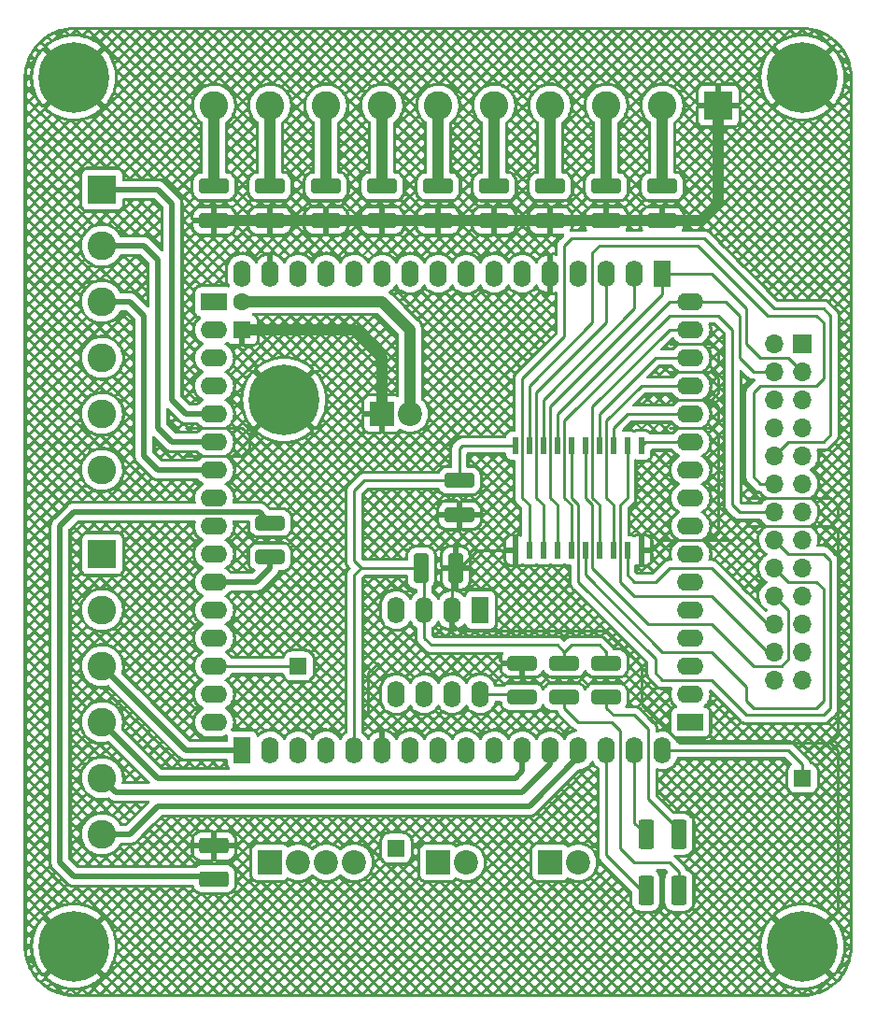
<source format=gtl>
G04 #@! TF.GenerationSoftware,KiCad,Pcbnew,(6.0.4-103-ge02229a234)*
G04 #@! TF.CreationDate,2022-04-10T23:24:48+02:00*
G04 #@! TF.ProjectId,CANduino128 - v1.1 - 6.0.4,43414e64-7569-46e6-9f31-3238202d2076,rev?*
G04 #@! TF.SameCoordinates,Original*
G04 #@! TF.FileFunction,Copper,L1,Top*
G04 #@! TF.FilePolarity,Positive*
%FSLAX46Y46*%
G04 Gerber Fmt 4.6, Leading zero omitted, Abs format (unit mm)*
G04 Created by KiCad (PCBNEW (6.0.4-103-ge02229a234)) date 2022-04-10 23:24:48*
%MOMM*%
%LPD*%
G01*
G04 APERTURE LIST*
G04 Aperture macros list*
%AMRoundRect*
0 Rectangle with rounded corners*
0 $1 Rounding radius*
0 $2 $3 $4 $5 $6 $7 $8 $9 X,Y pos of 4 corners*
0 Add a 4 corners polygon primitive as box body*
4,1,4,$2,$3,$4,$5,$6,$7,$8,$9,$2,$3,0*
0 Add four circle primitives for the rounded corners*
1,1,$1+$1,$2,$3*
1,1,$1+$1,$4,$5*
1,1,$1+$1,$6,$7*
1,1,$1+$1,$8,$9*
0 Add four rect primitives between the rounded corners*
20,1,$1+$1,$2,$3,$4,$5,0*
20,1,$1+$1,$4,$5,$6,$7,0*
20,1,$1+$1,$6,$7,$8,$9,0*
20,1,$1+$1,$8,$9,$2,$3,0*%
G04 Aperture macros list end*
G04 #@! TA.AperFunction,SMDPad,CuDef*
%ADD10RoundRect,0.250000X1.100000X-0.412500X1.100000X0.412500X-1.100000X0.412500X-1.100000X-0.412500X0*%
G04 #@! TD*
G04 #@! TA.AperFunction,SMDPad,CuDef*
%ADD11RoundRect,0.250001X-0.462499X-1.074999X0.462499X-1.074999X0.462499X1.074999X-0.462499X1.074999X0*%
G04 #@! TD*
G04 #@! TA.AperFunction,SMDPad,CuDef*
%ADD12RoundRect,0.250000X-1.075000X0.400000X-1.075000X-0.400000X1.075000X-0.400000X1.075000X0.400000X0*%
G04 #@! TD*
G04 #@! TA.AperFunction,ComponentPad*
%ADD13RoundRect,0.250000X-0.550000X-0.550000X0.550000X-0.550000X0.550000X0.550000X-0.550000X0.550000X0*%
G04 #@! TD*
G04 #@! TA.AperFunction,ComponentPad*
%ADD14C,0.800000*%
G04 #@! TD*
G04 #@! TA.AperFunction,ComponentPad*
%ADD15C,6.400000*%
G04 #@! TD*
G04 #@! TA.AperFunction,ComponentPad*
%ADD16R,2.400000X1.600000*%
G04 #@! TD*
G04 #@! TA.AperFunction,ComponentPad*
%ADD17O,2.400000X1.600000*%
G04 #@! TD*
G04 #@! TA.AperFunction,ComponentPad*
%ADD18R,1.600000X2.400000*%
G04 #@! TD*
G04 #@! TA.AperFunction,ComponentPad*
%ADD19O,1.600000X2.400000*%
G04 #@! TD*
G04 #@! TA.AperFunction,ComponentPad*
%ADD20C,1.600000*%
G04 #@! TD*
G04 #@! TA.AperFunction,ComponentPad*
%ADD21R,1.600000X1.600000*%
G04 #@! TD*
G04 #@! TA.AperFunction,SMDPad,CuDef*
%ADD22R,0.600000X1.500000*%
G04 #@! TD*
G04 #@! TA.AperFunction,SMDPad,CuDef*
%ADD23RoundRect,0.250000X0.412500X1.100000X-0.412500X1.100000X-0.412500X-1.100000X0.412500X-1.100000X0*%
G04 #@! TD*
G04 #@! TA.AperFunction,SMDPad,CuDef*
%ADD24RoundRect,0.250001X-1.074999X0.462499X-1.074999X-0.462499X1.074999X-0.462499X1.074999X0.462499X0*%
G04 #@! TD*
G04 #@! TA.AperFunction,ComponentPad*
%ADD25R,2.600000X2.600000*%
G04 #@! TD*
G04 #@! TA.AperFunction,ComponentPad*
%ADD26C,2.600000*%
G04 #@! TD*
G04 #@! TA.AperFunction,SMDPad,CuDef*
%ADD27RoundRect,0.250000X1.075000X-0.400000X1.075000X0.400000X-1.075000X0.400000X-1.075000X-0.400000X0*%
G04 #@! TD*
G04 #@! TA.AperFunction,ComponentPad*
%ADD28R,2.200000X2.200000*%
G04 #@! TD*
G04 #@! TA.AperFunction,ComponentPad*
%ADD29C,2.200000*%
G04 #@! TD*
G04 #@! TA.AperFunction,ComponentPad*
%ADD30R,1.700000X1.700000*%
G04 #@! TD*
G04 #@! TA.AperFunction,ComponentPad*
%ADD31O,1.700000X1.700000*%
G04 #@! TD*
G04 #@! TA.AperFunction,Conductor*
%ADD32C,0.250000*%
G04 #@! TD*
G04 #@! TA.AperFunction,Conductor*
%ADD33C,0.500000*%
G04 #@! TD*
G04 #@! TA.AperFunction,Conductor*
%ADD34C,1.000000*%
G04 #@! TD*
G04 APERTURE END LIST*
D10*
X165100000Y-63792500D03*
X165100000Y-60667500D03*
D11*
X178852500Y-119380000D03*
X181827500Y-119380000D03*
D12*
X171450000Y-103860000D03*
X171450000Y-106960000D03*
D10*
X139700000Y-63792500D03*
X139700000Y-60667500D03*
X170180000Y-63792500D03*
X170180000Y-60667500D03*
D13*
X193040000Y-114300000D03*
D14*
X127000000Y-48400000D03*
X128697056Y-52497056D03*
X128697056Y-49102944D03*
X129400000Y-50800000D03*
D15*
X127000000Y-50800000D03*
D14*
X127000000Y-53200000D03*
X125302944Y-49102944D03*
X125302944Y-52497056D03*
X124600000Y-50800000D03*
D16*
X139700000Y-71120000D03*
D17*
X139700000Y-73660000D03*
X139700000Y-76200000D03*
X139700000Y-78740000D03*
X139700000Y-81280000D03*
X139700000Y-83820000D03*
X139700000Y-86360000D03*
X139700000Y-88900000D03*
X139700000Y-91440000D03*
X139700000Y-93980000D03*
X139700000Y-96520000D03*
X139700000Y-99060000D03*
X139700000Y-101600000D03*
X139700000Y-104140000D03*
X139700000Y-106680000D03*
X139700000Y-109220000D03*
D18*
X142240000Y-111760000D03*
D19*
X144780000Y-111760000D03*
X147320000Y-111760000D03*
X149860000Y-111760000D03*
X152400000Y-111760000D03*
X154940000Y-111760000D03*
X157480000Y-111760000D03*
X160020000Y-111760000D03*
X162560000Y-111760000D03*
X165100000Y-111760000D03*
X167640000Y-111760000D03*
X170180000Y-111760000D03*
X172720000Y-111760000D03*
X175260000Y-111760000D03*
X177800000Y-111760000D03*
X180340000Y-111760000D03*
D16*
X182880000Y-109220000D03*
D17*
X182880000Y-106680000D03*
X182880000Y-104140000D03*
X182880000Y-101600000D03*
X182880000Y-99060000D03*
X182880000Y-96520000D03*
X182880000Y-93980000D03*
X182880000Y-91440000D03*
X182880000Y-88900000D03*
X182880000Y-86360000D03*
X182880000Y-83820000D03*
X182880000Y-81280000D03*
X182880000Y-78740000D03*
X182880000Y-76200000D03*
X182880000Y-73660000D03*
X182880000Y-71120000D03*
D18*
X180340000Y-68580000D03*
D19*
X177800000Y-68580000D03*
X175260000Y-68580000D03*
X172720000Y-68580000D03*
X170180000Y-68580000D03*
X167640000Y-68580000D03*
X165100000Y-68580000D03*
X162560000Y-68580000D03*
X160020000Y-68580000D03*
X157480000Y-68580000D03*
X154940000Y-68580000D03*
X152400000Y-68580000D03*
X149860000Y-68580000D03*
X147320000Y-68580000D03*
X144780000Y-68580000D03*
X142240000Y-68580000D03*
D20*
X142240000Y-71120000D03*
D21*
X142240000Y-73660000D03*
D14*
X193040000Y-127140000D03*
X194737056Y-131237056D03*
X194737056Y-127842944D03*
X195440000Y-129540000D03*
D15*
X193040000Y-129540000D03*
D14*
X193040000Y-131940000D03*
X191342944Y-127842944D03*
X191342944Y-131237056D03*
X190640000Y-129540000D03*
D22*
X167005000Y-93650000D03*
X168275000Y-93650000D03*
X169545000Y-93650000D03*
X170815000Y-93650000D03*
X172085000Y-93650000D03*
X173355000Y-93650000D03*
X174625000Y-93650000D03*
X175895000Y-93650000D03*
X177165000Y-93650000D03*
X178435000Y-93650000D03*
X178435000Y-84150000D03*
X177165000Y-84150000D03*
X175895000Y-84150000D03*
X174625000Y-84150000D03*
X173355000Y-84150000D03*
X172085000Y-84150000D03*
X170815000Y-84150000D03*
X169545000Y-84150000D03*
X168275000Y-84150000D03*
X167005000Y-84150000D03*
D23*
X161582500Y-95250000D03*
X158457500Y-95250000D03*
D10*
X149860000Y-63792500D03*
X149860000Y-60667500D03*
D18*
X163830000Y-99060000D03*
D19*
X161290000Y-99060000D03*
X158750000Y-99060000D03*
X156210000Y-99060000D03*
X156210000Y-106680000D03*
X158750000Y-106680000D03*
X161290000Y-106680000D03*
X163830000Y-106680000D03*
D13*
X156210000Y-120650000D03*
D24*
X139700000Y-120432500D03*
X139700000Y-123407500D03*
D25*
X185420000Y-53340000D03*
D26*
X180340000Y-53340000D03*
X175260000Y-53340000D03*
X170180000Y-53340000D03*
X165100000Y-53340000D03*
X160020000Y-53340000D03*
X154940000Y-53340000D03*
X149860000Y-53340000D03*
X144780000Y-53340000D03*
X139700000Y-53340000D03*
D10*
X160020000Y-63792500D03*
X160020000Y-60667500D03*
D27*
X144780000Y-94260000D03*
X144780000Y-91160000D03*
D14*
X146050000Y-77610000D03*
X147747056Y-81707056D03*
X147747056Y-78312944D03*
X148450000Y-80010000D03*
D15*
X146050000Y-80010000D03*
D14*
X146050000Y-82410000D03*
X144352944Y-78312944D03*
X144352944Y-81707056D03*
X143650000Y-80010000D03*
D28*
X160020000Y-121920000D03*
D29*
X162560000Y-121920000D03*
D10*
X154940000Y-63792500D03*
X154940000Y-60667500D03*
D14*
X193040000Y-48400000D03*
X194737056Y-52497056D03*
X194737056Y-49102944D03*
X195440000Y-50800000D03*
D15*
X193040000Y-50800000D03*
D14*
X193040000Y-53200000D03*
X191342944Y-49102944D03*
X191342944Y-52497056D03*
X190640000Y-50800000D03*
D13*
X147320000Y-104140000D03*
D10*
X180340000Y-63792500D03*
X180340000Y-60667500D03*
D25*
X129540000Y-93980000D03*
D26*
X129540000Y-99060000D03*
X129540000Y-104140000D03*
X129540000Y-109220000D03*
X129540000Y-114300000D03*
X129540000Y-119380000D03*
D10*
X144780000Y-63792500D03*
X144780000Y-60667500D03*
D28*
X144780000Y-121920000D03*
D29*
X147320000Y-121920000D03*
X149860000Y-121920000D03*
X152400000Y-121920000D03*
D12*
X167640000Y-103860000D03*
X167640000Y-106960000D03*
D30*
X193040000Y-74930000D03*
D31*
X190500000Y-74930000D03*
X193040000Y-77470000D03*
X190500000Y-77470000D03*
X193040000Y-80010000D03*
X190500000Y-80010000D03*
X193040000Y-82550000D03*
X190500000Y-82550000D03*
X193040000Y-85090000D03*
X190500000Y-85090000D03*
X193040000Y-87630000D03*
X190500000Y-87630000D03*
X193040000Y-90170000D03*
X190500000Y-90170000D03*
X193040000Y-92710000D03*
X190500000Y-92710000D03*
X193040000Y-95250000D03*
X190500000Y-95250000D03*
X193040000Y-97790000D03*
X190500000Y-97790000D03*
X193040000Y-100330000D03*
X190500000Y-100330000D03*
X193040000Y-102870000D03*
X190500000Y-102870000D03*
X193040000Y-105410000D03*
X190500000Y-105410000D03*
D10*
X175260000Y-63792500D03*
X175260000Y-60667500D03*
X161925000Y-90462500D03*
X161925000Y-87337500D03*
D28*
X170180000Y-121920000D03*
D29*
X172720000Y-121920000D03*
D12*
X175260000Y-103860000D03*
X175260000Y-106960000D03*
D25*
X129540000Y-60960000D03*
D26*
X129540000Y-66040000D03*
X129540000Y-71120000D03*
X129540000Y-76200000D03*
X129540000Y-81280000D03*
X129540000Y-86360000D03*
D28*
X154940000Y-81280000D03*
D29*
X157480000Y-81280000D03*
D14*
X127000000Y-127140000D03*
X128697056Y-131237056D03*
X128697056Y-127842944D03*
X129400000Y-129540000D03*
D15*
X127000000Y-129540000D03*
D14*
X127000000Y-131940000D03*
X125302944Y-127842944D03*
X125302944Y-131237056D03*
X124600000Y-129540000D03*
D11*
X178852500Y-124460000D03*
X181827500Y-124460000D03*
D32*
X181827500Y-122772500D02*
X181827500Y-124460000D01*
X180975000Y-121920000D02*
X181827500Y-122772500D01*
X176530000Y-120650000D02*
X177800000Y-121920000D01*
X175757577Y-109220000D02*
X176530000Y-109992423D01*
X177800000Y-121920000D02*
X180975000Y-121920000D01*
X171450000Y-107950000D02*
X172720000Y-109220000D01*
X172720000Y-109220000D02*
X175757577Y-109220000D01*
X176530000Y-109992423D02*
X176530000Y-120650000D01*
X171450000Y-106960000D02*
X171450000Y-107950000D01*
X184785000Y-95250000D02*
X189865000Y-100330000D01*
X177165000Y-93650000D02*
X177165000Y-95885000D01*
X177165000Y-95885000D02*
X177800000Y-96520000D01*
X177800000Y-96520000D02*
X179705000Y-96520000D01*
X189865000Y-100330000D02*
X190500000Y-100330000D01*
X179705000Y-96520000D02*
X180975000Y-95250000D01*
X180975000Y-95250000D02*
X184785000Y-95250000D01*
X184785000Y-97790000D02*
X189865000Y-102870000D01*
X177165000Y-84150000D02*
X177165000Y-88900000D01*
X177165000Y-88900000D02*
X176530000Y-89535000D01*
X189865000Y-102870000D02*
X190500000Y-102870000D01*
X176530000Y-89535000D02*
X176530000Y-96520000D01*
X176530000Y-96520000D02*
X177800000Y-97790000D01*
X177800000Y-97790000D02*
X184785000Y-97790000D01*
X173355000Y-84150000D02*
X173355000Y-88900718D01*
X173355000Y-88900718D02*
X173990000Y-89535717D01*
X173990000Y-89535717D02*
X173990000Y-95250718D01*
X184785000Y-100330000D02*
X188595000Y-104140000D01*
X173990000Y-95250718D02*
X179069282Y-100330000D01*
X188595000Y-104140000D02*
X191135000Y-104140000D01*
X179069282Y-100330000D02*
X184785000Y-100330000D01*
X191135000Y-104140000D02*
X191770000Y-103505000D01*
X191770000Y-103505000D02*
X191770000Y-99060000D01*
X191770000Y-99060000D02*
X190500000Y-97790000D01*
X188595000Y-107950000D02*
X187960000Y-107315000D01*
X190500000Y-95250000D02*
X191770000Y-96520000D01*
X191770000Y-96520000D02*
X194310000Y-96520000D01*
X187960000Y-107315000D02*
X187960000Y-106045000D01*
X194310000Y-107950000D02*
X188595000Y-107950000D01*
X194310000Y-96520000D02*
X194945000Y-97155000D01*
X194945000Y-107315000D02*
X194310000Y-107950000D01*
X194945000Y-97155000D02*
X194945000Y-107315000D01*
X187960000Y-106045000D02*
X184785000Y-102870000D01*
X184785000Y-102870000D02*
X180340000Y-102870000D01*
X180340000Y-102870000D02*
X173355000Y-95885000D01*
X173355000Y-95885000D02*
X173355000Y-93650000D01*
X190500000Y-92710000D02*
X191770000Y-93980000D01*
X195580000Y-107950000D02*
X194945000Y-108585000D01*
X191770000Y-93980000D02*
X194945000Y-93980000D01*
X194945000Y-93980000D02*
X195580000Y-94615000D01*
X195580000Y-94615000D02*
X195580000Y-107950000D01*
X194945000Y-108585000D02*
X187959282Y-108585000D01*
X187959282Y-108585000D02*
X184785000Y-105410718D01*
X184785000Y-105410718D02*
X184785000Y-105410000D01*
X184785000Y-105410000D02*
X180340000Y-105410000D01*
X180340000Y-105410000D02*
X179705000Y-104775000D01*
X179705000Y-104775000D02*
X179705000Y-103505000D01*
X179705000Y-103505000D02*
X172720000Y-96520000D01*
X172720000Y-96520000D02*
X172720000Y-89534282D01*
X172720000Y-89534282D02*
X172085000Y-88899282D01*
X172085000Y-88899282D02*
X172085000Y-84150000D01*
X179070000Y-116205000D02*
X181827500Y-118962500D01*
X177800000Y-108585000D02*
X179070000Y-109855000D01*
X175895000Y-108585000D02*
X177800000Y-108585000D01*
X175260000Y-107950000D02*
X175895000Y-108585000D01*
X181827500Y-118962500D02*
X181827500Y-119380000D01*
X175260000Y-106960000D02*
X175260000Y-107950000D01*
X179070000Y-109855000D02*
X179070000Y-116205000D01*
X177800000Y-118327500D02*
X177800000Y-111760000D01*
X178852500Y-119380000D02*
X177800000Y-118327500D01*
X175260000Y-121285000D02*
X178435000Y-124460000D01*
X175260000Y-111760000D02*
X175260000Y-121285000D01*
X178435000Y-124460000D02*
X178852500Y-124460000D01*
D33*
X134620000Y-114300000D02*
X129540000Y-109220000D01*
X167005000Y-114300000D02*
X134620000Y-114300000D01*
X167640000Y-113665000D02*
X167005000Y-114300000D01*
X167640000Y-111760000D02*
X167640000Y-113665000D01*
X130810000Y-115570000D02*
X129540000Y-114300000D01*
X167640000Y-115570000D02*
X130810000Y-115570000D01*
X170180000Y-113030000D02*
X167640000Y-115570000D01*
X170180000Y-111760000D02*
X170180000Y-113030000D01*
X132080000Y-119380000D02*
X129540000Y-119380000D01*
X168275000Y-116840000D02*
X134620000Y-116840000D01*
X172720000Y-112395000D02*
X168275000Y-116840000D01*
X134620000Y-116840000D02*
X132080000Y-119380000D01*
X172720000Y-111760000D02*
X172720000Y-112395000D01*
X142240000Y-111760000D02*
X137160000Y-111760000D01*
X137160000Y-111760000D02*
X129540000Y-104140000D01*
D32*
X195580000Y-88900000D02*
X187960000Y-88900000D01*
X196215000Y-89535000D02*
X195580000Y-88900000D01*
X196215000Y-90805000D02*
X196215000Y-89535000D01*
X195580000Y-91440000D02*
X196215000Y-90805000D01*
X196215000Y-110490000D02*
X195580000Y-111125000D01*
X196215000Y-92075000D02*
X196215000Y-110490000D01*
X195580000Y-91440000D02*
X196215000Y-92075000D01*
X186690000Y-92710000D02*
X187960000Y-91440000D01*
X187960000Y-91440000D02*
X195580000Y-91440000D01*
X184785000Y-92710000D02*
X186690000Y-92710000D01*
X185420000Y-83185000D02*
X184785000Y-82550000D01*
X184785000Y-92710000D02*
X185420000Y-92075000D01*
X185420000Y-92075000D02*
X185420000Y-83185000D01*
X184785000Y-82550000D02*
X180975000Y-82550000D01*
X184785000Y-80010000D02*
X180975000Y-80010000D01*
X184785000Y-77470000D02*
X180975000Y-77470000D01*
X184785000Y-74930000D02*
X180975000Y-74930000D01*
X185420000Y-75565000D02*
X184785000Y-74930000D01*
X185420000Y-76835000D02*
X185420000Y-75565000D01*
X184785000Y-77470000D02*
X185420000Y-76835000D01*
X185420000Y-78105000D02*
X184785000Y-77470000D01*
X185420000Y-80645000D02*
X184785000Y-80010000D01*
X185420000Y-81915000D02*
X185420000Y-80645000D01*
X184785000Y-80010000D02*
X185420000Y-79375000D01*
X185420000Y-79375000D02*
X185420000Y-78105000D01*
X184785000Y-82550000D02*
X185420000Y-81915000D01*
X180340000Y-92710000D02*
X184785000Y-92710000D01*
X179400000Y-93650000D02*
X180340000Y-92710000D01*
X178435000Y-93650000D02*
X179400000Y-93650000D01*
X142240000Y-85090000D02*
X142875000Y-84455000D01*
X137160000Y-85090000D02*
X142240000Y-85090000D01*
X142875000Y-84455000D02*
X142875000Y-83185000D01*
X142240000Y-82550000D02*
X137160000Y-82550000D01*
X142875000Y-83185000D02*
X142240000Y-82550000D01*
X142875000Y-83185000D02*
X142875000Y-83820000D01*
X146050000Y-80010000D02*
X142875000Y-83185000D01*
D33*
X135890000Y-62230000D02*
X135890000Y-80010000D01*
X135890000Y-80010000D02*
X137160000Y-81280000D01*
X129540000Y-60960000D02*
X134620000Y-60960000D01*
X137160000Y-81280000D02*
X139700000Y-81280000D01*
X134620000Y-60960000D02*
X135890000Y-62230000D01*
X135890000Y-83820000D02*
X139700000Y-83820000D01*
X129540000Y-66040000D02*
X133350000Y-66040000D01*
X134620000Y-82550000D02*
X135890000Y-83820000D01*
X133350000Y-66040000D02*
X134620000Y-67310000D01*
X134620000Y-67310000D02*
X134620000Y-82550000D01*
X132080000Y-71120000D02*
X129540000Y-71120000D01*
X134620000Y-86360000D02*
X133350000Y-85090000D01*
X133350000Y-85090000D02*
X133350000Y-72390000D01*
X139700000Y-86360000D02*
X134620000Y-86360000D01*
X133350000Y-72390000D02*
X132080000Y-71120000D01*
D34*
X160020000Y-63792500D02*
X154940000Y-63792500D01*
X149860000Y-63792500D02*
X144780000Y-63792500D01*
D32*
X193040000Y-129540000D02*
X196215000Y-126365000D01*
X195580000Y-111125000D02*
X181927500Y-111125000D01*
X195580000Y-111125000D02*
X196215000Y-111760000D01*
D34*
X185420000Y-53340000D02*
X185420000Y-62230000D01*
X183857500Y-63792500D02*
X180340000Y-63792500D01*
D32*
X161925000Y-95250000D02*
X163525000Y-93650000D01*
X153670000Y-104775000D02*
X153670000Y-108585000D01*
D34*
X185420000Y-62230000D02*
X183857500Y-63792500D01*
X154940000Y-76200000D02*
X154940000Y-81280000D01*
X170180000Y-63792500D02*
X165100000Y-63792500D01*
D32*
X161290000Y-100330000D02*
X161925000Y-100965000D01*
D34*
X144780000Y-63792500D02*
X139700000Y-63792500D01*
D32*
X178435000Y-107632500D02*
X178435000Y-104140000D01*
D34*
X175260000Y-63792500D02*
X170180000Y-63792500D01*
D32*
X178435000Y-104140000D02*
X175260000Y-100965000D01*
D34*
X180340000Y-63792500D02*
X175260000Y-63792500D01*
D32*
X153670000Y-108585000D02*
X154940000Y-109855000D01*
X161582500Y-95250000D02*
X161925000Y-95250000D01*
D34*
X152400000Y-73660000D02*
X154940000Y-76200000D01*
D32*
X163500000Y-93650000D02*
X161925000Y-92075000D01*
X161290000Y-99060000D02*
X161290000Y-100330000D01*
X161925000Y-92075000D02*
X161925000Y-90462500D01*
X161290000Y-95542500D02*
X161290000Y-99060000D01*
X196215000Y-126365000D02*
X196215000Y-111760000D01*
D34*
X154940000Y-63792500D02*
X149860000Y-63792500D01*
D32*
X161582500Y-95250000D02*
X161290000Y-95542500D01*
D34*
X165100000Y-63792500D02*
X160020000Y-63792500D01*
D32*
X181927500Y-111125000D02*
X178435000Y-107632500D01*
X163525000Y-93650000D02*
X163500000Y-93650000D01*
X161925000Y-100965000D02*
X175260000Y-100965000D01*
D34*
X142240000Y-73660000D02*
X152400000Y-73660000D01*
D32*
X163525000Y-93650000D02*
X167005000Y-93650000D01*
X154585000Y-103860000D02*
X153670000Y-104775000D01*
X154940000Y-109855000D02*
X154940000Y-111760000D01*
D34*
X144780000Y-60667500D02*
X144780000Y-53340000D01*
X149860000Y-53340000D02*
X149860000Y-60667500D01*
X154940000Y-53340000D02*
X154940000Y-60667500D01*
X160020000Y-53340000D02*
X160020000Y-60667500D01*
X165100000Y-53340000D02*
X165100000Y-60667500D01*
X170180000Y-53340000D02*
X170180000Y-60667500D01*
X175260000Y-53340000D02*
X175260000Y-60667500D01*
X180340000Y-53340000D02*
X180340000Y-60667500D01*
X139700000Y-53340000D02*
X139700000Y-60667500D01*
D32*
X162230000Y-84150000D02*
X161925000Y-84455000D01*
X161925000Y-84455000D02*
X161925000Y-87337500D01*
X175260000Y-103860000D02*
X175260000Y-102870000D01*
X158750000Y-99060000D02*
X158750000Y-101600000D01*
X172085000Y-102235000D02*
X171450000Y-102870000D01*
X152400000Y-88265000D02*
X153327500Y-87337500D01*
X153035000Y-95250000D02*
X152400000Y-94615000D01*
X175260000Y-102870000D02*
X174625000Y-102235000D01*
X158750000Y-99060000D02*
X158750000Y-95542500D01*
X171450000Y-102870000D02*
X170815000Y-102235000D01*
X159385000Y-102235000D02*
X158750000Y-101600000D01*
X152400000Y-111760000D02*
X152400000Y-95885000D01*
X152400000Y-95885000D02*
X153035000Y-95250000D01*
X167005000Y-84150000D02*
X162230000Y-84150000D01*
X152400000Y-94615000D02*
X152400000Y-88265000D01*
X171450000Y-102870000D02*
X171450000Y-103860000D01*
X158750000Y-95542500D02*
X158457500Y-95250000D01*
X174625000Y-102235000D02*
X172085000Y-102235000D01*
X153327500Y-87337500D02*
X161925000Y-87337500D01*
X170815000Y-102235000D02*
X159385000Y-102235000D01*
X153035000Y-95250000D02*
X158457500Y-95250000D01*
X191770000Y-111760000D02*
X193040000Y-113030000D01*
X193040000Y-113030000D02*
X193040000Y-114300000D01*
X180340000Y-111760000D02*
X191770000Y-111760000D01*
X168920489Y-79364511D02*
X175260000Y-73025000D01*
X175260000Y-73025000D02*
X175260000Y-68580000D01*
X168910000Y-88900000D02*
X168920489Y-88889511D01*
X169545000Y-89535000D02*
X168910000Y-88900000D01*
X169545000Y-93650000D02*
X169545000Y-89535000D01*
X168920489Y-88889511D02*
X168920489Y-79364511D01*
X169545000Y-80010000D02*
X169545000Y-84150000D01*
X177800000Y-68580000D02*
X177800000Y-71755000D01*
X177800000Y-71755000D02*
X169545000Y-80010000D01*
X170190489Y-80634511D02*
X170190489Y-88889511D01*
X187960000Y-71755000D02*
X184785000Y-68580000D01*
X189230000Y-76200000D02*
X187960000Y-74930000D01*
X180340000Y-68580000D02*
X180340000Y-70485000D01*
X193040000Y-77470000D02*
X191770000Y-76200000D01*
X191770000Y-76200000D02*
X189230000Y-76200000D01*
X170815000Y-89535000D02*
X170815000Y-93650000D01*
X184785000Y-68580000D02*
X180340000Y-68580000D01*
X170180000Y-88900000D02*
X170815000Y-89535000D01*
X170190489Y-88889511D02*
X170180000Y-88900000D01*
X187960000Y-74930000D02*
X187960000Y-71755000D01*
X180340000Y-70485000D02*
X170190489Y-80634511D01*
X188595000Y-77470000D02*
X187325000Y-76200000D01*
X180975000Y-71120000D02*
X182880000Y-71120000D01*
X170815000Y-81280000D02*
X180975000Y-71120000D01*
X186055000Y-71120000D02*
X182880000Y-71120000D01*
X187325000Y-76200000D02*
X187325000Y-72390000D01*
X187325000Y-72390000D02*
X186055000Y-71120000D01*
X190500000Y-77470000D02*
X188595000Y-77470000D01*
X170815000Y-84150000D02*
X170815000Y-81280000D01*
X173990000Y-80645000D02*
X173990000Y-88900000D01*
X174625000Y-89535000D02*
X174625000Y-93650000D01*
X180975000Y-73660000D02*
X173990000Y-80645000D01*
X173990000Y-88900000D02*
X174625000Y-89535000D01*
X182880000Y-73660000D02*
X180975000Y-73660000D01*
X174625000Y-81280000D02*
X174625000Y-84150000D01*
X182880000Y-76200000D02*
X179705000Y-76200000D01*
X179705000Y-76200000D02*
X174625000Y-81280000D01*
X178435000Y-78740000D02*
X175260000Y-81915000D01*
X175260000Y-81915000D02*
X175260000Y-88900000D01*
X175260000Y-88900000D02*
X175895000Y-89535000D01*
X182880000Y-78740000D02*
X178435000Y-78740000D01*
X175895000Y-89535000D02*
X175895000Y-93650000D01*
X177165000Y-81280000D02*
X175895000Y-82550000D01*
X182880000Y-81280000D02*
X177165000Y-81280000D01*
X175895000Y-82550000D02*
X175895000Y-84150000D01*
X167640000Y-78105000D02*
X171450000Y-74295000D01*
X172085000Y-65405000D02*
X184150000Y-65405000D01*
X184150000Y-65405000D02*
X190500000Y-71755000D01*
X194945000Y-71755000D02*
X195580000Y-72390000D01*
X168275000Y-89535000D02*
X167640000Y-88900000D01*
X191770000Y-83820000D02*
X190500000Y-85090000D01*
X168275000Y-93650000D02*
X168275000Y-89535000D01*
X171450000Y-74295000D02*
X171450000Y-66040000D01*
X190500000Y-71755000D02*
X194945000Y-71755000D01*
X194945000Y-83820000D02*
X191770000Y-83820000D01*
X167640000Y-88900000D02*
X167640000Y-78105000D01*
X195580000Y-72390000D02*
X195580000Y-83185000D01*
X195580000Y-83185000D02*
X194945000Y-83820000D01*
X171450000Y-66040000D02*
X172085000Y-65405000D01*
X188595000Y-79375000D02*
X188595000Y-86995000D01*
X194945000Y-78105000D02*
X194310000Y-78740000D01*
X188595000Y-86995000D02*
X189230000Y-87630000D01*
X174625000Y-66040000D02*
X183515000Y-66040000D01*
X183515000Y-66040000D02*
X189865000Y-72390000D01*
X194310000Y-78740000D02*
X189230000Y-78740000D01*
X189230000Y-78740000D02*
X188595000Y-79375000D01*
X168275000Y-78740000D02*
X173990000Y-73025000D01*
X173990000Y-73025000D02*
X173990000Y-66675000D01*
X194310000Y-72390000D02*
X194945000Y-73025000D01*
X189230000Y-87630000D02*
X190500000Y-87630000D01*
X168275000Y-84150000D02*
X168275000Y-78740000D01*
X189865000Y-72390000D02*
X194310000Y-72390000D01*
X194945000Y-73025000D02*
X194945000Y-78105000D01*
X173990000Y-66675000D02*
X174625000Y-66040000D01*
X180974641Y-72390000D02*
X185420000Y-72390000D01*
X187325000Y-90170000D02*
X190500000Y-90170000D01*
X186690000Y-73660000D02*
X186690000Y-89535000D01*
X171450000Y-88900000D02*
X171450000Y-81914641D01*
X172085000Y-89535000D02*
X171450000Y-88900000D01*
X172085000Y-93650000D02*
X172085000Y-89535000D01*
X171450000Y-81914641D02*
X180974641Y-72390000D01*
X185420000Y-72390000D02*
X186690000Y-73660000D01*
X186690000Y-89535000D02*
X187325000Y-90170000D01*
D34*
X157480000Y-73660000D02*
X157480000Y-81280000D01*
X154940000Y-71120000D02*
X157480000Y-73660000D01*
X142240000Y-71120000D02*
X154940000Y-71120000D01*
D32*
X167360000Y-106680000D02*
X167640000Y-106960000D01*
X163830000Y-106680000D02*
X167360000Y-106680000D01*
D33*
X144780000Y-95250000D02*
X143510000Y-96520000D01*
X143510000Y-96520000D02*
X139700000Y-96520000D01*
X144780000Y-94260000D02*
X144780000Y-95250000D01*
D32*
X147320000Y-104140000D02*
X139700000Y-104140000D01*
X178765000Y-83820000D02*
X178435000Y-84150000D01*
X182880000Y-83820000D02*
X178765000Y-83820000D01*
D33*
X127000000Y-90170000D02*
X125730000Y-91440000D01*
X125730000Y-121920000D02*
X127000000Y-123190000D01*
X127000000Y-123190000D02*
X139482500Y-123190000D01*
X139482500Y-123190000D02*
X139700000Y-123407500D01*
X144780000Y-91160000D02*
X143790000Y-90170000D01*
X143790000Y-90170000D02*
X127000000Y-90170000D01*
X125730000Y-91440000D02*
X125730000Y-121920000D01*
G04 #@! TA.AperFunction,Conductor*
G36*
X193010018Y-46230000D02*
G01*
X193024851Y-46232310D01*
X193024855Y-46232310D01*
X193033724Y-46233691D01*
X193054183Y-46231016D01*
X193076008Y-46230072D01*
X193432937Y-46245656D01*
X193443886Y-46246614D01*
X193828379Y-46297233D01*
X193839205Y-46299142D01*
X194217822Y-46383080D01*
X194228439Y-46385925D01*
X194398702Y-46439608D01*
X194598302Y-46502542D01*
X194608615Y-46506295D01*
X194966932Y-46654715D01*
X194976876Y-46659353D01*
X195303353Y-46829306D01*
X195320867Y-46838423D01*
X195330387Y-46843919D01*
X195657468Y-47052292D01*
X195666472Y-47058597D01*
X195974138Y-47294678D01*
X195982558Y-47301743D01*
X196023238Y-47339019D01*
X196268108Y-47563400D01*
X196268483Y-47563744D01*
X196276252Y-47571513D01*
X196289682Y-47586169D01*
X196538257Y-47857442D01*
X196545322Y-47865862D01*
X196781403Y-48173528D01*
X196787708Y-48182532D01*
X196996081Y-48509613D01*
X197001576Y-48519132D01*
X197169457Y-48841626D01*
X197180643Y-48863115D01*
X197185285Y-48873068D01*
X197333702Y-49231377D01*
X197337458Y-49241698D01*
X197388872Y-49404761D01*
X197454075Y-49611561D01*
X197456920Y-49622178D01*
X197540858Y-50000795D01*
X197542767Y-50011621D01*
X197593386Y-50396114D01*
X197594344Y-50407064D01*
X197609603Y-50756552D01*
X197608223Y-50781429D01*
X197606309Y-50793724D01*
X197607473Y-50802626D01*
X197607473Y-50802628D01*
X197610436Y-50825283D01*
X197611500Y-50841621D01*
X197611500Y-129490633D01*
X197610000Y-129510018D01*
X197607690Y-129524851D01*
X197607690Y-129524855D01*
X197606309Y-129533724D01*
X197608984Y-129554183D01*
X197609928Y-129576008D01*
X197595398Y-129908790D01*
X197594344Y-129932936D01*
X197593386Y-129943886D01*
X197542767Y-130328379D01*
X197540858Y-130339205D01*
X197456920Y-130717822D01*
X197454075Y-130728439D01*
X197400392Y-130898702D01*
X197349665Y-131059589D01*
X197337461Y-131098294D01*
X197333705Y-131108615D01*
X197196624Y-131439559D01*
X197185289Y-131466923D01*
X197180647Y-131476876D01*
X197001577Y-131820867D01*
X196996081Y-131830387D01*
X196787708Y-132157468D01*
X196781403Y-132166472D01*
X196545322Y-132474138D01*
X196538257Y-132482558D01*
X196280036Y-132764358D01*
X196276256Y-132768483D01*
X196268487Y-132776252D01*
X196251001Y-132792275D01*
X195982558Y-133038257D01*
X195974138Y-133045322D01*
X195666472Y-133281403D01*
X195657468Y-133287708D01*
X195330387Y-133496081D01*
X195320868Y-133501576D01*
X194976876Y-133680647D01*
X194966932Y-133685285D01*
X194608615Y-133833705D01*
X194598302Y-133837458D01*
X194398702Y-133900392D01*
X194228439Y-133954075D01*
X194217822Y-133956920D01*
X193839205Y-134040858D01*
X193828379Y-134042767D01*
X193443886Y-134093386D01*
X193432937Y-134094344D01*
X193083446Y-134109603D01*
X193058571Y-134108223D01*
X193046276Y-134106309D01*
X193037374Y-134107473D01*
X193037372Y-134107473D01*
X193022323Y-134109441D01*
X193014714Y-134110436D01*
X192998379Y-134111500D01*
X127049367Y-134111500D01*
X127029982Y-134110000D01*
X127015149Y-134107690D01*
X127015145Y-134107690D01*
X127006276Y-134106309D01*
X126985817Y-134108984D01*
X126963992Y-134109928D01*
X126607063Y-134094344D01*
X126596114Y-134093386D01*
X126211621Y-134042767D01*
X126200795Y-134040858D01*
X125822178Y-133956920D01*
X125811561Y-133954075D01*
X125641298Y-133900392D01*
X125441698Y-133837458D01*
X125432470Y-133834100D01*
X127418103Y-133834100D01*
X128064913Y-133834100D01*
X128497148Y-133834100D01*
X129143958Y-133834100D01*
X129576193Y-133834100D01*
X130223003Y-133834100D01*
X130655238Y-133834100D01*
X131302048Y-133834100D01*
X131734283Y-133834100D01*
X132381093Y-133834100D01*
X132813328Y-133834100D01*
X133460138Y-133834100D01*
X133892373Y-133834100D01*
X134539183Y-133834100D01*
X134971418Y-133834100D01*
X135618228Y-133834100D01*
X136050463Y-133834100D01*
X136697273Y-133834100D01*
X137129507Y-133834100D01*
X137776317Y-133834100D01*
X138208552Y-133834100D01*
X138855362Y-133834100D01*
X139287597Y-133834100D01*
X139934407Y-133834100D01*
X140366642Y-133834100D01*
X141013452Y-133834100D01*
X141445687Y-133834100D01*
X142092497Y-133834100D01*
X142524732Y-133834100D01*
X143171542Y-133834100D01*
X143603777Y-133834100D01*
X144250587Y-133834100D01*
X144682822Y-133834100D01*
X145329632Y-133834100D01*
X145761867Y-133834100D01*
X146408677Y-133834100D01*
X146840912Y-133834100D01*
X147487722Y-133834100D01*
X147919957Y-133834100D01*
X148566767Y-133834100D01*
X148999002Y-133834100D01*
X149645812Y-133834100D01*
X150078047Y-133834100D01*
X150724857Y-133834100D01*
X151157092Y-133834100D01*
X151803902Y-133834100D01*
X152236137Y-133834100D01*
X152882947Y-133834100D01*
X153315182Y-133834100D01*
X153961992Y-133834100D01*
X154394227Y-133834100D01*
X155041037Y-133834100D01*
X155473272Y-133834100D01*
X156120082Y-133834100D01*
X156552317Y-133834100D01*
X157199127Y-133834100D01*
X157631361Y-133834100D01*
X158278171Y-133834100D01*
X158710406Y-133834100D01*
X159357216Y-133834100D01*
X159789451Y-133834100D01*
X160436261Y-133834100D01*
X160868496Y-133834100D01*
X161515306Y-133834100D01*
X161947541Y-133834100D01*
X162594351Y-133834100D01*
X163026586Y-133834100D01*
X163673396Y-133834100D01*
X164105631Y-133834100D01*
X164752441Y-133834100D01*
X165184676Y-133834100D01*
X165831486Y-133834100D01*
X166263721Y-133834100D01*
X166910531Y-133834100D01*
X167342766Y-133834100D01*
X167989576Y-133834100D01*
X168421811Y-133834100D01*
X169068621Y-133834100D01*
X169500856Y-133834100D01*
X170147666Y-133834100D01*
X170579901Y-133834100D01*
X171226711Y-133834100D01*
X171658946Y-133834100D01*
X172305756Y-133834100D01*
X172737991Y-133834100D01*
X173384801Y-133834100D01*
X173817036Y-133834100D01*
X174463846Y-133834100D01*
X174896081Y-133834100D01*
X175542891Y-133834100D01*
X175975126Y-133834100D01*
X176621936Y-133834100D01*
X177054171Y-133834100D01*
X177700981Y-133834100D01*
X178133215Y-133834100D01*
X178780025Y-133834100D01*
X179212260Y-133834100D01*
X179859070Y-133834100D01*
X180291305Y-133834100D01*
X180938115Y-133834100D01*
X181370350Y-133834100D01*
X182017160Y-133834100D01*
X182449395Y-133834100D01*
X183096205Y-133834100D01*
X183528440Y-133834100D01*
X184175250Y-133834100D01*
X184607485Y-133834100D01*
X185254295Y-133834100D01*
X185686530Y-133834100D01*
X186333340Y-133834100D01*
X186765575Y-133834100D01*
X187412385Y-133834100D01*
X187844620Y-133834100D01*
X188491430Y-133834100D01*
X188923665Y-133834100D01*
X189570475Y-133834100D01*
X190002710Y-133834100D01*
X190649520Y-133834100D01*
X191081755Y-133834100D01*
X191728565Y-133834100D01*
X192160800Y-133834100D01*
X192807610Y-133834100D01*
X192798210Y-133824700D01*
X193249244Y-133824700D01*
X193414231Y-133817496D01*
X193785622Y-133768603D01*
X193814709Y-133762154D01*
X193563250Y-133510695D01*
X193249244Y-133824700D01*
X192798210Y-133824700D01*
X192494544Y-133521034D01*
X192852338Y-133521034D01*
X193023727Y-133692423D01*
X193193316Y-133522834D01*
X193054517Y-133530108D01*
X193051240Y-133530237D01*
X193049911Y-133530272D01*
X193046594Y-133530316D01*
X193033406Y-133530316D01*
X193030089Y-133530272D01*
X193028760Y-133530237D01*
X193025483Y-133530108D01*
X192852338Y-133521034D01*
X192494544Y-133521034D01*
X192484205Y-133510695D01*
X192160800Y-133834100D01*
X191728565Y-133834100D01*
X191405160Y-133510695D01*
X191081755Y-133834100D01*
X190649520Y-133834100D01*
X190326115Y-133510695D01*
X190002710Y-133834100D01*
X189570475Y-133834100D01*
X189247070Y-133510695D01*
X188923665Y-133834100D01*
X188491430Y-133834100D01*
X188168025Y-133510695D01*
X187844620Y-133834100D01*
X187412385Y-133834100D01*
X187088980Y-133510695D01*
X186765575Y-133834100D01*
X186333340Y-133834100D01*
X186009935Y-133510695D01*
X185686530Y-133834100D01*
X185254295Y-133834100D01*
X184930890Y-133510695D01*
X184607485Y-133834100D01*
X184175250Y-133834100D01*
X183851845Y-133510695D01*
X183528440Y-133834100D01*
X183096205Y-133834100D01*
X182772800Y-133510695D01*
X182449395Y-133834100D01*
X182017160Y-133834100D01*
X181693755Y-133510695D01*
X181370350Y-133834100D01*
X180938115Y-133834100D01*
X180614710Y-133510695D01*
X180291305Y-133834100D01*
X179859070Y-133834100D01*
X179535665Y-133510695D01*
X179212260Y-133834100D01*
X178780025Y-133834100D01*
X178456620Y-133510695D01*
X178133215Y-133834100D01*
X177700981Y-133834100D01*
X177377576Y-133510695D01*
X177054171Y-133834100D01*
X176621936Y-133834100D01*
X176298531Y-133510695D01*
X175975126Y-133834100D01*
X175542891Y-133834100D01*
X175219486Y-133510695D01*
X174896081Y-133834100D01*
X174463846Y-133834100D01*
X174140441Y-133510695D01*
X173817036Y-133834100D01*
X173384801Y-133834100D01*
X173061396Y-133510695D01*
X172737991Y-133834100D01*
X172305756Y-133834100D01*
X171982351Y-133510695D01*
X171658946Y-133834100D01*
X171226711Y-133834100D01*
X170903306Y-133510695D01*
X170579901Y-133834100D01*
X170147666Y-133834100D01*
X169824261Y-133510695D01*
X169500856Y-133834100D01*
X169068621Y-133834100D01*
X168745216Y-133510695D01*
X168421811Y-133834100D01*
X167989576Y-133834100D01*
X167666171Y-133510695D01*
X167342766Y-133834100D01*
X166910531Y-133834100D01*
X166587126Y-133510695D01*
X166263721Y-133834100D01*
X165831486Y-133834100D01*
X165508081Y-133510695D01*
X165184676Y-133834100D01*
X164752441Y-133834100D01*
X164429036Y-133510695D01*
X164105631Y-133834100D01*
X163673396Y-133834100D01*
X163349991Y-133510695D01*
X163026586Y-133834100D01*
X162594351Y-133834100D01*
X162270946Y-133510695D01*
X161947541Y-133834100D01*
X161515306Y-133834100D01*
X161191901Y-133510695D01*
X160868496Y-133834100D01*
X160436261Y-133834100D01*
X160112856Y-133510695D01*
X159789451Y-133834100D01*
X159357216Y-133834100D01*
X159033811Y-133510695D01*
X158710406Y-133834100D01*
X158278171Y-133834100D01*
X157954766Y-133510695D01*
X157631361Y-133834100D01*
X157199127Y-133834100D01*
X156875722Y-133510695D01*
X156552317Y-133834100D01*
X156120082Y-133834100D01*
X155796677Y-133510695D01*
X155473272Y-133834100D01*
X155041037Y-133834100D01*
X154717632Y-133510695D01*
X154394227Y-133834100D01*
X153961992Y-133834100D01*
X153638587Y-133510695D01*
X153315182Y-133834100D01*
X152882947Y-133834100D01*
X152559542Y-133510695D01*
X152236137Y-133834100D01*
X151803902Y-133834100D01*
X151480497Y-133510695D01*
X151157092Y-133834100D01*
X150724857Y-133834100D01*
X150401452Y-133510695D01*
X150078047Y-133834100D01*
X149645812Y-133834100D01*
X149322407Y-133510695D01*
X148999002Y-133834100D01*
X148566767Y-133834100D01*
X148243362Y-133510695D01*
X147919957Y-133834100D01*
X147487722Y-133834100D01*
X147164317Y-133510695D01*
X146840912Y-133834100D01*
X146408677Y-133834100D01*
X146085272Y-133510695D01*
X145761867Y-133834100D01*
X145329632Y-133834100D01*
X145006227Y-133510695D01*
X144682822Y-133834100D01*
X144250587Y-133834100D01*
X143927182Y-133510695D01*
X143603777Y-133834100D01*
X143171542Y-133834100D01*
X142848137Y-133510695D01*
X142524732Y-133834100D01*
X142092497Y-133834100D01*
X141769092Y-133510695D01*
X141445687Y-133834100D01*
X141013452Y-133834100D01*
X140690047Y-133510695D01*
X140366642Y-133834100D01*
X139934407Y-133834100D01*
X139611002Y-133510695D01*
X139287597Y-133834100D01*
X138855362Y-133834100D01*
X138531957Y-133510695D01*
X138208552Y-133834100D01*
X137776317Y-133834100D01*
X137452912Y-133510695D01*
X137129507Y-133834100D01*
X136697273Y-133834100D01*
X136373868Y-133510695D01*
X136050463Y-133834100D01*
X135618228Y-133834100D01*
X135294823Y-133510695D01*
X134971418Y-133834100D01*
X134539183Y-133834100D01*
X134215778Y-133510695D01*
X133892373Y-133834100D01*
X133460138Y-133834100D01*
X133136733Y-133510695D01*
X132813328Y-133834100D01*
X132381093Y-133834100D01*
X132057688Y-133510695D01*
X131734283Y-133834100D01*
X131302048Y-133834100D01*
X130978643Y-133510695D01*
X130655238Y-133834100D01*
X130223003Y-133834100D01*
X129899598Y-133510695D01*
X129576193Y-133834100D01*
X129143958Y-133834100D01*
X128820553Y-133510695D01*
X128497148Y-133834100D01*
X128064913Y-133834100D01*
X127741508Y-133510695D01*
X127418103Y-133834100D01*
X125432470Y-133834100D01*
X125431385Y-133833705D01*
X125316391Y-133786073D01*
X126387085Y-133786073D01*
X126625769Y-133817496D01*
X126962918Y-133832217D01*
X126970310Y-133831250D01*
X126979246Y-133830404D01*
X126982009Y-133830241D01*
X126680623Y-133528855D01*
X127038417Y-133528855D01*
X127201985Y-133692423D01*
X127383645Y-133510763D01*
X127038417Y-133528855D01*
X126680623Y-133528855D01*
X126665084Y-133513316D01*
X126660103Y-133513055D01*
X126387085Y-133786073D01*
X125316391Y-133786073D01*
X125073068Y-133685285D01*
X125063124Y-133680647D01*
X124719132Y-133501576D01*
X124709613Y-133496081D01*
X124382532Y-133287708D01*
X124373528Y-133281403D01*
X124294791Y-133220986D01*
X124794083Y-133220986D01*
X124853082Y-133258572D01*
X125185328Y-133431529D01*
X125269800Y-133466519D01*
X125401971Y-133334348D01*
X125764866Y-133334348D01*
X126122941Y-133692423D01*
X126344160Y-133471204D01*
X126184610Y-133445934D01*
X126181398Y-133445382D01*
X126180090Y-133445140D01*
X126176816Y-133444490D01*
X126163916Y-133441748D01*
X126160737Y-133441029D01*
X126159444Y-133440719D01*
X126156209Y-133439898D01*
X126010529Y-133400863D01*
X127989470Y-133400863D01*
X128281030Y-133692423D01*
X128641655Y-133331798D01*
X128999450Y-133331798D01*
X129360075Y-133692423D01*
X129720700Y-133331798D01*
X130078495Y-133331798D01*
X130439120Y-133692423D01*
X130799745Y-133331798D01*
X131157540Y-133331798D01*
X131518165Y-133692423D01*
X131878790Y-133331798D01*
X132236585Y-133331798D01*
X132597210Y-133692423D01*
X132957835Y-133331798D01*
X133315630Y-133331798D01*
X133676255Y-133692423D01*
X134036880Y-133331798D01*
X134394675Y-133331798D01*
X134755300Y-133692423D01*
X135115925Y-133331798D01*
X135473720Y-133331798D01*
X135834345Y-133692423D01*
X136194970Y-133331798D01*
X136552765Y-133331798D01*
X136913390Y-133692423D01*
X137274015Y-133331798D01*
X137631810Y-133331798D01*
X137992435Y-133692423D01*
X138353060Y-133331798D01*
X138710855Y-133331798D01*
X139071480Y-133692423D01*
X139432105Y-133331798D01*
X139789900Y-133331798D01*
X140150525Y-133692423D01*
X140511150Y-133331798D01*
X140868945Y-133331798D01*
X141229570Y-133692423D01*
X141590195Y-133331798D01*
X141947990Y-133331798D01*
X142308615Y-133692423D01*
X142669240Y-133331798D01*
X143027035Y-133331798D01*
X143387660Y-133692423D01*
X143748285Y-133331798D01*
X144106080Y-133331798D01*
X144466705Y-133692423D01*
X144827330Y-133331798D01*
X145185125Y-133331798D01*
X145545750Y-133692423D01*
X145906375Y-133331798D01*
X146264170Y-133331798D01*
X146624795Y-133692423D01*
X146985420Y-133331798D01*
X147343214Y-133331798D01*
X147703839Y-133692423D01*
X148064464Y-133331798D01*
X148422259Y-133331798D01*
X148782884Y-133692423D01*
X149143509Y-133331798D01*
X149501304Y-133331798D01*
X149861929Y-133692423D01*
X150222554Y-133331798D01*
X150580349Y-133331798D01*
X150940974Y-133692423D01*
X151301599Y-133331798D01*
X151659394Y-133331798D01*
X152020019Y-133692423D01*
X152380644Y-133331798D01*
X152738439Y-133331798D01*
X153099064Y-133692423D01*
X153459689Y-133331798D01*
X153817484Y-133331798D01*
X154178109Y-133692423D01*
X154538734Y-133331798D01*
X154896529Y-133331798D01*
X155257154Y-133692423D01*
X155617779Y-133331798D01*
X155975574Y-133331798D01*
X156336199Y-133692423D01*
X156696824Y-133331798D01*
X157054619Y-133331798D01*
X157415244Y-133692423D01*
X157775869Y-133331798D01*
X158133664Y-133331798D01*
X158494289Y-133692423D01*
X158854914Y-133331798D01*
X159212709Y-133331798D01*
X159573334Y-133692423D01*
X159933959Y-133331798D01*
X160291754Y-133331798D01*
X160652379Y-133692423D01*
X161013004Y-133331798D01*
X161370799Y-133331798D01*
X161731424Y-133692423D01*
X162092049Y-133331798D01*
X162449844Y-133331798D01*
X162810469Y-133692423D01*
X163171094Y-133331798D01*
X163528889Y-133331798D01*
X163889514Y-133692423D01*
X164250139Y-133331798D01*
X164607934Y-133331798D01*
X164968559Y-133692423D01*
X165329184Y-133331798D01*
X165686979Y-133331798D01*
X166047604Y-133692423D01*
X166408229Y-133331798D01*
X166766024Y-133331798D01*
X167126649Y-133692423D01*
X167487274Y-133331798D01*
X167845068Y-133331798D01*
X168205693Y-133692423D01*
X168566318Y-133331798D01*
X168924113Y-133331798D01*
X169284738Y-133692423D01*
X169645363Y-133331798D01*
X170003158Y-133331798D01*
X170363783Y-133692423D01*
X170724408Y-133331798D01*
X171082203Y-133331798D01*
X171442828Y-133692423D01*
X171803453Y-133331798D01*
X172161248Y-133331798D01*
X172521873Y-133692423D01*
X172882498Y-133331798D01*
X173240293Y-133331798D01*
X173600918Y-133692423D01*
X173961543Y-133331798D01*
X174319338Y-133331798D01*
X174679963Y-133692423D01*
X175040588Y-133331798D01*
X175398383Y-133331798D01*
X175759008Y-133692423D01*
X176119633Y-133331798D01*
X176477428Y-133331798D01*
X176838053Y-133692423D01*
X177198678Y-133331798D01*
X177556473Y-133331798D01*
X177917098Y-133692423D01*
X178277723Y-133331798D01*
X178635518Y-133331798D01*
X178996143Y-133692423D01*
X179356768Y-133331798D01*
X179714563Y-133331798D01*
X180075188Y-133692423D01*
X180435813Y-133331798D01*
X180793608Y-133331798D01*
X181154233Y-133692423D01*
X181514858Y-133331798D01*
X181872653Y-133331798D01*
X182233278Y-133692423D01*
X182593903Y-133331798D01*
X182951698Y-133331798D01*
X183312323Y-133692423D01*
X183672948Y-133331798D01*
X184030743Y-133331798D01*
X184391368Y-133692423D01*
X184751993Y-133331798D01*
X185109788Y-133331798D01*
X185470413Y-133692423D01*
X185831038Y-133331798D01*
X186188833Y-133331798D01*
X186549458Y-133692423D01*
X186910083Y-133331798D01*
X187267878Y-133331798D01*
X187628503Y-133692423D01*
X187989128Y-133331798D01*
X188346923Y-133331798D01*
X188707548Y-133692423D01*
X189068173Y-133331798D01*
X189425967Y-133331798D01*
X189786592Y-133692423D01*
X190147217Y-133331798D01*
X190505012Y-133331798D01*
X190865637Y-133692423D01*
X191226262Y-133331798D01*
X191584057Y-133331798D01*
X191944682Y-133692423D01*
X192191302Y-133445803D01*
X193856152Y-133445803D01*
X194102772Y-133692423D01*
X194463396Y-133331798D01*
X194821192Y-133331798D01*
X194898242Y-133408848D01*
X195186913Y-133258575D01*
X195359359Y-133148715D01*
X195181817Y-132971173D01*
X194821192Y-133331798D01*
X194463396Y-133331798D01*
X194463397Y-133331797D01*
X194413358Y-133281758D01*
X194286819Y-133330332D01*
X194283749Y-133331465D01*
X194282496Y-133331909D01*
X194279353Y-133332977D01*
X194266810Y-133337053D01*
X194263658Y-133338031D01*
X194262382Y-133338409D01*
X194259204Y-133339306D01*
X193883791Y-133439898D01*
X193880556Y-133440719D01*
X193879263Y-133441029D01*
X193876084Y-133441748D01*
X193863184Y-133444490D01*
X193859910Y-133445140D01*
X193858602Y-133445382D01*
X193856152Y-133445803D01*
X192191302Y-133445803D01*
X192197005Y-133440100D01*
X192196209Y-133439898D01*
X191820796Y-133339306D01*
X191817618Y-133338409D01*
X191816342Y-133338031D01*
X191813190Y-133337053D01*
X191800647Y-133332977D01*
X191797504Y-133331909D01*
X191796251Y-133331465D01*
X191793181Y-133330332D01*
X191643124Y-133272731D01*
X191584057Y-133331798D01*
X191226262Y-133331798D01*
X190865637Y-132971173D01*
X190505012Y-133331798D01*
X190147217Y-133331798D01*
X189786592Y-132971173D01*
X189425967Y-133331798D01*
X189068173Y-133331798D01*
X188707548Y-132971173D01*
X188346923Y-133331798D01*
X187989128Y-133331798D01*
X187628503Y-132971173D01*
X187267878Y-133331798D01*
X186910083Y-133331798D01*
X186549458Y-132971173D01*
X186188833Y-133331798D01*
X185831038Y-133331798D01*
X185470413Y-132971173D01*
X185109788Y-133331798D01*
X184751993Y-133331798D01*
X184391368Y-132971173D01*
X184030743Y-133331798D01*
X183672948Y-133331798D01*
X183312323Y-132971173D01*
X182951698Y-133331798D01*
X182593903Y-133331798D01*
X182233278Y-132971173D01*
X181872653Y-133331798D01*
X181514858Y-133331798D01*
X181154233Y-132971173D01*
X180793608Y-133331798D01*
X180435813Y-133331798D01*
X180075188Y-132971173D01*
X179714563Y-133331798D01*
X179356768Y-133331798D01*
X178996143Y-132971173D01*
X178635518Y-133331798D01*
X178277723Y-133331798D01*
X177917098Y-132971173D01*
X177556473Y-133331798D01*
X177198678Y-133331798D01*
X176838053Y-132971173D01*
X176477428Y-133331798D01*
X176119633Y-133331798D01*
X175759008Y-132971173D01*
X175398383Y-133331798D01*
X175040588Y-133331798D01*
X174679963Y-132971173D01*
X174319338Y-133331798D01*
X173961543Y-133331798D01*
X173600918Y-132971173D01*
X173240293Y-133331798D01*
X172882498Y-133331798D01*
X172521873Y-132971173D01*
X172161248Y-133331798D01*
X171803453Y-133331798D01*
X171442828Y-132971173D01*
X171082203Y-133331798D01*
X170724408Y-133331798D01*
X170363783Y-132971173D01*
X170003158Y-133331798D01*
X169645363Y-133331798D01*
X169284738Y-132971173D01*
X168924113Y-133331798D01*
X168566318Y-133331798D01*
X168205693Y-132971173D01*
X167845068Y-133331798D01*
X167487274Y-133331798D01*
X167126649Y-132971173D01*
X166766024Y-133331798D01*
X166408229Y-133331798D01*
X166047604Y-132971173D01*
X165686979Y-133331798D01*
X165329184Y-133331798D01*
X164968559Y-132971173D01*
X164607934Y-133331798D01*
X164250139Y-133331798D01*
X163889514Y-132971173D01*
X163528889Y-133331798D01*
X163171094Y-133331798D01*
X162810469Y-132971173D01*
X162449844Y-133331798D01*
X162092049Y-133331798D01*
X161731424Y-132971173D01*
X161370799Y-133331798D01*
X161013004Y-133331798D01*
X160652379Y-132971173D01*
X160291754Y-133331798D01*
X159933959Y-133331798D01*
X159573334Y-132971173D01*
X159212709Y-133331798D01*
X158854914Y-133331798D01*
X158494289Y-132971173D01*
X158133664Y-133331798D01*
X157775869Y-133331798D01*
X157415244Y-132971173D01*
X157054619Y-133331798D01*
X156696824Y-133331798D01*
X156336199Y-132971173D01*
X155975574Y-133331798D01*
X155617779Y-133331798D01*
X155257154Y-132971173D01*
X154896529Y-133331798D01*
X154538734Y-133331798D01*
X154178109Y-132971173D01*
X153817484Y-133331798D01*
X153459689Y-133331798D01*
X153099064Y-132971173D01*
X152738439Y-133331798D01*
X152380644Y-133331798D01*
X152020019Y-132971173D01*
X151659394Y-133331798D01*
X151301599Y-133331798D01*
X150940974Y-132971173D01*
X150580349Y-133331798D01*
X150222554Y-133331798D01*
X149861929Y-132971173D01*
X149501304Y-133331798D01*
X149143509Y-133331798D01*
X148782884Y-132971173D01*
X148422259Y-133331798D01*
X148064464Y-133331798D01*
X147703839Y-132971173D01*
X147343214Y-133331798D01*
X146985420Y-133331798D01*
X146624795Y-132971173D01*
X146264170Y-133331798D01*
X145906375Y-133331798D01*
X145545750Y-132971173D01*
X145185125Y-133331798D01*
X144827330Y-133331798D01*
X144466705Y-132971173D01*
X144106080Y-133331798D01*
X143748285Y-133331798D01*
X143387660Y-132971173D01*
X143027035Y-133331798D01*
X142669240Y-133331798D01*
X142308615Y-132971173D01*
X141947990Y-133331798D01*
X141590195Y-133331798D01*
X141229570Y-132971173D01*
X140868945Y-133331798D01*
X140511150Y-133331798D01*
X140150525Y-132971173D01*
X139789900Y-133331798D01*
X139432105Y-133331798D01*
X139071480Y-132971173D01*
X138710855Y-133331798D01*
X138353060Y-133331798D01*
X137992435Y-132971173D01*
X137631810Y-133331798D01*
X137274015Y-133331798D01*
X136913390Y-132971173D01*
X136552765Y-133331798D01*
X136194970Y-133331798D01*
X135834345Y-132971173D01*
X135473720Y-133331798D01*
X135115925Y-133331798D01*
X134755300Y-132971173D01*
X134394675Y-133331798D01*
X134036880Y-133331798D01*
X133676255Y-132971173D01*
X133315630Y-133331798D01*
X132957835Y-133331798D01*
X132597210Y-132971173D01*
X132236585Y-133331798D01*
X131878790Y-133331798D01*
X131518165Y-132971173D01*
X131157540Y-133331798D01*
X130799745Y-133331798D01*
X130439120Y-132971173D01*
X130078495Y-133331798D01*
X129720700Y-133331798D01*
X129360075Y-132971173D01*
X128999450Y-133331798D01*
X128641655Y-133331798D01*
X128531074Y-133221217D01*
X128246819Y-133330332D01*
X128243749Y-133331465D01*
X128242496Y-133331909D01*
X128239353Y-133332977D01*
X128226810Y-133337053D01*
X128223658Y-133338031D01*
X128222382Y-133338409D01*
X128219204Y-133339306D01*
X127989470Y-133400863D01*
X126010529Y-133400863D01*
X125780796Y-133339306D01*
X125777618Y-133338409D01*
X125776342Y-133338031D01*
X125773190Y-133337053D01*
X125764866Y-133334348D01*
X125401971Y-133334348D01*
X125404521Y-133331798D01*
X125135771Y-133063048D01*
X125017518Y-133002795D01*
X125014618Y-133001269D01*
X125014088Y-133000982D01*
X124794083Y-133220986D01*
X124294791Y-133220986D01*
X124065862Y-133045322D01*
X124057442Y-133038257D01*
X123788999Y-132792275D01*
X123771513Y-132776252D01*
X123763744Y-132768483D01*
X123761074Y-132765568D01*
X124170457Y-132765568D01*
X124239978Y-132829272D01*
X124537153Y-133057303D01*
X124575526Y-133081748D01*
X124796318Y-132860956D01*
X124666417Y-132776598D01*
X124663647Y-132774747D01*
X124662552Y-132773994D01*
X124659887Y-132772110D01*
X124649217Y-132764358D01*
X124646591Y-132762397D01*
X124645535Y-132761587D01*
X124642926Y-132759531D01*
X124387513Y-132552701D01*
X124385338Y-132550686D01*
X124170457Y-132765568D01*
X123761074Y-132765568D01*
X123759965Y-132764358D01*
X123501743Y-132482558D01*
X123494678Y-132474138D01*
X123294309Y-132213013D01*
X123643965Y-132213013D01*
X123710734Y-132300029D01*
X123963799Y-132576201D01*
X123983748Y-132594481D01*
X124240843Y-132337386D01*
X124567759Y-132337386D01*
X124575216Y-132347753D01*
X124814935Y-132541874D01*
X124820272Y-132545751D01*
X125140685Y-132753830D01*
X125146394Y-132757127D01*
X125486811Y-132930578D01*
X125492836Y-132933260D01*
X125849502Y-133070171D01*
X125855784Y-133072212D01*
X126224816Y-133171094D01*
X126231266Y-133172465D01*
X126608629Y-133232234D01*
X126615167Y-133232920D01*
X126996699Y-133252916D01*
X127003301Y-133252916D01*
X127384833Y-133232920D01*
X127391371Y-133232234D01*
X127768734Y-133172465D01*
X127775184Y-133171094D01*
X128010209Y-133108119D01*
X128775771Y-133108119D01*
X128820553Y-133152901D01*
X128958377Y-133015077D01*
X128775771Y-133108119D01*
X128010209Y-133108119D01*
X128144216Y-133072212D01*
X128150498Y-133070171D01*
X128507164Y-132933260D01*
X128513189Y-132930578D01*
X128784624Y-132792275D01*
X129538973Y-132792275D01*
X129899598Y-133152901D01*
X130260223Y-132792276D01*
X130260222Y-132792275D01*
X130618018Y-132792275D01*
X130978643Y-133152901D01*
X131339268Y-132792276D01*
X131339267Y-132792275D01*
X131697063Y-132792275D01*
X132057688Y-133152901D01*
X132418313Y-132792276D01*
X132418312Y-132792275D01*
X132776108Y-132792275D01*
X133136733Y-133152901D01*
X133497358Y-132792276D01*
X133497357Y-132792275D01*
X133855153Y-132792275D01*
X134215778Y-133152901D01*
X134576403Y-132792276D01*
X134576402Y-132792275D01*
X134934198Y-132792275D01*
X135294823Y-133152901D01*
X135655448Y-132792276D01*
X135655447Y-132792275D01*
X136013243Y-132792275D01*
X136373868Y-133152901D01*
X136734493Y-132792276D01*
X137092287Y-132792276D01*
X137452912Y-133152901D01*
X137813536Y-132792276D01*
X138171332Y-132792276D01*
X138531957Y-133152901D01*
X138892581Y-132792276D01*
X139250377Y-132792276D01*
X139611002Y-133152901D01*
X139971626Y-132792276D01*
X140329422Y-132792276D01*
X140690047Y-133152901D01*
X141050671Y-132792276D01*
X141408467Y-132792276D01*
X141769092Y-133152901D01*
X142129716Y-132792276D01*
X142487512Y-132792276D01*
X142848137Y-133152901D01*
X143208761Y-132792276D01*
X143566557Y-132792276D01*
X143927182Y-133152901D01*
X144287806Y-132792276D01*
X144645602Y-132792276D01*
X145006227Y-133152901D01*
X145366852Y-132792276D01*
X145724647Y-132792276D01*
X146085272Y-133152901D01*
X146445897Y-132792276D01*
X146803692Y-132792276D01*
X147164317Y-133152901D01*
X147524942Y-132792276D01*
X147882737Y-132792276D01*
X148243362Y-133152901D01*
X148603987Y-132792276D01*
X148961782Y-132792276D01*
X149322407Y-133152901D01*
X149683032Y-132792276D01*
X149683031Y-132792275D01*
X150040827Y-132792275D01*
X150401452Y-133152901D01*
X150762077Y-132792276D01*
X150762076Y-132792275D01*
X151119872Y-132792275D01*
X151480497Y-133152901D01*
X151841122Y-132792276D01*
X151841121Y-132792275D01*
X152198917Y-132792275D01*
X152559542Y-133152901D01*
X152920167Y-132792276D01*
X152920166Y-132792275D01*
X153277962Y-132792275D01*
X153638587Y-133152901D01*
X153999212Y-132792276D01*
X153999211Y-132792275D01*
X154357007Y-132792275D01*
X154717632Y-133152901D01*
X155078257Y-132792276D01*
X155078256Y-132792275D01*
X155436052Y-132792275D01*
X155796677Y-133152901D01*
X156157302Y-132792276D01*
X156157301Y-132792275D01*
X156515097Y-132792275D01*
X156875722Y-133152901D01*
X157236347Y-132792276D01*
X157594141Y-132792276D01*
X157954766Y-133152901D01*
X158315390Y-132792276D01*
X158673186Y-132792276D01*
X159033811Y-133152901D01*
X159394435Y-132792276D01*
X159752231Y-132792276D01*
X160112856Y-133152901D01*
X160473480Y-132792276D01*
X160831276Y-132792276D01*
X161191901Y-133152901D01*
X161552525Y-132792276D01*
X161910321Y-132792276D01*
X162270946Y-133152901D01*
X162631570Y-132792276D01*
X162989366Y-132792276D01*
X163349991Y-133152901D01*
X163710615Y-132792276D01*
X164068411Y-132792276D01*
X164429036Y-133152901D01*
X164789660Y-132792276D01*
X165147456Y-132792276D01*
X165508081Y-133152901D01*
X165868706Y-132792276D01*
X166226501Y-132792276D01*
X166587126Y-133152901D01*
X166947751Y-132792276D01*
X167305546Y-132792276D01*
X167666171Y-133152901D01*
X168026796Y-132792276D01*
X168384591Y-132792276D01*
X168745216Y-133152901D01*
X169105841Y-132792276D01*
X169463636Y-132792276D01*
X169824261Y-133152901D01*
X170184886Y-132792276D01*
X170184885Y-132792275D01*
X170542681Y-132792275D01*
X170903306Y-133152901D01*
X171263931Y-132792276D01*
X171263930Y-132792275D01*
X171621726Y-132792275D01*
X171982351Y-133152901D01*
X172342976Y-132792276D01*
X172342975Y-132792275D01*
X172700771Y-132792275D01*
X173061396Y-133152901D01*
X173422021Y-132792276D01*
X173422020Y-132792275D01*
X173779816Y-132792275D01*
X174140441Y-133152901D01*
X174501066Y-132792276D01*
X174501065Y-132792275D01*
X174858861Y-132792275D01*
X175219486Y-133152901D01*
X175580111Y-132792276D01*
X175580110Y-132792275D01*
X175937906Y-132792275D01*
X176298531Y-133152901D01*
X176659156Y-132792276D01*
X176659155Y-132792275D01*
X177016951Y-132792275D01*
X177377576Y-133152901D01*
X177738201Y-132792276D01*
X178095995Y-132792276D01*
X178456620Y-133152901D01*
X178817244Y-132792276D01*
X179175040Y-132792276D01*
X179535665Y-133152901D01*
X179896289Y-132792276D01*
X180254085Y-132792276D01*
X180614710Y-133152901D01*
X180975334Y-132792276D01*
X181333130Y-132792276D01*
X181693755Y-133152901D01*
X182054379Y-132792276D01*
X182412175Y-132792276D01*
X182772800Y-133152901D01*
X183133424Y-132792276D01*
X183491220Y-132792276D01*
X183851845Y-133152901D01*
X184212469Y-132792276D01*
X184570265Y-132792276D01*
X184930890Y-133152901D01*
X185291514Y-132792276D01*
X185649310Y-132792276D01*
X186009935Y-133152901D01*
X186370560Y-132792276D01*
X186728355Y-132792276D01*
X187088980Y-133152901D01*
X187449605Y-132792276D01*
X187807400Y-132792276D01*
X188168025Y-133152901D01*
X188528650Y-132792276D01*
X188886445Y-132792276D01*
X189247070Y-133152901D01*
X189607695Y-132792276D01*
X189965490Y-132792276D01*
X190326115Y-133152901D01*
X190686740Y-132792276D01*
X190530822Y-132636358D01*
X190427514Y-132552701D01*
X190415210Y-132541302D01*
X190410575Y-132536395D01*
X190399885Y-132523448D01*
X190361124Y-132469560D01*
X190355586Y-132461174D01*
X190355505Y-132461040D01*
X190326116Y-132431651D01*
X189965490Y-132792276D01*
X189607695Y-132792276D01*
X189247070Y-132431651D01*
X188886445Y-132792276D01*
X188528650Y-132792276D01*
X188168025Y-132431651D01*
X187807400Y-132792276D01*
X187449605Y-132792276D01*
X187088980Y-132431651D01*
X186728355Y-132792276D01*
X186370560Y-132792276D01*
X186009935Y-132431651D01*
X185649310Y-132792276D01*
X185291514Y-132792276D01*
X185291515Y-132792275D01*
X184930891Y-132431651D01*
X184570265Y-132792276D01*
X184212469Y-132792276D01*
X184212470Y-132792275D01*
X183851846Y-132431651D01*
X183491220Y-132792276D01*
X183133424Y-132792276D01*
X183133425Y-132792275D01*
X182772801Y-132431651D01*
X182412175Y-132792276D01*
X182054379Y-132792276D01*
X182054380Y-132792275D01*
X181693756Y-132431651D01*
X181333130Y-132792276D01*
X180975334Y-132792276D01*
X180975335Y-132792275D01*
X180614711Y-132431651D01*
X180254085Y-132792276D01*
X179896289Y-132792276D01*
X179896290Y-132792275D01*
X179535666Y-132431651D01*
X179175040Y-132792276D01*
X178817244Y-132792276D01*
X178817245Y-132792275D01*
X178456621Y-132431651D01*
X178095995Y-132792276D01*
X177738201Y-132792276D01*
X177377575Y-132431651D01*
X177016951Y-132792275D01*
X176659155Y-132792275D01*
X176298530Y-132431651D01*
X175937906Y-132792275D01*
X175580110Y-132792275D01*
X175219485Y-132431651D01*
X174858861Y-132792275D01*
X174501065Y-132792275D01*
X174140440Y-132431651D01*
X173779816Y-132792275D01*
X173422020Y-132792275D01*
X173061395Y-132431651D01*
X172700771Y-132792275D01*
X172342975Y-132792275D01*
X171982350Y-132431651D01*
X171621726Y-132792275D01*
X171263930Y-132792275D01*
X170903305Y-132431651D01*
X170542681Y-132792275D01*
X170184885Y-132792275D01*
X169824261Y-132431651D01*
X169463636Y-132792276D01*
X169105841Y-132792276D01*
X168745216Y-132431651D01*
X168384591Y-132792276D01*
X168026796Y-132792276D01*
X167666171Y-132431651D01*
X167305546Y-132792276D01*
X166947751Y-132792276D01*
X166587126Y-132431651D01*
X166226501Y-132792276D01*
X165868706Y-132792276D01*
X165508081Y-132431651D01*
X165147456Y-132792276D01*
X164789660Y-132792276D01*
X164789661Y-132792275D01*
X164429037Y-132431651D01*
X164068411Y-132792276D01*
X163710615Y-132792276D01*
X163710616Y-132792275D01*
X163349992Y-132431651D01*
X162989366Y-132792276D01*
X162631570Y-132792276D01*
X162631571Y-132792275D01*
X162270947Y-132431651D01*
X161910321Y-132792276D01*
X161552525Y-132792276D01*
X161552526Y-132792275D01*
X161191902Y-132431651D01*
X160831276Y-132792276D01*
X160473480Y-132792276D01*
X160473481Y-132792275D01*
X160112857Y-132431651D01*
X159752231Y-132792276D01*
X159394435Y-132792276D01*
X159394436Y-132792275D01*
X159033812Y-132431651D01*
X158673186Y-132792276D01*
X158315390Y-132792276D01*
X158315391Y-132792275D01*
X157954767Y-132431651D01*
X157594141Y-132792276D01*
X157236347Y-132792276D01*
X156875721Y-132431651D01*
X156515097Y-132792275D01*
X156157301Y-132792275D01*
X155796676Y-132431651D01*
X155436052Y-132792275D01*
X155078256Y-132792275D01*
X154717631Y-132431651D01*
X154357007Y-132792275D01*
X153999211Y-132792275D01*
X153638586Y-132431651D01*
X153277962Y-132792275D01*
X152920166Y-132792275D01*
X152559541Y-132431651D01*
X152198917Y-132792275D01*
X151841121Y-132792275D01*
X151480496Y-132431651D01*
X151119872Y-132792275D01*
X150762076Y-132792275D01*
X150401451Y-132431651D01*
X150040827Y-132792275D01*
X149683031Y-132792275D01*
X149322407Y-132431651D01*
X148961782Y-132792276D01*
X148603987Y-132792276D01*
X148243362Y-132431651D01*
X147882737Y-132792276D01*
X147524942Y-132792276D01*
X147164317Y-132431651D01*
X146803692Y-132792276D01*
X146445897Y-132792276D01*
X146085272Y-132431651D01*
X145724647Y-132792276D01*
X145366852Y-132792276D01*
X145006227Y-132431651D01*
X144645602Y-132792276D01*
X144287806Y-132792276D01*
X144287807Y-132792275D01*
X143927183Y-132431651D01*
X143566557Y-132792276D01*
X143208761Y-132792276D01*
X143208762Y-132792275D01*
X142848138Y-132431651D01*
X142487512Y-132792276D01*
X142129716Y-132792276D01*
X142129717Y-132792275D01*
X141769093Y-132431651D01*
X141408467Y-132792276D01*
X141050671Y-132792276D01*
X141050672Y-132792275D01*
X140690048Y-132431651D01*
X140329422Y-132792276D01*
X139971626Y-132792276D01*
X139971627Y-132792275D01*
X139611003Y-132431651D01*
X139250377Y-132792276D01*
X138892581Y-132792276D01*
X138892582Y-132792275D01*
X138531958Y-132431651D01*
X138171332Y-132792276D01*
X137813536Y-132792276D01*
X137813537Y-132792275D01*
X137452913Y-132431651D01*
X137092287Y-132792276D01*
X136734493Y-132792276D01*
X136373867Y-132431651D01*
X136013243Y-132792275D01*
X135655447Y-132792275D01*
X135294822Y-132431651D01*
X134934198Y-132792275D01*
X134576402Y-132792275D01*
X134215777Y-132431651D01*
X133855153Y-132792275D01*
X133497357Y-132792275D01*
X133136732Y-132431651D01*
X132776108Y-132792275D01*
X132418312Y-132792275D01*
X132057687Y-132431651D01*
X131697063Y-132792275D01*
X131339267Y-132792275D01*
X130978642Y-132431651D01*
X130618018Y-132792275D01*
X130260222Y-132792275D01*
X129899597Y-132431651D01*
X129538973Y-132792275D01*
X128784624Y-132792275D01*
X128853606Y-132757127D01*
X128859315Y-132753830D01*
X129179728Y-132545751D01*
X129185065Y-132541874D01*
X129423835Y-132348522D01*
X129432300Y-132336267D01*
X129425966Y-132325176D01*
X129331143Y-132230353D01*
X129691260Y-132230353D01*
X129691398Y-132230595D01*
X129696028Y-132239510D01*
X129697748Y-132243172D01*
X129705456Y-132267996D01*
X129720699Y-132252753D01*
X130078495Y-132252753D01*
X130439120Y-132613378D01*
X130799745Y-132252753D01*
X131157540Y-132252753D01*
X131518165Y-132613378D01*
X131878790Y-132252753D01*
X132236585Y-132252753D01*
X132597210Y-132613378D01*
X132957835Y-132252753D01*
X133315630Y-132252753D01*
X133676255Y-132613378D01*
X134036880Y-132252753D01*
X134394675Y-132252753D01*
X134755300Y-132613378D01*
X135115925Y-132252753D01*
X135473720Y-132252753D01*
X135834345Y-132613378D01*
X136194970Y-132252753D01*
X136552765Y-132252753D01*
X136913390Y-132613378D01*
X137274015Y-132252753D01*
X137631810Y-132252753D01*
X137992435Y-132613378D01*
X138353060Y-132252753D01*
X138710855Y-132252753D01*
X139071480Y-132613378D01*
X139432105Y-132252753D01*
X139789900Y-132252753D01*
X140150525Y-132613378D01*
X140511150Y-132252753D01*
X140868945Y-132252753D01*
X141229570Y-132613378D01*
X141590195Y-132252753D01*
X141947990Y-132252753D01*
X142308615Y-132613378D01*
X142669240Y-132252753D01*
X143027035Y-132252753D01*
X143387660Y-132613378D01*
X143748285Y-132252753D01*
X144106080Y-132252753D01*
X144466705Y-132613378D01*
X144827330Y-132252753D01*
X145185125Y-132252753D01*
X145545750Y-132613378D01*
X145906375Y-132252753D01*
X146264170Y-132252753D01*
X146624795Y-132613378D01*
X146985420Y-132252753D01*
X147343214Y-132252753D01*
X147703839Y-132613378D01*
X148064464Y-132252753D01*
X148422259Y-132252753D01*
X148782884Y-132613378D01*
X149143509Y-132252753D01*
X149501304Y-132252753D01*
X149861929Y-132613378D01*
X150222554Y-132252753D01*
X150580349Y-132252753D01*
X150940974Y-132613378D01*
X151301599Y-132252753D01*
X151659394Y-132252753D01*
X152020019Y-132613378D01*
X152380644Y-132252753D01*
X152738439Y-132252753D01*
X153099064Y-132613378D01*
X153459689Y-132252753D01*
X153817484Y-132252753D01*
X154178109Y-132613378D01*
X154538734Y-132252753D01*
X154896529Y-132252753D01*
X155257154Y-132613378D01*
X155617779Y-132252753D01*
X155975574Y-132252753D01*
X156336199Y-132613378D01*
X156696824Y-132252753D01*
X157054619Y-132252753D01*
X157415244Y-132613378D01*
X157775869Y-132252753D01*
X158133664Y-132252753D01*
X158494289Y-132613378D01*
X158854914Y-132252753D01*
X159212709Y-132252753D01*
X159573334Y-132613378D01*
X159933959Y-132252753D01*
X160291754Y-132252753D01*
X160652379Y-132613378D01*
X161013004Y-132252753D01*
X161370799Y-132252753D01*
X161731424Y-132613378D01*
X162092049Y-132252753D01*
X162449844Y-132252753D01*
X162810469Y-132613378D01*
X163171094Y-132252753D01*
X163528889Y-132252753D01*
X163889514Y-132613378D01*
X164250139Y-132252753D01*
X164607934Y-132252753D01*
X164968559Y-132613378D01*
X165329184Y-132252753D01*
X165686979Y-132252753D01*
X166047604Y-132613378D01*
X166408229Y-132252753D01*
X166766024Y-132252753D01*
X167126649Y-132613378D01*
X167487274Y-132252753D01*
X167845068Y-132252753D01*
X168205693Y-132613378D01*
X168566318Y-132252753D01*
X168924113Y-132252753D01*
X169284738Y-132613378D01*
X169645363Y-132252753D01*
X170003158Y-132252753D01*
X170363783Y-132613378D01*
X170724408Y-132252753D01*
X171082203Y-132252753D01*
X171442828Y-132613378D01*
X171803453Y-132252753D01*
X172161248Y-132252753D01*
X172521873Y-132613378D01*
X172882498Y-132252753D01*
X173240293Y-132252753D01*
X173600918Y-132613378D01*
X173961543Y-132252753D01*
X174319338Y-132252753D01*
X174679963Y-132613378D01*
X175040588Y-132252753D01*
X175398383Y-132252753D01*
X175759008Y-132613378D01*
X176119633Y-132252753D01*
X176477428Y-132252753D01*
X176838053Y-132613378D01*
X177198678Y-132252753D01*
X177556473Y-132252753D01*
X177917098Y-132613378D01*
X178277723Y-132252753D01*
X178635518Y-132252753D01*
X178996143Y-132613378D01*
X179356768Y-132252753D01*
X179714563Y-132252753D01*
X180075188Y-132613378D01*
X180435813Y-132252753D01*
X180793608Y-132252753D01*
X181154233Y-132613378D01*
X181514858Y-132252753D01*
X181872653Y-132252753D01*
X182233278Y-132613378D01*
X182593903Y-132252753D01*
X182951698Y-132252753D01*
X183312323Y-132613378D01*
X183672948Y-132252753D01*
X184030743Y-132252753D01*
X184391368Y-132613378D01*
X184751993Y-132252753D01*
X185109788Y-132252753D01*
X185470413Y-132613378D01*
X185831038Y-132252753D01*
X186188833Y-132252753D01*
X186549458Y-132613378D01*
X186910083Y-132252753D01*
X187267878Y-132252753D01*
X187628503Y-132613378D01*
X187989128Y-132252753D01*
X188346923Y-132252753D01*
X188707548Y-132613378D01*
X189068173Y-132252753D01*
X189425967Y-132252753D01*
X189786592Y-132613378D01*
X190062583Y-132337386D01*
X190607759Y-132337386D01*
X190615216Y-132347753D01*
X190854935Y-132541874D01*
X190860272Y-132545751D01*
X191180685Y-132753830D01*
X191186394Y-132757127D01*
X191526811Y-132930578D01*
X191532836Y-132933260D01*
X191889502Y-133070171D01*
X191895784Y-133072212D01*
X192264816Y-133171094D01*
X192271266Y-133172465D01*
X192648629Y-133232234D01*
X192655167Y-133232920D01*
X193036699Y-133252916D01*
X193043301Y-133252916D01*
X193424833Y-133232920D01*
X193431371Y-133232234D01*
X193808734Y-133172465D01*
X193815184Y-133171094D01*
X194184216Y-133072212D01*
X194190498Y-133070171D01*
X194547164Y-132933260D01*
X194553189Y-132930578D01*
X194824624Y-132792275D01*
X195360715Y-132792275D01*
X195572385Y-133003945D01*
X195800022Y-132829272D01*
X195966454Y-132676765D01*
X195732914Y-132443225D01*
X195722127Y-132462677D01*
X195681776Y-132521091D01*
X195670527Y-132535119D01*
X195665613Y-132540422D01*
X195652487Y-132552701D01*
X195397074Y-132759531D01*
X195394465Y-132761587D01*
X195393409Y-132762397D01*
X195390783Y-132764358D01*
X195382918Y-132770072D01*
X195360715Y-132792275D01*
X194824624Y-132792275D01*
X194893606Y-132757127D01*
X194899315Y-132753830D01*
X195219728Y-132545751D01*
X195225065Y-132541874D01*
X195463835Y-132348522D01*
X195472300Y-132336267D01*
X195465966Y-132325176D01*
X195393543Y-132252753D01*
X195900237Y-132252753D01*
X196146723Y-132499239D01*
X196329266Y-132300029D01*
X196476666Y-132107933D01*
X196262287Y-131893554D01*
X196261552Y-131894511D01*
X196259531Y-131897074D01*
X196052701Y-132152487D01*
X196041302Y-132164790D01*
X196036395Y-132169425D01*
X196023448Y-132180115D01*
X195969560Y-132218876D01*
X195961174Y-132224414D01*
X195957712Y-132226507D01*
X195925857Y-132240192D01*
X195916299Y-132242814D01*
X195908911Y-132244079D01*
X195900237Y-132252753D01*
X195393543Y-132252753D01*
X193052812Y-129912022D01*
X193038868Y-129904408D01*
X193037035Y-129904539D01*
X193030420Y-129908790D01*
X190614900Y-132324310D01*
X190607759Y-132337386D01*
X190062583Y-132337386D01*
X190147217Y-132252752D01*
X190114959Y-132220494D01*
X190058909Y-132181776D01*
X190044881Y-132170527D01*
X190039578Y-132165613D01*
X190027299Y-132152486D01*
X189943642Y-132049178D01*
X189786592Y-131892128D01*
X189425967Y-132252753D01*
X189068173Y-132252753D01*
X188707548Y-131892128D01*
X188346923Y-132252753D01*
X187989128Y-132252753D01*
X187628503Y-131892128D01*
X187267878Y-132252753D01*
X186910083Y-132252753D01*
X186549458Y-131892128D01*
X186188833Y-132252753D01*
X185831038Y-132252753D01*
X185470413Y-131892128D01*
X185109788Y-132252753D01*
X184751993Y-132252753D01*
X184391368Y-131892128D01*
X184030743Y-132252753D01*
X183672948Y-132252753D01*
X183312323Y-131892128D01*
X182951698Y-132252753D01*
X182593903Y-132252753D01*
X182233278Y-131892128D01*
X181872653Y-132252753D01*
X181514858Y-132252753D01*
X181154233Y-131892128D01*
X180793608Y-132252753D01*
X180435813Y-132252753D01*
X180075188Y-131892128D01*
X179714563Y-132252753D01*
X179356768Y-132252753D01*
X178996143Y-131892128D01*
X178635518Y-132252753D01*
X178277723Y-132252753D01*
X177917098Y-131892128D01*
X177556473Y-132252753D01*
X177198678Y-132252753D01*
X176838053Y-131892128D01*
X176477428Y-132252753D01*
X176119633Y-132252753D01*
X175759008Y-131892128D01*
X175398383Y-132252753D01*
X175040588Y-132252753D01*
X174679963Y-131892128D01*
X174319338Y-132252753D01*
X173961543Y-132252753D01*
X173600918Y-131892128D01*
X173240293Y-132252753D01*
X172882498Y-132252753D01*
X172521873Y-131892128D01*
X172161248Y-132252753D01*
X171803453Y-132252753D01*
X171442828Y-131892128D01*
X171082203Y-132252753D01*
X170724408Y-132252753D01*
X170363783Y-131892128D01*
X170003158Y-132252753D01*
X169645363Y-132252753D01*
X169284738Y-131892128D01*
X168924113Y-132252753D01*
X168566318Y-132252753D01*
X168205693Y-131892128D01*
X167845068Y-132252753D01*
X167487274Y-132252753D01*
X167126649Y-131892128D01*
X166766024Y-132252753D01*
X166408229Y-132252753D01*
X166047604Y-131892128D01*
X165686979Y-132252753D01*
X165329184Y-132252753D01*
X164968559Y-131892128D01*
X164607934Y-132252753D01*
X164250139Y-132252753D01*
X163889514Y-131892128D01*
X163528889Y-132252753D01*
X163171094Y-132252753D01*
X162810469Y-131892128D01*
X162449844Y-132252753D01*
X162092049Y-132252753D01*
X161731424Y-131892128D01*
X161370799Y-132252753D01*
X161013004Y-132252753D01*
X160652379Y-131892128D01*
X160291754Y-132252753D01*
X159933959Y-132252753D01*
X159573334Y-131892128D01*
X159212709Y-132252753D01*
X158854914Y-132252753D01*
X158494289Y-131892128D01*
X158133664Y-132252753D01*
X157775869Y-132252753D01*
X157415244Y-131892128D01*
X157054619Y-132252753D01*
X156696824Y-132252753D01*
X156336199Y-131892128D01*
X155975574Y-132252753D01*
X155617779Y-132252753D01*
X155257154Y-131892128D01*
X154896529Y-132252753D01*
X154538734Y-132252753D01*
X154178109Y-131892128D01*
X153817484Y-132252753D01*
X153459689Y-132252753D01*
X153099064Y-131892128D01*
X152738439Y-132252753D01*
X152380644Y-132252753D01*
X152020019Y-131892128D01*
X151659394Y-132252753D01*
X151301599Y-132252753D01*
X150940974Y-131892128D01*
X150580349Y-132252753D01*
X150222554Y-132252753D01*
X149861929Y-131892128D01*
X149501304Y-132252753D01*
X149143509Y-132252753D01*
X148782884Y-131892128D01*
X148422259Y-132252753D01*
X148064464Y-132252753D01*
X147703839Y-131892128D01*
X147343214Y-132252753D01*
X146985420Y-132252753D01*
X146624795Y-131892128D01*
X146264170Y-132252753D01*
X145906375Y-132252753D01*
X145545750Y-131892128D01*
X145185125Y-132252753D01*
X144827330Y-132252753D01*
X144466705Y-131892128D01*
X144106080Y-132252753D01*
X143748285Y-132252753D01*
X143387660Y-131892128D01*
X143027035Y-132252753D01*
X142669240Y-132252753D01*
X142308615Y-131892128D01*
X141947990Y-132252753D01*
X141590195Y-132252753D01*
X141229570Y-131892128D01*
X140868945Y-132252753D01*
X140511150Y-132252753D01*
X140150525Y-131892128D01*
X139789900Y-132252753D01*
X139432105Y-132252753D01*
X139071480Y-131892128D01*
X138710855Y-132252753D01*
X138353060Y-132252753D01*
X137992435Y-131892128D01*
X137631810Y-132252753D01*
X137274015Y-132252753D01*
X136913390Y-131892128D01*
X136552765Y-132252753D01*
X136194970Y-132252753D01*
X135834345Y-131892128D01*
X135473720Y-132252753D01*
X135115925Y-132252753D01*
X134755300Y-131892128D01*
X134394675Y-132252753D01*
X134036880Y-132252753D01*
X133676255Y-131892128D01*
X133315630Y-132252753D01*
X132957835Y-132252753D01*
X132597210Y-131892128D01*
X132236585Y-132252753D01*
X131878790Y-132252753D01*
X131518165Y-131892128D01*
X131157540Y-132252753D01*
X130799745Y-132252753D01*
X130439120Y-131892128D01*
X130078495Y-132252753D01*
X129720699Y-132252753D01*
X129720700Y-132252752D01*
X129704874Y-132236926D01*
X129697779Y-132233913D01*
X129691260Y-132230353D01*
X129331143Y-132230353D01*
X127012812Y-129912022D01*
X126998868Y-129904408D01*
X126997035Y-129904539D01*
X126990420Y-129908790D01*
X124574900Y-132324310D01*
X124567759Y-132337386D01*
X124240843Y-132337386D01*
X124290609Y-132287620D01*
X124293468Y-132269979D01*
X124296429Y-132260521D01*
X124306087Y-132237779D01*
X124307646Y-132234923D01*
X124305927Y-132233204D01*
X124300490Y-132236028D01*
X124296828Y-132237748D01*
X124263719Y-132248029D01*
X124253940Y-132249638D01*
X124229284Y-132251240D01*
X124158327Y-132248874D01*
X124147110Y-132247997D01*
X124142616Y-132247443D01*
X124108026Y-132238042D01*
X124098930Y-132234109D01*
X124077323Y-132222127D01*
X124018909Y-132181776D01*
X124004881Y-132170527D01*
X123999578Y-132165613D01*
X123987299Y-132152487D01*
X123860757Y-131996221D01*
X123643965Y-132213013D01*
X123294309Y-132213013D01*
X123258597Y-132166472D01*
X123252292Y-132157468D01*
X123043919Y-131830387D01*
X123038423Y-131820867D01*
X122903506Y-131561694D01*
X123216241Y-131561694D01*
X123281425Y-131686913D01*
X123482695Y-132002844D01*
X123488619Y-132010565D01*
X123709146Y-131790038D01*
X123551723Y-131547626D01*
X123549967Y-131544843D01*
X123549272Y-131543709D01*
X123547582Y-131540869D01*
X123540988Y-131529448D01*
X123539387Y-131526590D01*
X123538752Y-131525421D01*
X123537205Y-131522481D01*
X123476953Y-131404230D01*
X123425329Y-131352606D01*
X123216241Y-131561694D01*
X122903506Y-131561694D01*
X122859353Y-131476876D01*
X122854711Y-131466923D01*
X122843377Y-131439559D01*
X122706295Y-131108615D01*
X122702539Y-131098294D01*
X122690336Y-131059589D01*
X122639608Y-130898702D01*
X122620748Y-130838886D01*
X122911609Y-130838886D01*
X122965107Y-131008562D01*
X123095875Y-131324264D01*
X123246431Y-131173708D01*
X122911609Y-130838886D01*
X122620748Y-130838886D01*
X122585925Y-130728439D01*
X122583080Y-130717822D01*
X122564538Y-130634186D01*
X123064703Y-130634186D01*
X123205652Y-130775135D01*
X123202947Y-130766810D01*
X123201969Y-130763658D01*
X123201591Y-130762382D01*
X123200694Y-130759204D01*
X123145536Y-130553353D01*
X123064703Y-130634186D01*
X122564538Y-130634186D01*
X122499142Y-130339205D01*
X122497233Y-130328379D01*
X122446614Y-129943886D01*
X122445656Y-129932936D01*
X122444133Y-129898047D01*
X122721797Y-129898047D01*
X122722504Y-129914231D01*
X122771397Y-130285622D01*
X122787137Y-130356620D01*
X122885806Y-130455289D01*
X123079250Y-130261845D01*
X123033267Y-129971518D01*
X123032798Y-129968286D01*
X123032624Y-129966967D01*
X123032232Y-129963652D01*
X123030854Y-129950535D01*
X123030550Y-129947230D01*
X123030446Y-129945905D01*
X123030233Y-129942641D01*
X123026683Y-129874915D01*
X122885806Y-129734038D01*
X122721797Y-129898047D01*
X122444133Y-129898047D01*
X122436972Y-129734038D01*
X122430561Y-129587206D01*
X122432188Y-129560805D01*
X122432769Y-129557352D01*
X122432770Y-129557345D01*
X122433576Y-129552552D01*
X122433689Y-129543301D01*
X123287084Y-129543301D01*
X123307080Y-129924833D01*
X123307766Y-129931371D01*
X123367535Y-130308734D01*
X123368906Y-130315184D01*
X123467788Y-130684216D01*
X123469829Y-130690498D01*
X123606740Y-131047164D01*
X123609422Y-131053189D01*
X123782872Y-131393603D01*
X123786169Y-131399313D01*
X123994253Y-131719735D01*
X123998123Y-131725061D01*
X124191478Y-131963835D01*
X124203733Y-131972300D01*
X124214824Y-131965966D01*
X126627978Y-129552812D01*
X126634356Y-129541132D01*
X127364408Y-129541132D01*
X127364539Y-129542965D01*
X127368790Y-129549580D01*
X129784310Y-131965100D01*
X129797386Y-131972241D01*
X129807753Y-131964784D01*
X130001877Y-131725061D01*
X130005747Y-131719735D01*
X130009971Y-131713230D01*
X130618018Y-131713230D01*
X130978643Y-132073856D01*
X131339268Y-131713231D01*
X131339267Y-131713230D01*
X131697063Y-131713230D01*
X132057688Y-132073856D01*
X132418313Y-131713231D01*
X132418312Y-131713230D01*
X132776108Y-131713230D01*
X133136733Y-132073856D01*
X133497358Y-131713231D01*
X133497357Y-131713230D01*
X133855153Y-131713230D01*
X134215778Y-132073856D01*
X134576403Y-131713231D01*
X134576402Y-131713230D01*
X134934198Y-131713230D01*
X135294823Y-132073856D01*
X135655448Y-131713231D01*
X135655447Y-131713230D01*
X136013243Y-131713230D01*
X136373868Y-132073856D01*
X136734493Y-131713231D01*
X137092287Y-131713231D01*
X137452912Y-132073856D01*
X137813536Y-131713231D01*
X138171332Y-131713231D01*
X138531957Y-132073856D01*
X138892581Y-131713231D01*
X139250377Y-131713231D01*
X139611002Y-132073856D01*
X139971626Y-131713231D01*
X140329422Y-131713231D01*
X140690047Y-132073856D01*
X141050671Y-131713231D01*
X141408467Y-131713231D01*
X141769092Y-132073856D01*
X142129716Y-131713231D01*
X142487512Y-131713231D01*
X142848137Y-132073856D01*
X143208761Y-131713231D01*
X143566557Y-131713231D01*
X143927182Y-132073856D01*
X144287806Y-131713231D01*
X144645602Y-131713231D01*
X145006227Y-132073856D01*
X145366852Y-131713231D01*
X145724647Y-131713231D01*
X146085272Y-132073856D01*
X146445897Y-131713231D01*
X146803692Y-131713231D01*
X147164317Y-132073856D01*
X147524942Y-131713231D01*
X147882737Y-131713231D01*
X148243362Y-132073856D01*
X148603987Y-131713231D01*
X148961782Y-131713231D01*
X149322407Y-132073856D01*
X149683032Y-131713231D01*
X149683031Y-131713230D01*
X150040827Y-131713230D01*
X150401452Y-132073856D01*
X150762077Y-131713231D01*
X150762076Y-131713230D01*
X151119872Y-131713230D01*
X151480497Y-132073856D01*
X151841122Y-131713231D01*
X151841121Y-131713230D01*
X152198917Y-131713230D01*
X152559542Y-132073856D01*
X152920167Y-131713231D01*
X152920166Y-131713230D01*
X153277962Y-131713230D01*
X153638587Y-132073856D01*
X153999212Y-131713231D01*
X153999211Y-131713230D01*
X154357007Y-131713230D01*
X154717632Y-132073856D01*
X155078257Y-131713231D01*
X155078256Y-131713230D01*
X155436052Y-131713230D01*
X155796677Y-132073856D01*
X156157302Y-131713231D01*
X156157301Y-131713230D01*
X156515097Y-131713230D01*
X156875722Y-132073856D01*
X157236347Y-131713231D01*
X157594141Y-131713231D01*
X157954766Y-132073856D01*
X158315390Y-131713231D01*
X158673186Y-131713231D01*
X159033811Y-132073856D01*
X159394435Y-131713231D01*
X159752231Y-131713231D01*
X160112856Y-132073856D01*
X160473480Y-131713231D01*
X160831276Y-131713231D01*
X161191901Y-132073856D01*
X161552525Y-131713231D01*
X161910321Y-131713231D01*
X162270946Y-132073856D01*
X162631570Y-131713231D01*
X162989366Y-131713231D01*
X163349991Y-132073856D01*
X163710615Y-131713231D01*
X164068411Y-131713231D01*
X164429036Y-132073856D01*
X164789660Y-131713231D01*
X165147456Y-131713231D01*
X165508081Y-132073856D01*
X165868706Y-131713231D01*
X166226501Y-131713231D01*
X166587126Y-132073856D01*
X166947751Y-131713231D01*
X167305546Y-131713231D01*
X167666171Y-132073856D01*
X168026796Y-131713231D01*
X168384591Y-131713231D01*
X168745216Y-132073856D01*
X169105841Y-131713231D01*
X169463636Y-131713231D01*
X169824261Y-132073856D01*
X170184886Y-131713231D01*
X170184885Y-131713230D01*
X170542681Y-131713230D01*
X170903306Y-132073856D01*
X171263931Y-131713231D01*
X171263930Y-131713230D01*
X171621726Y-131713230D01*
X171982351Y-132073856D01*
X172342976Y-131713231D01*
X172342975Y-131713230D01*
X172700771Y-131713230D01*
X173061396Y-132073856D01*
X173422021Y-131713231D01*
X173422020Y-131713230D01*
X173779816Y-131713230D01*
X174140441Y-132073856D01*
X174501066Y-131713231D01*
X174501065Y-131713230D01*
X174858861Y-131713230D01*
X175219486Y-132073856D01*
X175580111Y-131713231D01*
X175580110Y-131713230D01*
X175937906Y-131713230D01*
X176298531Y-132073856D01*
X176659156Y-131713231D01*
X176659155Y-131713230D01*
X177016951Y-131713230D01*
X177377576Y-132073856D01*
X177738201Y-131713231D01*
X178095995Y-131713231D01*
X178456620Y-132073856D01*
X178817244Y-131713231D01*
X179175040Y-131713231D01*
X179535665Y-132073856D01*
X179896289Y-131713231D01*
X180254085Y-131713231D01*
X180614710Y-132073856D01*
X180975334Y-131713231D01*
X181333130Y-131713231D01*
X181693755Y-132073856D01*
X182054379Y-131713231D01*
X182412175Y-131713231D01*
X182772800Y-132073856D01*
X183133424Y-131713231D01*
X183491220Y-131713231D01*
X183851845Y-132073856D01*
X184212469Y-131713231D01*
X184570265Y-131713231D01*
X184930890Y-132073856D01*
X185291514Y-131713231D01*
X185649310Y-131713231D01*
X186009935Y-132073856D01*
X186370560Y-131713231D01*
X186728355Y-131713231D01*
X187088980Y-132073856D01*
X187449605Y-131713231D01*
X187807400Y-131713231D01*
X188168025Y-132073856D01*
X188528650Y-131713231D01*
X188886445Y-131713231D01*
X189247070Y-132073856D01*
X189607695Y-131713231D01*
X189247070Y-131352606D01*
X188886445Y-131713231D01*
X188528650Y-131713231D01*
X188168025Y-131352606D01*
X187807400Y-131713231D01*
X187449605Y-131713231D01*
X187088980Y-131352606D01*
X186728355Y-131713231D01*
X186370560Y-131713231D01*
X186009935Y-131352606D01*
X185649310Y-131713231D01*
X185291514Y-131713231D01*
X185291515Y-131713230D01*
X184930891Y-131352606D01*
X184570265Y-131713231D01*
X184212469Y-131713231D01*
X184212470Y-131713230D01*
X183851846Y-131352606D01*
X183491220Y-131713231D01*
X183133424Y-131713231D01*
X183133425Y-131713230D01*
X182772801Y-131352606D01*
X182412175Y-131713231D01*
X182054379Y-131713231D01*
X182054380Y-131713230D01*
X181693756Y-131352606D01*
X181333130Y-131713231D01*
X180975334Y-131713231D01*
X180975335Y-131713230D01*
X180614711Y-131352606D01*
X180254085Y-131713231D01*
X179896289Y-131713231D01*
X179896290Y-131713230D01*
X179535666Y-131352606D01*
X179175040Y-131713231D01*
X178817244Y-131713231D01*
X178817245Y-131713230D01*
X178456621Y-131352606D01*
X178095995Y-131713231D01*
X177738201Y-131713231D01*
X177377575Y-131352606D01*
X177016951Y-131713230D01*
X176659155Y-131713230D01*
X176298530Y-131352606D01*
X175937906Y-131713230D01*
X175580110Y-131713230D01*
X175219485Y-131352606D01*
X174858861Y-131713230D01*
X174501065Y-131713230D01*
X174140440Y-131352606D01*
X173779816Y-131713230D01*
X173422020Y-131713230D01*
X173061395Y-131352606D01*
X172700771Y-131713230D01*
X172342975Y-131713230D01*
X171982350Y-131352606D01*
X171621726Y-131713230D01*
X171263930Y-131713230D01*
X170903305Y-131352606D01*
X170542681Y-131713230D01*
X170184885Y-131713230D01*
X169824261Y-131352606D01*
X169463636Y-131713231D01*
X169105841Y-131713231D01*
X168745216Y-131352606D01*
X168384591Y-131713231D01*
X168026796Y-131713231D01*
X167666171Y-131352606D01*
X167305546Y-131713231D01*
X166947751Y-131713231D01*
X166587126Y-131352606D01*
X166226501Y-131713231D01*
X165868706Y-131713231D01*
X165508081Y-131352606D01*
X165147456Y-131713231D01*
X164789660Y-131713231D01*
X164789661Y-131713230D01*
X164429037Y-131352606D01*
X164068411Y-131713231D01*
X163710615Y-131713231D01*
X163710616Y-131713230D01*
X163349992Y-131352606D01*
X162989366Y-131713231D01*
X162631570Y-131713231D01*
X162631571Y-131713230D01*
X162270947Y-131352606D01*
X161910321Y-131713231D01*
X161552525Y-131713231D01*
X161552526Y-131713230D01*
X161191902Y-131352606D01*
X160831276Y-131713231D01*
X160473480Y-131713231D01*
X160473481Y-131713230D01*
X160112857Y-131352606D01*
X159752231Y-131713231D01*
X159394435Y-131713231D01*
X159394436Y-131713230D01*
X159033812Y-131352606D01*
X158673186Y-131713231D01*
X158315390Y-131713231D01*
X158315391Y-131713230D01*
X157954767Y-131352606D01*
X157594141Y-131713231D01*
X157236347Y-131713231D01*
X156875721Y-131352606D01*
X156515097Y-131713230D01*
X156157301Y-131713230D01*
X155796676Y-131352606D01*
X155436052Y-131713230D01*
X155078256Y-131713230D01*
X154717631Y-131352606D01*
X154357007Y-131713230D01*
X153999211Y-131713230D01*
X153638586Y-131352606D01*
X153277962Y-131713230D01*
X152920166Y-131713230D01*
X152559541Y-131352606D01*
X152198917Y-131713230D01*
X151841121Y-131713230D01*
X151480496Y-131352606D01*
X151119872Y-131713230D01*
X150762076Y-131713230D01*
X150401451Y-131352606D01*
X150040827Y-131713230D01*
X149683031Y-131713230D01*
X149322407Y-131352606D01*
X148961782Y-131713231D01*
X148603987Y-131713231D01*
X148243362Y-131352606D01*
X147882737Y-131713231D01*
X147524942Y-131713231D01*
X147164317Y-131352606D01*
X146803692Y-131713231D01*
X146445897Y-131713231D01*
X146085272Y-131352606D01*
X145724647Y-131713231D01*
X145366852Y-131713231D01*
X145006227Y-131352606D01*
X144645602Y-131713231D01*
X144287806Y-131713231D01*
X144287807Y-131713230D01*
X143927183Y-131352606D01*
X143566557Y-131713231D01*
X143208761Y-131713231D01*
X143208762Y-131713230D01*
X142848138Y-131352606D01*
X142487512Y-131713231D01*
X142129716Y-131713231D01*
X142129717Y-131713230D01*
X141769093Y-131352606D01*
X141408467Y-131713231D01*
X141050671Y-131713231D01*
X141050672Y-131713230D01*
X140690048Y-131352606D01*
X140329422Y-131713231D01*
X139971626Y-131713231D01*
X139971627Y-131713230D01*
X139611003Y-131352606D01*
X139250377Y-131713231D01*
X138892581Y-131713231D01*
X138892582Y-131713230D01*
X138531958Y-131352606D01*
X138171332Y-131713231D01*
X137813536Y-131713231D01*
X137813537Y-131713230D01*
X137452913Y-131352606D01*
X137092287Y-131713231D01*
X136734493Y-131713231D01*
X136373867Y-131352606D01*
X136013243Y-131713230D01*
X135655447Y-131713230D01*
X135294822Y-131352606D01*
X134934198Y-131713230D01*
X134576402Y-131713230D01*
X134215777Y-131352606D01*
X133855153Y-131713230D01*
X133497357Y-131713230D01*
X133136732Y-131352606D01*
X132776108Y-131713230D01*
X132418312Y-131713230D01*
X132057687Y-131352606D01*
X131697063Y-131713230D01*
X131339267Y-131713230D01*
X130978642Y-131352606D01*
X130618018Y-131713230D01*
X130009971Y-131713230D01*
X130149500Y-131498374D01*
X130475078Y-131498374D01*
X130799745Y-131173708D01*
X131157540Y-131173708D01*
X131518165Y-131534333D01*
X131878790Y-131173708D01*
X132236585Y-131173708D01*
X132597210Y-131534333D01*
X132957835Y-131173708D01*
X133315630Y-131173708D01*
X133676255Y-131534333D01*
X134036880Y-131173708D01*
X134394675Y-131173708D01*
X134755300Y-131534333D01*
X135115925Y-131173708D01*
X135473720Y-131173708D01*
X135834345Y-131534333D01*
X136194970Y-131173708D01*
X136552765Y-131173708D01*
X136913390Y-131534333D01*
X137274015Y-131173708D01*
X137631810Y-131173708D01*
X137992435Y-131534333D01*
X138353060Y-131173708D01*
X138710855Y-131173708D01*
X139071480Y-131534333D01*
X139432105Y-131173708D01*
X139789900Y-131173708D01*
X140150525Y-131534333D01*
X140511150Y-131173708D01*
X140868945Y-131173708D01*
X141229570Y-131534333D01*
X141590195Y-131173708D01*
X141947990Y-131173708D01*
X142308615Y-131534333D01*
X142669240Y-131173708D01*
X143027035Y-131173708D01*
X143387660Y-131534333D01*
X143748285Y-131173708D01*
X144106080Y-131173708D01*
X144466705Y-131534333D01*
X144827330Y-131173708D01*
X145185125Y-131173708D01*
X145545750Y-131534333D01*
X145906375Y-131173708D01*
X146264170Y-131173708D01*
X146624795Y-131534333D01*
X146985420Y-131173708D01*
X147343214Y-131173708D01*
X147703839Y-131534333D01*
X148064464Y-131173708D01*
X148422259Y-131173708D01*
X148782884Y-131534333D01*
X149143509Y-131173708D01*
X149501304Y-131173708D01*
X149861929Y-131534333D01*
X150222554Y-131173708D01*
X150580349Y-131173708D01*
X150940974Y-131534333D01*
X151301599Y-131173708D01*
X151659394Y-131173708D01*
X152020019Y-131534333D01*
X152380644Y-131173708D01*
X152738439Y-131173708D01*
X153099064Y-131534333D01*
X153459689Y-131173708D01*
X153817484Y-131173708D01*
X154178109Y-131534333D01*
X154538734Y-131173708D01*
X154896529Y-131173708D01*
X155257154Y-131534333D01*
X155617779Y-131173708D01*
X155975574Y-131173708D01*
X156336199Y-131534333D01*
X156696824Y-131173708D01*
X157054619Y-131173708D01*
X157415244Y-131534333D01*
X157775869Y-131173708D01*
X158133664Y-131173708D01*
X158494289Y-131534333D01*
X158854914Y-131173708D01*
X159212709Y-131173708D01*
X159573334Y-131534333D01*
X159933959Y-131173708D01*
X160291754Y-131173708D01*
X160652379Y-131534333D01*
X161013004Y-131173708D01*
X161370799Y-131173708D01*
X161731424Y-131534333D01*
X162092049Y-131173708D01*
X162449844Y-131173708D01*
X162810469Y-131534333D01*
X163171094Y-131173708D01*
X163528889Y-131173708D01*
X163889514Y-131534333D01*
X164250139Y-131173708D01*
X164607934Y-131173708D01*
X164968559Y-131534333D01*
X165329184Y-131173708D01*
X165686979Y-131173708D01*
X166047604Y-131534333D01*
X166408229Y-131173708D01*
X166766024Y-131173708D01*
X167126649Y-131534333D01*
X167487274Y-131173708D01*
X167845068Y-131173708D01*
X168205693Y-131534333D01*
X168566318Y-131173708D01*
X168924113Y-131173708D01*
X169284738Y-131534333D01*
X169645363Y-131173708D01*
X170003158Y-131173708D01*
X170363783Y-131534333D01*
X170724408Y-131173708D01*
X171082203Y-131173708D01*
X171442828Y-131534333D01*
X171803453Y-131173708D01*
X172161248Y-131173708D01*
X172521873Y-131534333D01*
X172882498Y-131173708D01*
X173240293Y-131173708D01*
X173600918Y-131534333D01*
X173961543Y-131173708D01*
X174319338Y-131173708D01*
X174679963Y-131534333D01*
X175040588Y-131173708D01*
X175398383Y-131173708D01*
X175759008Y-131534333D01*
X176119633Y-131173708D01*
X176477428Y-131173708D01*
X176838053Y-131534333D01*
X177198678Y-131173708D01*
X177556473Y-131173708D01*
X177917098Y-131534333D01*
X178277723Y-131173708D01*
X178635518Y-131173708D01*
X178996143Y-131534333D01*
X179356768Y-131173708D01*
X179714563Y-131173708D01*
X180075188Y-131534333D01*
X180435813Y-131173708D01*
X180793608Y-131173708D01*
X181154233Y-131534333D01*
X181514858Y-131173708D01*
X181872653Y-131173708D01*
X182233278Y-131534333D01*
X182593903Y-131173708D01*
X182951698Y-131173708D01*
X183312323Y-131534333D01*
X183672948Y-131173708D01*
X184030743Y-131173708D01*
X184391368Y-131534333D01*
X184751993Y-131173708D01*
X185109788Y-131173708D01*
X185470413Y-131534333D01*
X185831038Y-131173708D01*
X186188833Y-131173708D01*
X186549458Y-131534333D01*
X186910083Y-131173708D01*
X187267878Y-131173708D01*
X187628503Y-131534333D01*
X187989128Y-131173708D01*
X188346923Y-131173708D01*
X188707548Y-131534333D01*
X189068173Y-131173708D01*
X188707548Y-130813083D01*
X188346923Y-131173708D01*
X187989128Y-131173708D01*
X187628503Y-130813083D01*
X187267878Y-131173708D01*
X186910083Y-131173708D01*
X186549458Y-130813083D01*
X186188833Y-131173708D01*
X185831038Y-131173708D01*
X185470413Y-130813083D01*
X185109788Y-131173708D01*
X184751993Y-131173708D01*
X184391368Y-130813083D01*
X184030743Y-131173708D01*
X183672948Y-131173708D01*
X183312323Y-130813083D01*
X182951698Y-131173708D01*
X182593903Y-131173708D01*
X182233278Y-130813083D01*
X181872653Y-131173708D01*
X181514858Y-131173708D01*
X181154233Y-130813083D01*
X180793608Y-131173708D01*
X180435813Y-131173708D01*
X180075188Y-130813083D01*
X179714563Y-131173708D01*
X179356768Y-131173708D01*
X178996143Y-130813083D01*
X178635518Y-131173708D01*
X178277723Y-131173708D01*
X177917098Y-130813083D01*
X177556473Y-131173708D01*
X177198678Y-131173708D01*
X176838053Y-130813083D01*
X176477428Y-131173708D01*
X176119633Y-131173708D01*
X175759008Y-130813083D01*
X175398383Y-131173708D01*
X175040588Y-131173708D01*
X174679963Y-130813083D01*
X174319338Y-131173708D01*
X173961543Y-131173708D01*
X173600918Y-130813083D01*
X173240293Y-131173708D01*
X172882498Y-131173708D01*
X172521873Y-130813083D01*
X172161248Y-131173708D01*
X171803453Y-131173708D01*
X171442828Y-130813083D01*
X171082203Y-131173708D01*
X170724408Y-131173708D01*
X170363783Y-130813083D01*
X170003158Y-131173708D01*
X169645363Y-131173708D01*
X169284738Y-130813083D01*
X168924113Y-131173708D01*
X168566318Y-131173708D01*
X168205693Y-130813083D01*
X167845068Y-131173708D01*
X167487274Y-131173708D01*
X167126649Y-130813083D01*
X166766024Y-131173708D01*
X166408229Y-131173708D01*
X166047604Y-130813083D01*
X165686979Y-131173708D01*
X165329184Y-131173708D01*
X164968559Y-130813083D01*
X164607934Y-131173708D01*
X164250139Y-131173708D01*
X163889514Y-130813083D01*
X163528889Y-131173708D01*
X163171094Y-131173708D01*
X162810469Y-130813083D01*
X162449844Y-131173708D01*
X162092049Y-131173708D01*
X161731424Y-130813083D01*
X161370799Y-131173708D01*
X161013004Y-131173708D01*
X160652379Y-130813083D01*
X160291754Y-131173708D01*
X159933959Y-131173708D01*
X159573334Y-130813083D01*
X159212709Y-131173708D01*
X158854914Y-131173708D01*
X158494289Y-130813083D01*
X158133664Y-131173708D01*
X157775869Y-131173708D01*
X157415244Y-130813083D01*
X157054619Y-131173708D01*
X156696824Y-131173708D01*
X156336199Y-130813083D01*
X155975574Y-131173708D01*
X155617779Y-131173708D01*
X155257154Y-130813083D01*
X154896529Y-131173708D01*
X154538734Y-131173708D01*
X154178109Y-130813083D01*
X153817484Y-131173708D01*
X153459689Y-131173708D01*
X153099064Y-130813083D01*
X152738439Y-131173708D01*
X152380644Y-131173708D01*
X152020019Y-130813083D01*
X151659394Y-131173708D01*
X151301599Y-131173708D01*
X150940974Y-130813083D01*
X150580349Y-131173708D01*
X150222554Y-131173708D01*
X149861929Y-130813083D01*
X149501304Y-131173708D01*
X149143509Y-131173708D01*
X148782884Y-130813083D01*
X148422259Y-131173708D01*
X148064464Y-131173708D01*
X147703839Y-130813083D01*
X147343214Y-131173708D01*
X146985420Y-131173708D01*
X146624795Y-130813083D01*
X146264170Y-131173708D01*
X145906375Y-131173708D01*
X145545750Y-130813083D01*
X145185125Y-131173708D01*
X144827330Y-131173708D01*
X144466705Y-130813083D01*
X144106080Y-131173708D01*
X143748285Y-131173708D01*
X143387660Y-130813083D01*
X143027035Y-131173708D01*
X142669240Y-131173708D01*
X142308615Y-130813083D01*
X141947990Y-131173708D01*
X141590195Y-131173708D01*
X141229570Y-130813083D01*
X140868945Y-131173708D01*
X140511150Y-131173708D01*
X140150525Y-130813083D01*
X139789900Y-131173708D01*
X139432105Y-131173708D01*
X139071480Y-130813083D01*
X138710855Y-131173708D01*
X138353060Y-131173708D01*
X137992435Y-130813083D01*
X137631810Y-131173708D01*
X137274015Y-131173708D01*
X136913390Y-130813083D01*
X136552765Y-131173708D01*
X136194970Y-131173708D01*
X135834345Y-130813083D01*
X135473720Y-131173708D01*
X135115925Y-131173708D01*
X134755300Y-130813083D01*
X134394675Y-131173708D01*
X134036880Y-131173708D01*
X133676255Y-130813083D01*
X133315630Y-131173708D01*
X132957835Y-131173708D01*
X132597210Y-130813083D01*
X132236585Y-131173708D01*
X131878790Y-131173708D01*
X131518165Y-130813083D01*
X131157540Y-131173708D01*
X130799745Y-131173708D01*
X130685626Y-131059589D01*
X130651051Y-131149660D01*
X130649803Y-131152786D01*
X130649294Y-131154013D01*
X130648020Y-131156977D01*
X130642656Y-131169026D01*
X130641304Y-131171961D01*
X130640732Y-131173162D01*
X130639242Y-131176186D01*
X130475078Y-131498374D01*
X130149500Y-131498374D01*
X130213831Y-131399313D01*
X130217128Y-131393603D01*
X130390578Y-131053189D01*
X130393260Y-131047164D01*
X130487738Y-130801041D01*
X130784873Y-130801041D01*
X130978643Y-130994811D01*
X131339268Y-130634186D01*
X131339267Y-130634185D01*
X131697063Y-130634185D01*
X132057688Y-130994811D01*
X132418313Y-130634186D01*
X132418312Y-130634185D01*
X132776108Y-130634185D01*
X133136733Y-130994811D01*
X133497358Y-130634186D01*
X133497357Y-130634185D01*
X133855153Y-130634185D01*
X134215778Y-130994811D01*
X134576403Y-130634186D01*
X134576402Y-130634185D01*
X134934198Y-130634185D01*
X135294823Y-130994811D01*
X135655448Y-130634186D01*
X135655447Y-130634185D01*
X136013243Y-130634185D01*
X136373868Y-130994811D01*
X136734493Y-130634186D01*
X137092287Y-130634186D01*
X137452912Y-130994811D01*
X137813536Y-130634186D01*
X138171332Y-130634186D01*
X138531957Y-130994811D01*
X138892581Y-130634186D01*
X139250377Y-130634186D01*
X139611002Y-130994811D01*
X139971626Y-130634186D01*
X140329422Y-130634186D01*
X140690047Y-130994811D01*
X141050671Y-130634186D01*
X141408467Y-130634186D01*
X141769092Y-130994811D01*
X142129716Y-130634186D01*
X142487512Y-130634186D01*
X142848137Y-130994811D01*
X143208761Y-130634186D01*
X143566557Y-130634186D01*
X143927182Y-130994811D01*
X144287806Y-130634186D01*
X144645602Y-130634186D01*
X145006227Y-130994811D01*
X145366852Y-130634186D01*
X145724647Y-130634186D01*
X146085272Y-130994811D01*
X146445897Y-130634186D01*
X146803692Y-130634186D01*
X147164317Y-130994811D01*
X147524942Y-130634186D01*
X147882737Y-130634186D01*
X148243362Y-130994811D01*
X148603987Y-130634186D01*
X148961782Y-130634186D01*
X149322407Y-130994811D01*
X149683032Y-130634186D01*
X149683031Y-130634185D01*
X150040827Y-130634185D01*
X150401452Y-130994811D01*
X150762077Y-130634186D01*
X150762076Y-130634185D01*
X151119872Y-130634185D01*
X151480497Y-130994811D01*
X151841122Y-130634186D01*
X151841121Y-130634185D01*
X152198917Y-130634185D01*
X152559542Y-130994811D01*
X152920167Y-130634186D01*
X152920166Y-130634185D01*
X153277962Y-130634185D01*
X153638587Y-130994811D01*
X153999212Y-130634186D01*
X153999211Y-130634185D01*
X154357007Y-130634185D01*
X154717632Y-130994811D01*
X155078257Y-130634186D01*
X155078256Y-130634185D01*
X155436052Y-130634185D01*
X155796677Y-130994811D01*
X156157302Y-130634186D01*
X156157301Y-130634185D01*
X156515097Y-130634185D01*
X156875722Y-130994811D01*
X157236347Y-130634186D01*
X157594141Y-130634186D01*
X157954766Y-130994811D01*
X158315390Y-130634186D01*
X158673186Y-130634186D01*
X159033811Y-130994811D01*
X159394435Y-130634186D01*
X159752231Y-130634186D01*
X160112856Y-130994811D01*
X160473480Y-130634186D01*
X160831276Y-130634186D01*
X161191901Y-130994811D01*
X161552525Y-130634186D01*
X161910321Y-130634186D01*
X162270946Y-130994811D01*
X162631570Y-130634186D01*
X162989366Y-130634186D01*
X163349991Y-130994811D01*
X163710615Y-130634186D01*
X164068411Y-130634186D01*
X164429036Y-130994811D01*
X164789660Y-130634186D01*
X165147456Y-130634186D01*
X165508081Y-130994811D01*
X165868706Y-130634186D01*
X166226501Y-130634186D01*
X166587126Y-130994811D01*
X166947751Y-130634186D01*
X167305546Y-130634186D01*
X167666171Y-130994811D01*
X168026796Y-130634186D01*
X168384591Y-130634186D01*
X168745216Y-130994811D01*
X169105841Y-130634186D01*
X169463636Y-130634186D01*
X169824261Y-130994811D01*
X170184886Y-130634186D01*
X170184885Y-130634185D01*
X170542681Y-130634185D01*
X170903306Y-130994811D01*
X171263931Y-130634186D01*
X171263930Y-130634185D01*
X171621726Y-130634185D01*
X171982351Y-130994811D01*
X172342976Y-130634186D01*
X172342975Y-130634185D01*
X172700771Y-130634185D01*
X173061396Y-130994811D01*
X173422021Y-130634186D01*
X173422020Y-130634185D01*
X173779816Y-130634185D01*
X174140441Y-130994811D01*
X174501066Y-130634186D01*
X174501065Y-130634185D01*
X174858861Y-130634185D01*
X175219486Y-130994811D01*
X175580111Y-130634186D01*
X175580110Y-130634185D01*
X175937906Y-130634185D01*
X176298531Y-130994811D01*
X176659156Y-130634186D01*
X176659155Y-130634185D01*
X177016951Y-130634185D01*
X177377576Y-130994811D01*
X177738201Y-130634186D01*
X178095995Y-130634186D01*
X178456620Y-130994811D01*
X178817244Y-130634186D01*
X179175040Y-130634186D01*
X179535665Y-130994811D01*
X179896289Y-130634186D01*
X180254085Y-130634186D01*
X180614710Y-130994811D01*
X180975334Y-130634186D01*
X181333130Y-130634186D01*
X181693755Y-130994811D01*
X182054379Y-130634186D01*
X182412175Y-130634186D01*
X182772800Y-130994811D01*
X183133424Y-130634186D01*
X183491220Y-130634186D01*
X183851845Y-130994811D01*
X184212469Y-130634186D01*
X184570265Y-130634186D01*
X184930890Y-130994811D01*
X185291514Y-130634186D01*
X185649310Y-130634186D01*
X186009935Y-130994811D01*
X186370560Y-130634186D01*
X186728355Y-130634186D01*
X187088980Y-130994811D01*
X187449605Y-130634186D01*
X187807400Y-130634186D01*
X188168025Y-130994811D01*
X188528650Y-130634186D01*
X188886445Y-130634186D01*
X189247070Y-130994811D01*
X189306641Y-130935240D01*
X189249668Y-130786819D01*
X189248535Y-130783749D01*
X189248091Y-130782496D01*
X189247023Y-130779353D01*
X189242947Y-130766810D01*
X189241969Y-130763658D01*
X189241591Y-130762382D01*
X189240694Y-130759204D01*
X189140102Y-130383791D01*
X189139442Y-130381190D01*
X188886445Y-130634186D01*
X188528650Y-130634186D01*
X188168025Y-130273561D01*
X187807400Y-130634186D01*
X187449605Y-130634186D01*
X187088980Y-130273561D01*
X186728355Y-130634186D01*
X186370560Y-130634186D01*
X186009935Y-130273561D01*
X185649310Y-130634186D01*
X185291514Y-130634186D01*
X185291515Y-130634185D01*
X184930891Y-130273561D01*
X184570265Y-130634186D01*
X184212469Y-130634186D01*
X184212470Y-130634185D01*
X183851846Y-130273561D01*
X183491220Y-130634186D01*
X183133424Y-130634186D01*
X183133425Y-130634185D01*
X182772801Y-130273561D01*
X182412175Y-130634186D01*
X182054379Y-130634186D01*
X182054380Y-130634185D01*
X181693756Y-130273561D01*
X181333130Y-130634186D01*
X180975334Y-130634186D01*
X180975335Y-130634185D01*
X180614711Y-130273561D01*
X180254085Y-130634186D01*
X179896289Y-130634186D01*
X179896290Y-130634185D01*
X179535666Y-130273561D01*
X179175040Y-130634186D01*
X178817244Y-130634186D01*
X178817245Y-130634185D01*
X178456621Y-130273561D01*
X178095995Y-130634186D01*
X177738201Y-130634186D01*
X177377575Y-130273561D01*
X177016951Y-130634185D01*
X176659155Y-130634185D01*
X176298530Y-130273561D01*
X175937906Y-130634185D01*
X175580110Y-130634185D01*
X175219485Y-130273561D01*
X174858861Y-130634185D01*
X174501065Y-130634185D01*
X174140440Y-130273561D01*
X173779816Y-130634185D01*
X173422020Y-130634185D01*
X173061395Y-130273561D01*
X172700771Y-130634185D01*
X172342975Y-130634185D01*
X171982350Y-130273561D01*
X171621726Y-130634185D01*
X171263930Y-130634185D01*
X170903305Y-130273561D01*
X170542681Y-130634185D01*
X170184885Y-130634185D01*
X169824261Y-130273561D01*
X169463636Y-130634186D01*
X169105841Y-130634186D01*
X168745216Y-130273561D01*
X168384591Y-130634186D01*
X168026796Y-130634186D01*
X167666171Y-130273561D01*
X167305546Y-130634186D01*
X166947751Y-130634186D01*
X166587126Y-130273561D01*
X166226501Y-130634186D01*
X165868706Y-130634186D01*
X165508081Y-130273561D01*
X165147456Y-130634186D01*
X164789660Y-130634186D01*
X164789661Y-130634185D01*
X164429037Y-130273561D01*
X164068411Y-130634186D01*
X163710615Y-130634186D01*
X163710616Y-130634185D01*
X163349992Y-130273561D01*
X162989366Y-130634186D01*
X162631570Y-130634186D01*
X162631571Y-130634185D01*
X162270947Y-130273561D01*
X161910321Y-130634186D01*
X161552525Y-130634186D01*
X161552526Y-130634185D01*
X161191902Y-130273561D01*
X160831276Y-130634186D01*
X160473480Y-130634186D01*
X160473481Y-130634185D01*
X160112857Y-130273561D01*
X159752231Y-130634186D01*
X159394435Y-130634186D01*
X159394436Y-130634185D01*
X159033812Y-130273561D01*
X158673186Y-130634186D01*
X158315390Y-130634186D01*
X158315391Y-130634185D01*
X157954767Y-130273561D01*
X157594141Y-130634186D01*
X157236347Y-130634186D01*
X156875721Y-130273561D01*
X156515097Y-130634185D01*
X156157301Y-130634185D01*
X155796676Y-130273561D01*
X155436052Y-130634185D01*
X155078256Y-130634185D01*
X154717631Y-130273561D01*
X154357007Y-130634185D01*
X153999211Y-130634185D01*
X153638586Y-130273561D01*
X153277962Y-130634185D01*
X152920166Y-130634185D01*
X152559541Y-130273561D01*
X152198917Y-130634185D01*
X151841121Y-130634185D01*
X151480496Y-130273561D01*
X151119872Y-130634185D01*
X150762076Y-130634185D01*
X150401451Y-130273561D01*
X150040827Y-130634185D01*
X149683031Y-130634185D01*
X149322407Y-130273561D01*
X148961782Y-130634186D01*
X148603987Y-130634186D01*
X148243362Y-130273561D01*
X147882737Y-130634186D01*
X147524942Y-130634186D01*
X147164317Y-130273561D01*
X146803692Y-130634186D01*
X146445897Y-130634186D01*
X146085272Y-130273561D01*
X145724647Y-130634186D01*
X145366852Y-130634186D01*
X145006227Y-130273561D01*
X144645602Y-130634186D01*
X144287806Y-130634186D01*
X144287807Y-130634185D01*
X143927183Y-130273561D01*
X143566557Y-130634186D01*
X143208761Y-130634186D01*
X143208762Y-130634185D01*
X142848138Y-130273561D01*
X142487512Y-130634186D01*
X142129716Y-130634186D01*
X142129717Y-130634185D01*
X141769093Y-130273561D01*
X141408467Y-130634186D01*
X141050671Y-130634186D01*
X141050672Y-130634185D01*
X140690048Y-130273561D01*
X140329422Y-130634186D01*
X139971626Y-130634186D01*
X139971627Y-130634185D01*
X139611003Y-130273561D01*
X139250377Y-130634186D01*
X138892581Y-130634186D01*
X138892582Y-130634185D01*
X138531958Y-130273561D01*
X138171332Y-130634186D01*
X137813536Y-130634186D01*
X137813537Y-130634185D01*
X137452913Y-130273561D01*
X137092287Y-130634186D01*
X136734493Y-130634186D01*
X136373867Y-130273561D01*
X136013243Y-130634185D01*
X135655447Y-130634185D01*
X135294822Y-130273561D01*
X134934198Y-130634185D01*
X134576402Y-130634185D01*
X134215777Y-130273561D01*
X133855153Y-130634185D01*
X133497357Y-130634185D01*
X133136732Y-130273561D01*
X132776108Y-130634185D01*
X132418312Y-130634185D01*
X132057687Y-130273561D01*
X131697063Y-130634185D01*
X131339267Y-130634185D01*
X130978642Y-130273561D01*
X130907651Y-130344552D01*
X130905934Y-130355390D01*
X130905382Y-130358602D01*
X130905140Y-130359910D01*
X130904490Y-130363184D01*
X130901748Y-130376084D01*
X130901029Y-130379263D01*
X130900719Y-130380556D01*
X130899898Y-130383791D01*
X130799306Y-130759204D01*
X130798409Y-130762382D01*
X130798031Y-130763658D01*
X130797053Y-130766810D01*
X130792977Y-130779353D01*
X130791909Y-130782496D01*
X130791465Y-130783749D01*
X130790332Y-130786820D01*
X130784873Y-130801041D01*
X130487738Y-130801041D01*
X130530171Y-130690498D01*
X130532212Y-130684216D01*
X130631094Y-130315184D01*
X130632465Y-130308734D01*
X130666371Y-130094663D01*
X131157540Y-130094663D01*
X131518166Y-130455288D01*
X131878790Y-130094664D01*
X131878789Y-130094663D01*
X132236585Y-130094663D01*
X132597211Y-130455288D01*
X132957835Y-130094664D01*
X132957834Y-130094663D01*
X133315630Y-130094663D01*
X133676256Y-130455288D01*
X134036880Y-130094664D01*
X134036879Y-130094663D01*
X134394675Y-130094663D01*
X134755300Y-130455288D01*
X135115925Y-130094663D01*
X135473720Y-130094663D01*
X135834345Y-130455288D01*
X136194970Y-130094663D01*
X136552765Y-130094663D01*
X136913390Y-130455288D01*
X137274015Y-130094663D01*
X137631810Y-130094663D01*
X137992435Y-130455288D01*
X138353060Y-130094663D01*
X138710855Y-130094663D01*
X139071480Y-130455288D01*
X139432104Y-130094664D01*
X139789900Y-130094664D01*
X140150524Y-130455288D01*
X140511149Y-130094664D01*
X140868945Y-130094664D01*
X141229569Y-130455288D01*
X141590194Y-130094664D01*
X141947990Y-130094664D01*
X142308614Y-130455288D01*
X142669239Y-130094664D01*
X143027035Y-130094664D01*
X143387659Y-130455288D01*
X143748284Y-130094664D01*
X144106080Y-130094664D01*
X144466704Y-130455288D01*
X144827329Y-130094664D01*
X145185125Y-130094664D01*
X145545749Y-130455288D01*
X145906374Y-130094664D01*
X146264170Y-130094664D01*
X146624794Y-130455288D01*
X146985420Y-130094663D01*
X147343214Y-130094663D01*
X147703840Y-130455288D01*
X148064464Y-130094664D01*
X148064463Y-130094663D01*
X148422259Y-130094663D01*
X148782885Y-130455288D01*
X149143509Y-130094664D01*
X149143508Y-130094663D01*
X149501304Y-130094663D01*
X149861930Y-130455288D01*
X150222554Y-130094664D01*
X150222553Y-130094663D01*
X150580349Y-130094663D01*
X150940975Y-130455288D01*
X151301599Y-130094664D01*
X151301598Y-130094663D01*
X151659394Y-130094663D01*
X152020020Y-130455288D01*
X152380644Y-130094664D01*
X152380643Y-130094663D01*
X152738439Y-130094663D01*
X153099065Y-130455288D01*
X153459689Y-130094664D01*
X153459688Y-130094663D01*
X153817484Y-130094663D01*
X154178110Y-130455288D01*
X154538734Y-130094664D01*
X154538733Y-130094663D01*
X154896529Y-130094663D01*
X155257154Y-130455288D01*
X155617779Y-130094663D01*
X155975574Y-130094663D01*
X156336199Y-130455288D01*
X156696824Y-130094663D01*
X157054619Y-130094663D01*
X157415244Y-130455288D01*
X157775869Y-130094663D01*
X158133664Y-130094663D01*
X158494289Y-130455288D01*
X158854914Y-130094663D01*
X159212709Y-130094663D01*
X159573334Y-130455288D01*
X159933958Y-130094664D01*
X160291754Y-130094664D01*
X160652378Y-130455288D01*
X161013003Y-130094664D01*
X161370799Y-130094664D01*
X161731423Y-130455288D01*
X162092048Y-130094664D01*
X162449844Y-130094664D01*
X162810468Y-130455288D01*
X163171093Y-130094664D01*
X163528889Y-130094664D01*
X163889513Y-130455288D01*
X164250138Y-130094664D01*
X164607934Y-130094664D01*
X164968558Y-130455288D01*
X165329183Y-130094664D01*
X165686979Y-130094664D01*
X166047603Y-130455288D01*
X166408228Y-130094664D01*
X166766024Y-130094664D01*
X167126648Y-130455288D01*
X167487274Y-130094663D01*
X167845068Y-130094663D01*
X168205694Y-130455288D01*
X168566318Y-130094664D01*
X168566317Y-130094663D01*
X168924113Y-130094663D01*
X169284739Y-130455288D01*
X169645363Y-130094664D01*
X169645362Y-130094663D01*
X170003158Y-130094663D01*
X170363784Y-130455288D01*
X170724408Y-130094664D01*
X170724407Y-130094663D01*
X171082203Y-130094663D01*
X171442829Y-130455288D01*
X171803453Y-130094664D01*
X171803452Y-130094663D01*
X172161248Y-130094663D01*
X172521874Y-130455288D01*
X172882498Y-130094664D01*
X172882497Y-130094663D01*
X173240293Y-130094663D01*
X173600919Y-130455288D01*
X173961543Y-130094664D01*
X173961542Y-130094663D01*
X174319338Y-130094663D01*
X174679964Y-130455288D01*
X175040588Y-130094664D01*
X175040587Y-130094663D01*
X175398383Y-130094663D01*
X175759008Y-130455288D01*
X176119633Y-130094663D01*
X176477428Y-130094663D01*
X176838053Y-130455288D01*
X177198678Y-130094663D01*
X177556473Y-130094663D01*
X177917098Y-130455288D01*
X178277723Y-130094663D01*
X178635518Y-130094663D01*
X178996143Y-130455288D01*
X179356768Y-130094663D01*
X179714563Y-130094663D01*
X180075188Y-130455288D01*
X180435812Y-130094664D01*
X180793608Y-130094664D01*
X181154232Y-130455288D01*
X181514857Y-130094664D01*
X181872653Y-130094664D01*
X182233277Y-130455288D01*
X182593902Y-130094664D01*
X182951698Y-130094664D01*
X183312322Y-130455288D01*
X183672947Y-130094664D01*
X184030743Y-130094664D01*
X184391367Y-130455288D01*
X184751992Y-130094664D01*
X185109788Y-130094664D01*
X185470412Y-130455288D01*
X185831037Y-130094664D01*
X186188833Y-130094664D01*
X186549457Y-130455288D01*
X186910082Y-130094664D01*
X187267878Y-130094664D01*
X187628502Y-130455288D01*
X187989127Y-130094664D01*
X188346923Y-130094664D01*
X188707547Y-130455288D01*
X189068173Y-130094663D01*
X188707548Y-129734038D01*
X188346923Y-130094664D01*
X187989127Y-130094664D01*
X187989128Y-130094663D01*
X187628503Y-129734038D01*
X187267878Y-130094664D01*
X186910082Y-130094664D01*
X186910083Y-130094663D01*
X186549458Y-129734038D01*
X186188833Y-130094664D01*
X185831037Y-130094664D01*
X185831038Y-130094663D01*
X185470413Y-129734038D01*
X185109788Y-130094664D01*
X184751992Y-130094664D01*
X184751993Y-130094663D01*
X184391368Y-129734038D01*
X184030743Y-130094664D01*
X183672947Y-130094664D01*
X183672948Y-130094663D01*
X183312323Y-129734038D01*
X182951698Y-130094664D01*
X182593902Y-130094664D01*
X182593903Y-130094663D01*
X182233278Y-129734038D01*
X181872653Y-130094664D01*
X181514857Y-130094664D01*
X181514858Y-130094663D01*
X181154233Y-129734038D01*
X180793608Y-130094664D01*
X180435812Y-130094664D01*
X180435813Y-130094663D01*
X180075188Y-129734038D01*
X179714563Y-130094663D01*
X179356768Y-130094663D01*
X178996143Y-129734038D01*
X178635518Y-130094663D01*
X178277723Y-130094663D01*
X177917098Y-129734038D01*
X177556473Y-130094663D01*
X177198678Y-130094663D01*
X176838053Y-129734038D01*
X176477428Y-130094663D01*
X176119633Y-130094663D01*
X175759008Y-129734038D01*
X175398383Y-130094663D01*
X175040587Y-130094663D01*
X174679963Y-129734038D01*
X174319338Y-130094663D01*
X173961542Y-130094663D01*
X173600918Y-129734038D01*
X173240293Y-130094663D01*
X172882497Y-130094663D01*
X172521873Y-129734038D01*
X172161248Y-130094663D01*
X171803452Y-130094663D01*
X171442828Y-129734038D01*
X171082203Y-130094663D01*
X170724407Y-130094663D01*
X170363783Y-129734038D01*
X170003158Y-130094663D01*
X169645362Y-130094663D01*
X169284738Y-129734038D01*
X168924113Y-130094663D01*
X168566317Y-130094663D01*
X168205693Y-129734038D01*
X167845068Y-130094663D01*
X167487274Y-130094663D01*
X167126649Y-129734038D01*
X166766024Y-130094664D01*
X166408228Y-130094664D01*
X166408229Y-130094663D01*
X166047604Y-129734038D01*
X165686979Y-130094664D01*
X165329183Y-130094664D01*
X165329184Y-130094663D01*
X164968559Y-129734038D01*
X164607934Y-130094664D01*
X164250138Y-130094664D01*
X164250139Y-130094663D01*
X163889514Y-129734038D01*
X163528889Y-130094664D01*
X163171093Y-130094664D01*
X163171094Y-130094663D01*
X162810469Y-129734038D01*
X162449844Y-130094664D01*
X162092048Y-130094664D01*
X162092049Y-130094663D01*
X161731424Y-129734038D01*
X161370799Y-130094664D01*
X161013003Y-130094664D01*
X161013004Y-130094663D01*
X160652379Y-129734038D01*
X160291754Y-130094664D01*
X159933958Y-130094664D01*
X159933959Y-130094663D01*
X159573334Y-129734038D01*
X159212709Y-130094663D01*
X158854914Y-130094663D01*
X158494289Y-129734038D01*
X158133664Y-130094663D01*
X157775869Y-130094663D01*
X157415244Y-129734038D01*
X157054619Y-130094663D01*
X156696824Y-130094663D01*
X156336199Y-129734038D01*
X155975574Y-130094663D01*
X155617779Y-130094663D01*
X155257154Y-129734038D01*
X154896529Y-130094663D01*
X154538733Y-130094663D01*
X154178109Y-129734038D01*
X153817484Y-130094663D01*
X153459688Y-130094663D01*
X153099064Y-129734038D01*
X152738439Y-130094663D01*
X152380643Y-130094663D01*
X152020019Y-129734038D01*
X151659394Y-130094663D01*
X151301598Y-130094663D01*
X150940974Y-129734038D01*
X150580349Y-130094663D01*
X150222553Y-130094663D01*
X149861929Y-129734038D01*
X149501304Y-130094663D01*
X149143508Y-130094663D01*
X148782884Y-129734038D01*
X148422259Y-130094663D01*
X148064463Y-130094663D01*
X147703839Y-129734038D01*
X147343214Y-130094663D01*
X146985420Y-130094663D01*
X146624795Y-129734038D01*
X146264170Y-130094664D01*
X145906374Y-130094664D01*
X145906375Y-130094663D01*
X145545750Y-129734038D01*
X145185125Y-130094664D01*
X144827329Y-130094664D01*
X144827330Y-130094663D01*
X144466705Y-129734038D01*
X144106080Y-130094664D01*
X143748284Y-130094664D01*
X143748285Y-130094663D01*
X143387660Y-129734038D01*
X143027035Y-130094664D01*
X142669239Y-130094664D01*
X142669240Y-130094663D01*
X142308615Y-129734038D01*
X141947990Y-130094664D01*
X141590194Y-130094664D01*
X141590195Y-130094663D01*
X141229570Y-129734038D01*
X140868945Y-130094664D01*
X140511149Y-130094664D01*
X140511150Y-130094663D01*
X140150525Y-129734038D01*
X139789900Y-130094664D01*
X139432104Y-130094664D01*
X139432105Y-130094663D01*
X139071480Y-129734038D01*
X138710855Y-130094663D01*
X138353060Y-130094663D01*
X137992435Y-129734038D01*
X137631810Y-130094663D01*
X137274015Y-130094663D01*
X136913390Y-129734038D01*
X136552765Y-130094663D01*
X136194970Y-130094663D01*
X135834345Y-129734038D01*
X135473720Y-130094663D01*
X135115925Y-130094663D01*
X134755300Y-129734038D01*
X134394675Y-130094663D01*
X134036879Y-130094663D01*
X133676255Y-129734038D01*
X133315630Y-130094663D01*
X132957834Y-130094663D01*
X132597210Y-129734038D01*
X132236585Y-130094663D01*
X131878789Y-130094663D01*
X131518165Y-129734038D01*
X131157540Y-130094663D01*
X130666371Y-130094663D01*
X130692234Y-129931371D01*
X130692920Y-129924833D01*
X130693767Y-129908670D01*
X130971547Y-129908670D01*
X130978643Y-129915766D01*
X131339268Y-129555141D01*
X131339267Y-129555140D01*
X131697063Y-129555140D01*
X132057688Y-129915766D01*
X132418313Y-129555141D01*
X132418312Y-129555140D01*
X132776108Y-129555140D01*
X133136733Y-129915766D01*
X133497358Y-129555141D01*
X133497357Y-129555140D01*
X133855153Y-129555140D01*
X134215778Y-129915766D01*
X134576403Y-129555141D01*
X134576402Y-129555140D01*
X134934198Y-129555140D01*
X135294823Y-129915766D01*
X135655448Y-129555141D01*
X135655447Y-129555140D01*
X136013243Y-129555140D01*
X136373868Y-129915766D01*
X136734493Y-129555141D01*
X137092287Y-129555141D01*
X137452912Y-129915766D01*
X137813536Y-129555141D01*
X138171332Y-129555141D01*
X138531957Y-129915766D01*
X138892581Y-129555141D01*
X139250377Y-129555141D01*
X139611002Y-129915766D01*
X139971626Y-129555141D01*
X140329422Y-129555141D01*
X140690047Y-129915766D01*
X141050671Y-129555141D01*
X141408467Y-129555141D01*
X141769092Y-129915766D01*
X142129716Y-129555141D01*
X142487512Y-129555141D01*
X142848137Y-129915766D01*
X143208761Y-129555141D01*
X143566557Y-129555141D01*
X143927182Y-129915766D01*
X144287806Y-129555141D01*
X144645602Y-129555141D01*
X145006227Y-129915766D01*
X145366852Y-129555141D01*
X145724647Y-129555141D01*
X146085272Y-129915766D01*
X146445897Y-129555141D01*
X146803692Y-129555141D01*
X147164317Y-129915766D01*
X147524942Y-129555141D01*
X147882737Y-129555141D01*
X148243362Y-129915766D01*
X148603987Y-129555141D01*
X148961782Y-129555141D01*
X149322407Y-129915766D01*
X149683032Y-129555141D01*
X149683031Y-129555140D01*
X150040827Y-129555140D01*
X150401452Y-129915766D01*
X150762077Y-129555141D01*
X150762076Y-129555140D01*
X151119872Y-129555140D01*
X151480497Y-129915766D01*
X151841122Y-129555141D01*
X151841121Y-129555140D01*
X152198917Y-129555140D01*
X152559542Y-129915766D01*
X152920167Y-129555141D01*
X152920166Y-129555140D01*
X153277962Y-129555140D01*
X153638587Y-129915766D01*
X153999212Y-129555141D01*
X153999211Y-129555140D01*
X154357007Y-129555140D01*
X154717632Y-129915766D01*
X155078257Y-129555141D01*
X155078256Y-129555140D01*
X155436052Y-129555140D01*
X155796677Y-129915766D01*
X156157302Y-129555141D01*
X156157301Y-129555140D01*
X156515097Y-129555140D01*
X156875722Y-129915766D01*
X157236347Y-129555141D01*
X157594141Y-129555141D01*
X157954766Y-129915766D01*
X158315390Y-129555141D01*
X158673186Y-129555141D01*
X159033811Y-129915766D01*
X159394435Y-129555141D01*
X159752231Y-129555141D01*
X160112856Y-129915766D01*
X160473480Y-129555141D01*
X160831276Y-129555141D01*
X161191901Y-129915766D01*
X161552525Y-129555141D01*
X161910321Y-129555141D01*
X162270946Y-129915766D01*
X162631570Y-129555141D01*
X162989366Y-129555141D01*
X163349991Y-129915766D01*
X163710615Y-129555141D01*
X164068411Y-129555141D01*
X164429036Y-129915766D01*
X164789660Y-129555141D01*
X165147456Y-129555141D01*
X165508081Y-129915766D01*
X165868706Y-129555141D01*
X166226501Y-129555141D01*
X166587126Y-129915766D01*
X166947751Y-129555141D01*
X167305546Y-129555141D01*
X167666171Y-129915766D01*
X168026796Y-129555141D01*
X168384591Y-129555141D01*
X168745216Y-129915766D01*
X169105841Y-129555141D01*
X169463636Y-129555141D01*
X169824261Y-129915766D01*
X170184886Y-129555141D01*
X170184885Y-129555140D01*
X170542681Y-129555140D01*
X170903306Y-129915766D01*
X171263931Y-129555141D01*
X171263930Y-129555140D01*
X171621726Y-129555140D01*
X171982351Y-129915766D01*
X172342976Y-129555141D01*
X172342975Y-129555140D01*
X172700771Y-129555140D01*
X173061396Y-129915766D01*
X173422021Y-129555141D01*
X173422020Y-129555140D01*
X173779816Y-129555140D01*
X174140441Y-129915766D01*
X174501066Y-129555141D01*
X174501065Y-129555140D01*
X174858861Y-129555140D01*
X175219486Y-129915766D01*
X175580111Y-129555141D01*
X175580110Y-129555140D01*
X175937906Y-129555140D01*
X176298531Y-129915766D01*
X176659156Y-129555141D01*
X176659155Y-129555140D01*
X177016951Y-129555140D01*
X177377576Y-129915766D01*
X177738201Y-129555141D01*
X178095995Y-129555141D01*
X178456620Y-129915766D01*
X178817244Y-129555141D01*
X179175040Y-129555141D01*
X179535665Y-129915766D01*
X179896289Y-129555141D01*
X180254085Y-129555141D01*
X180614710Y-129915766D01*
X180975334Y-129555141D01*
X181333130Y-129555141D01*
X181693755Y-129915766D01*
X182054379Y-129555141D01*
X182412175Y-129555141D01*
X182772800Y-129915766D01*
X183133424Y-129555141D01*
X183491220Y-129555141D01*
X183851845Y-129915766D01*
X184212469Y-129555141D01*
X184570265Y-129555141D01*
X184930890Y-129915766D01*
X185291514Y-129555141D01*
X185649310Y-129555141D01*
X186009935Y-129915766D01*
X186370560Y-129555141D01*
X186728355Y-129555141D01*
X187088980Y-129915766D01*
X187449605Y-129555141D01*
X187807400Y-129555141D01*
X188168025Y-129915766D01*
X188528650Y-129555141D01*
X188886445Y-129555141D01*
X189058966Y-129727662D01*
X189049892Y-129554517D01*
X189049763Y-129551240D01*
X189049728Y-129549911D01*
X189049684Y-129546594D01*
X189049684Y-129543301D01*
X189327084Y-129543301D01*
X189347080Y-129924833D01*
X189347766Y-129931371D01*
X189407535Y-130308734D01*
X189408906Y-130315184D01*
X189507788Y-130684216D01*
X189509829Y-130690498D01*
X189646740Y-131047164D01*
X189649422Y-131053189D01*
X189822872Y-131393603D01*
X189826169Y-131399313D01*
X190034253Y-131719735D01*
X190038123Y-131725061D01*
X190231478Y-131963835D01*
X190243733Y-131972300D01*
X190254824Y-131965966D01*
X192667978Y-129552812D01*
X192674356Y-129541132D01*
X193404408Y-129541132D01*
X193404539Y-129542965D01*
X193408790Y-129549580D01*
X195824310Y-131965100D01*
X195837386Y-131972241D01*
X195847753Y-131964784D01*
X196041877Y-131725061D01*
X196045747Y-131719735D01*
X196049971Y-131713230D01*
X196439760Y-131713230D01*
X196624266Y-131897736D01*
X196758572Y-131686917D01*
X196887339Y-131439559D01*
X196800385Y-131352605D01*
X196439760Y-131713230D01*
X196049971Y-131713230D01*
X196253831Y-131399313D01*
X196257128Y-131393603D01*
X196430578Y-131053189D01*
X196433260Y-131047164D01*
X196467196Y-130958757D01*
X196764331Y-130958757D01*
X196800385Y-130994811D01*
X197161010Y-130634186D01*
X196933710Y-130406886D01*
X196839306Y-130759204D01*
X196838409Y-130762382D01*
X196838031Y-130763658D01*
X196837053Y-130766810D01*
X196832977Y-130779353D01*
X196831909Y-130782496D01*
X196831465Y-130783749D01*
X196830332Y-130786819D01*
X196764331Y-130958757D01*
X196467196Y-130958757D01*
X196570171Y-130690498D01*
X196572212Y-130684216D01*
X196671094Y-130315184D01*
X196672465Y-130308734D01*
X196705284Y-130101522D01*
X196986142Y-130101522D01*
X197250753Y-130366134D01*
X197268603Y-130285622D01*
X197317496Y-129914231D01*
X197324699Y-129749246D01*
X196988724Y-130085221D01*
X196986142Y-130101522D01*
X196705284Y-130101522D01*
X196732234Y-129931371D01*
X196732920Y-129924833D01*
X196745054Y-129693317D01*
X197022834Y-129693317D01*
X197161010Y-129555141D01*
X197024509Y-129418640D01*
X197030108Y-129525483D01*
X197030237Y-129528760D01*
X197030272Y-129530089D01*
X197030316Y-129533406D01*
X197030316Y-129546594D01*
X197030272Y-129549911D01*
X197030237Y-129551240D01*
X197030108Y-129554517D01*
X197022834Y-129693317D01*
X196745054Y-129693317D01*
X196752916Y-129543301D01*
X196752916Y-129536699D01*
X196732920Y-129155167D01*
X196732234Y-129148629D01*
X196709425Y-129004617D01*
X196990283Y-129004617D01*
X196994423Y-129030758D01*
X197334100Y-129370436D01*
X197334100Y-128660800D01*
X196990283Y-129004617D01*
X196709425Y-129004617D01*
X196672465Y-128771266D01*
X196671094Y-128764816D01*
X196572212Y-128395784D01*
X196570171Y-128389502D01*
X196475596Y-128143124D01*
X196772731Y-128143124D01*
X196830332Y-128293181D01*
X196831465Y-128296251D01*
X196831909Y-128297504D01*
X196832977Y-128300647D01*
X196837053Y-128313190D01*
X196838031Y-128316342D01*
X196838409Y-128317618D01*
X196839306Y-128320796D01*
X196939898Y-128696209D01*
X196940100Y-128697006D01*
X197161010Y-128476096D01*
X196800384Y-128115471D01*
X196772731Y-128143124D01*
X196475596Y-128143124D01*
X196433260Y-128032836D01*
X196430578Y-128026811D01*
X196384599Y-127936573D01*
X196979282Y-127936573D01*
X197334100Y-128291391D01*
X197334100Y-127581755D01*
X196979282Y-127936573D01*
X196384599Y-127936573D01*
X196257128Y-127686397D01*
X196253831Y-127680687D01*
X196069635Y-127397050D01*
X196439760Y-127397050D01*
X196800385Y-127757676D01*
X197161010Y-127397051D01*
X196800384Y-127036426D01*
X196439760Y-127397050D01*
X196069635Y-127397050D01*
X196045747Y-127360265D01*
X196041877Y-127354939D01*
X195848522Y-127116165D01*
X195836267Y-127107700D01*
X195825176Y-127114034D01*
X193412022Y-129527188D01*
X193404408Y-129541132D01*
X192674356Y-129541132D01*
X192675592Y-129538868D01*
X192675461Y-129537035D01*
X192671210Y-129530420D01*
X190255690Y-127114900D01*
X190242614Y-127107759D01*
X190232247Y-127115216D01*
X190038123Y-127354939D01*
X190034253Y-127360265D01*
X189826169Y-127680687D01*
X189822872Y-127686397D01*
X189649422Y-128026811D01*
X189646740Y-128032836D01*
X189509829Y-128389502D01*
X189507788Y-128395784D01*
X189408906Y-128764816D01*
X189407535Y-128771266D01*
X189347766Y-129148629D01*
X189347080Y-129155167D01*
X189327084Y-129536699D01*
X189327084Y-129543301D01*
X189049684Y-129543301D01*
X189049684Y-129533406D01*
X189049728Y-129530089D01*
X189049763Y-129528760D01*
X189049892Y-129525483D01*
X189057291Y-129384295D01*
X188886445Y-129555141D01*
X188528650Y-129555141D01*
X188168025Y-129194516D01*
X187807400Y-129555141D01*
X187449605Y-129555141D01*
X187088980Y-129194516D01*
X186728355Y-129555141D01*
X186370560Y-129555141D01*
X186009935Y-129194516D01*
X185649310Y-129555141D01*
X185291514Y-129555141D01*
X185291515Y-129555140D01*
X184930891Y-129194516D01*
X184570265Y-129555141D01*
X184212469Y-129555141D01*
X184212470Y-129555140D01*
X183851846Y-129194516D01*
X183491220Y-129555141D01*
X183133424Y-129555141D01*
X183133425Y-129555140D01*
X182772801Y-129194516D01*
X182412175Y-129555141D01*
X182054379Y-129555141D01*
X182054380Y-129555140D01*
X181693756Y-129194516D01*
X181333130Y-129555141D01*
X180975334Y-129555141D01*
X180975335Y-129555140D01*
X180614711Y-129194516D01*
X180254085Y-129555141D01*
X179896289Y-129555141D01*
X179896290Y-129555140D01*
X179535666Y-129194516D01*
X179175040Y-129555141D01*
X178817244Y-129555141D01*
X178817245Y-129555140D01*
X178456621Y-129194516D01*
X178095995Y-129555141D01*
X177738201Y-129555141D01*
X177377575Y-129194516D01*
X177016951Y-129555140D01*
X176659155Y-129555140D01*
X176298530Y-129194516D01*
X175937906Y-129555140D01*
X175580110Y-129555140D01*
X175219485Y-129194516D01*
X174858861Y-129555140D01*
X174501065Y-129555140D01*
X174140440Y-129194516D01*
X173779816Y-129555140D01*
X173422020Y-129555140D01*
X173061395Y-129194516D01*
X172700771Y-129555140D01*
X172342975Y-129555140D01*
X171982350Y-129194516D01*
X171621726Y-129555140D01*
X171263930Y-129555140D01*
X170903305Y-129194516D01*
X170542681Y-129555140D01*
X170184885Y-129555140D01*
X169824261Y-129194516D01*
X169463636Y-129555141D01*
X169105841Y-129555141D01*
X168745216Y-129194516D01*
X168384591Y-129555141D01*
X168026796Y-129555141D01*
X167666171Y-129194516D01*
X167305546Y-129555141D01*
X166947751Y-129555141D01*
X166587126Y-129194516D01*
X166226501Y-129555141D01*
X165868706Y-129555141D01*
X165508081Y-129194516D01*
X165147456Y-129555141D01*
X164789660Y-129555141D01*
X164789661Y-129555140D01*
X164429037Y-129194516D01*
X164068411Y-129555141D01*
X163710615Y-129555141D01*
X163710616Y-129555140D01*
X163349992Y-129194516D01*
X162989366Y-129555141D01*
X162631570Y-129555141D01*
X162631571Y-129555140D01*
X162270947Y-129194516D01*
X161910321Y-129555141D01*
X161552525Y-129555141D01*
X161552526Y-129555140D01*
X161191902Y-129194516D01*
X160831276Y-129555141D01*
X160473480Y-129555141D01*
X160473481Y-129555140D01*
X160112857Y-129194516D01*
X159752231Y-129555141D01*
X159394435Y-129555141D01*
X159394436Y-129555140D01*
X159033812Y-129194516D01*
X158673186Y-129555141D01*
X158315390Y-129555141D01*
X158315391Y-129555140D01*
X157954767Y-129194516D01*
X157594141Y-129555141D01*
X157236347Y-129555141D01*
X156875721Y-129194516D01*
X156515097Y-129555140D01*
X156157301Y-129555140D01*
X155796676Y-129194516D01*
X155436052Y-129555140D01*
X155078256Y-129555140D01*
X154717631Y-129194516D01*
X154357007Y-129555140D01*
X153999211Y-129555140D01*
X153638586Y-129194516D01*
X153277962Y-129555140D01*
X152920166Y-129555140D01*
X152559541Y-129194516D01*
X152198917Y-129555140D01*
X151841121Y-129555140D01*
X151480496Y-129194516D01*
X151119872Y-129555140D01*
X150762076Y-129555140D01*
X150401451Y-129194516D01*
X150040827Y-129555140D01*
X149683031Y-129555140D01*
X149322407Y-129194516D01*
X148961782Y-129555141D01*
X148603987Y-129555141D01*
X148243362Y-129194516D01*
X147882737Y-129555141D01*
X147524942Y-129555141D01*
X147164317Y-129194516D01*
X146803692Y-129555141D01*
X146445897Y-129555141D01*
X146085272Y-129194516D01*
X145724647Y-129555141D01*
X145366852Y-129555141D01*
X145006227Y-129194516D01*
X144645602Y-129555141D01*
X144287806Y-129555141D01*
X144287807Y-129555140D01*
X143927183Y-129194516D01*
X143566557Y-129555141D01*
X143208761Y-129555141D01*
X143208762Y-129555140D01*
X142848138Y-129194516D01*
X142487512Y-129555141D01*
X142129716Y-129555141D01*
X142129717Y-129555140D01*
X141769093Y-129194516D01*
X141408467Y-129555141D01*
X141050671Y-129555141D01*
X141050672Y-129555140D01*
X140690048Y-129194516D01*
X140329422Y-129555141D01*
X139971626Y-129555141D01*
X139971627Y-129555140D01*
X139611003Y-129194516D01*
X139250377Y-129555141D01*
X138892581Y-129555141D01*
X138892582Y-129555140D01*
X138531958Y-129194516D01*
X138171332Y-129555141D01*
X137813536Y-129555141D01*
X137813537Y-129555140D01*
X137452913Y-129194516D01*
X137092287Y-129555141D01*
X136734493Y-129555141D01*
X136373867Y-129194516D01*
X136013243Y-129555140D01*
X135655447Y-129555140D01*
X135294822Y-129194516D01*
X134934198Y-129555140D01*
X134576402Y-129555140D01*
X134215777Y-129194516D01*
X133855153Y-129555140D01*
X133497357Y-129555140D01*
X133136732Y-129194516D01*
X132776108Y-129555140D01*
X132418312Y-129555140D01*
X132057687Y-129194516D01*
X131697063Y-129555140D01*
X131339267Y-129555140D01*
X130978642Y-129194516D01*
X130973055Y-129200103D01*
X130990108Y-129525482D01*
X130990237Y-129528760D01*
X130990272Y-129530089D01*
X130990316Y-129533406D01*
X130990316Y-129546594D01*
X130990272Y-129549911D01*
X130990237Y-129551240D01*
X130990108Y-129554517D01*
X130971547Y-129908670D01*
X130693767Y-129908670D01*
X130712916Y-129543301D01*
X130712916Y-129536699D01*
X130692920Y-129155167D01*
X130692234Y-129148629D01*
X130671167Y-129015618D01*
X131157540Y-129015618D01*
X131518166Y-129376243D01*
X131878790Y-129015619D01*
X131878789Y-129015618D01*
X132236585Y-129015618D01*
X132597211Y-129376243D01*
X132957835Y-129015619D01*
X132957834Y-129015618D01*
X133315630Y-129015618D01*
X133676256Y-129376243D01*
X134036880Y-129015619D01*
X134036879Y-129015618D01*
X134394675Y-129015618D01*
X134755300Y-129376243D01*
X135115925Y-129015618D01*
X135473720Y-129015618D01*
X135834345Y-129376243D01*
X136194970Y-129015618D01*
X136552765Y-129015618D01*
X136913390Y-129376243D01*
X137274015Y-129015618D01*
X137631810Y-129015618D01*
X137992435Y-129376243D01*
X138353060Y-129015618D01*
X138710855Y-129015618D01*
X139071480Y-129376243D01*
X139432104Y-129015619D01*
X139789900Y-129015619D01*
X140150524Y-129376243D01*
X140511149Y-129015619D01*
X140868945Y-129015619D01*
X141229569Y-129376243D01*
X141590194Y-129015619D01*
X141947990Y-129015619D01*
X142308614Y-129376243D01*
X142669239Y-129015619D01*
X143027035Y-129015619D01*
X143387659Y-129376243D01*
X143748284Y-129015619D01*
X144106080Y-129015619D01*
X144466704Y-129376243D01*
X144827329Y-129015619D01*
X145185125Y-129015619D01*
X145545749Y-129376243D01*
X145906374Y-129015619D01*
X146264170Y-129015619D01*
X146624794Y-129376243D01*
X146985420Y-129015618D01*
X147343214Y-129015618D01*
X147703840Y-129376243D01*
X148064464Y-129015619D01*
X148064463Y-129015618D01*
X148422259Y-129015618D01*
X148782885Y-129376243D01*
X149143509Y-129015619D01*
X149143508Y-129015618D01*
X149501304Y-129015618D01*
X149861930Y-129376243D01*
X150222554Y-129015619D01*
X150222553Y-129015618D01*
X150580349Y-129015618D01*
X150940975Y-129376243D01*
X151301599Y-129015619D01*
X151301598Y-129015618D01*
X151659394Y-129015618D01*
X152020020Y-129376243D01*
X152380644Y-129015619D01*
X152380643Y-129015618D01*
X152738439Y-129015618D01*
X153099065Y-129376243D01*
X153459689Y-129015619D01*
X153459688Y-129015618D01*
X153817484Y-129015618D01*
X154178110Y-129376243D01*
X154538734Y-129015619D01*
X154538733Y-129015618D01*
X154896529Y-129015618D01*
X155257154Y-129376243D01*
X155617779Y-129015618D01*
X155975574Y-129015618D01*
X156336199Y-129376243D01*
X156696824Y-129015618D01*
X157054619Y-129015618D01*
X157415244Y-129376243D01*
X157775869Y-129015618D01*
X158133664Y-129015618D01*
X158494289Y-129376243D01*
X158854914Y-129015618D01*
X159212709Y-129015618D01*
X159573334Y-129376243D01*
X159933958Y-129015619D01*
X160291754Y-129015619D01*
X160652378Y-129376243D01*
X161013003Y-129015619D01*
X161370799Y-129015619D01*
X161731423Y-129376243D01*
X162092048Y-129015619D01*
X162449844Y-129015619D01*
X162810468Y-129376243D01*
X163171093Y-129015619D01*
X163528889Y-129015619D01*
X163889513Y-129376243D01*
X164250138Y-129015619D01*
X164607934Y-129015619D01*
X164968558Y-129376243D01*
X165329183Y-129015619D01*
X165686979Y-129015619D01*
X166047603Y-129376243D01*
X166408228Y-129015619D01*
X166766024Y-129015619D01*
X167126648Y-129376243D01*
X167487274Y-129015618D01*
X167845068Y-129015618D01*
X168205694Y-129376243D01*
X168566318Y-129015619D01*
X168566317Y-129015618D01*
X168924113Y-129015618D01*
X169284739Y-129376243D01*
X169645363Y-129015619D01*
X169645362Y-129015618D01*
X170003158Y-129015618D01*
X170363784Y-129376243D01*
X170724408Y-129015619D01*
X170724407Y-129015618D01*
X171082203Y-129015618D01*
X171442829Y-129376243D01*
X171803453Y-129015619D01*
X171803452Y-129015618D01*
X172161248Y-129015618D01*
X172521874Y-129376243D01*
X172882498Y-129015619D01*
X172882497Y-129015618D01*
X173240293Y-129015618D01*
X173600919Y-129376243D01*
X173961543Y-129015619D01*
X173961542Y-129015618D01*
X174319338Y-129015618D01*
X174679964Y-129376243D01*
X175040588Y-129015619D01*
X175040587Y-129015618D01*
X175398383Y-129015618D01*
X175759008Y-129376243D01*
X176119633Y-129015618D01*
X176477428Y-129015618D01*
X176838053Y-129376243D01*
X177198678Y-129015618D01*
X177556473Y-129015618D01*
X177917098Y-129376243D01*
X178277723Y-129015618D01*
X178635518Y-129015618D01*
X178996143Y-129376243D01*
X179356768Y-129015618D01*
X179714563Y-129015618D01*
X180075188Y-129376243D01*
X180435812Y-129015619D01*
X180793608Y-129015619D01*
X181154232Y-129376243D01*
X181514857Y-129015619D01*
X181872653Y-129015619D01*
X182233277Y-129376243D01*
X182593902Y-129015619D01*
X182951698Y-129015619D01*
X183312322Y-129376243D01*
X183672947Y-129015619D01*
X184030743Y-129015619D01*
X184391367Y-129376243D01*
X184751992Y-129015619D01*
X185109788Y-129015619D01*
X185470412Y-129376243D01*
X185831037Y-129015619D01*
X186188833Y-129015619D01*
X186549457Y-129376243D01*
X186910082Y-129015619D01*
X187267878Y-129015619D01*
X187628502Y-129376243D01*
X187989127Y-129015619D01*
X188346923Y-129015619D01*
X188707547Y-129376243D01*
X189068173Y-129015618D01*
X188707548Y-128654993D01*
X188346923Y-129015619D01*
X187989127Y-129015619D01*
X187989128Y-129015618D01*
X187628503Y-128654993D01*
X187267878Y-129015619D01*
X186910082Y-129015619D01*
X186910083Y-129015618D01*
X186549458Y-128654993D01*
X186188833Y-129015619D01*
X185831037Y-129015619D01*
X185831038Y-129015618D01*
X185470413Y-128654993D01*
X185109788Y-129015619D01*
X184751992Y-129015619D01*
X184751993Y-129015618D01*
X184391368Y-128654993D01*
X184030743Y-129015619D01*
X183672947Y-129015619D01*
X183672948Y-129015618D01*
X183312323Y-128654993D01*
X182951698Y-129015619D01*
X182593902Y-129015619D01*
X182593903Y-129015618D01*
X182233278Y-128654993D01*
X181872653Y-129015619D01*
X181514857Y-129015619D01*
X181514858Y-129015618D01*
X181154233Y-128654993D01*
X180793608Y-129015619D01*
X180435812Y-129015619D01*
X180435813Y-129015618D01*
X180075188Y-128654993D01*
X179714563Y-129015618D01*
X179356768Y-129015618D01*
X178996143Y-128654993D01*
X178635518Y-129015618D01*
X178277723Y-129015618D01*
X177917098Y-128654993D01*
X177556473Y-129015618D01*
X177198678Y-129015618D01*
X176838053Y-128654993D01*
X176477428Y-129015618D01*
X176119633Y-129015618D01*
X175759008Y-128654993D01*
X175398383Y-129015618D01*
X175040587Y-129015618D01*
X174679963Y-128654993D01*
X174319338Y-129015618D01*
X173961542Y-129015618D01*
X173600918Y-128654993D01*
X173240293Y-129015618D01*
X172882497Y-129015618D01*
X172521873Y-128654993D01*
X172161248Y-129015618D01*
X171803452Y-129015618D01*
X171442828Y-128654993D01*
X171082203Y-129015618D01*
X170724407Y-129015618D01*
X170363783Y-128654993D01*
X170003158Y-129015618D01*
X169645362Y-129015618D01*
X169284738Y-128654993D01*
X168924113Y-129015618D01*
X168566317Y-129015618D01*
X168205693Y-128654993D01*
X167845068Y-129015618D01*
X167487274Y-129015618D01*
X167126649Y-128654993D01*
X166766024Y-129015619D01*
X166408228Y-129015619D01*
X166408229Y-129015618D01*
X166047604Y-128654993D01*
X165686979Y-129015619D01*
X165329183Y-129015619D01*
X165329184Y-129015618D01*
X164968559Y-128654993D01*
X164607934Y-129015619D01*
X164250138Y-129015619D01*
X164250139Y-129015618D01*
X163889514Y-128654993D01*
X163528889Y-129015619D01*
X163171093Y-129015619D01*
X163171094Y-129015618D01*
X162810469Y-128654993D01*
X162449844Y-129015619D01*
X162092048Y-129015619D01*
X162092049Y-129015618D01*
X161731424Y-128654993D01*
X161370799Y-129015619D01*
X161013003Y-129015619D01*
X161013004Y-129015618D01*
X160652379Y-128654993D01*
X160291754Y-129015619D01*
X159933958Y-129015619D01*
X159933959Y-129015618D01*
X159573334Y-128654993D01*
X159212709Y-129015618D01*
X158854914Y-129015618D01*
X158494289Y-128654993D01*
X158133664Y-129015618D01*
X157775869Y-129015618D01*
X157415244Y-128654993D01*
X157054619Y-129015618D01*
X156696824Y-129015618D01*
X156336199Y-128654993D01*
X155975574Y-129015618D01*
X155617779Y-129015618D01*
X155257154Y-128654993D01*
X154896529Y-129015618D01*
X154538733Y-129015618D01*
X154178109Y-128654993D01*
X153817484Y-129015618D01*
X153459688Y-129015618D01*
X153099064Y-128654993D01*
X152738439Y-129015618D01*
X152380643Y-129015618D01*
X152020019Y-128654993D01*
X151659394Y-129015618D01*
X151301598Y-129015618D01*
X150940974Y-128654993D01*
X150580349Y-129015618D01*
X150222553Y-129015618D01*
X149861929Y-128654993D01*
X149501304Y-129015618D01*
X149143508Y-129015618D01*
X148782884Y-128654993D01*
X148422259Y-129015618D01*
X148064463Y-129015618D01*
X147703839Y-128654993D01*
X147343214Y-129015618D01*
X146985420Y-129015618D01*
X146624795Y-128654993D01*
X146264170Y-129015619D01*
X145906374Y-129015619D01*
X145906375Y-129015618D01*
X145545750Y-128654993D01*
X145185125Y-129015619D01*
X144827329Y-129015619D01*
X144827330Y-129015618D01*
X144466705Y-128654993D01*
X144106080Y-129015619D01*
X143748284Y-129015619D01*
X143748285Y-129015618D01*
X143387660Y-128654993D01*
X143027035Y-129015619D01*
X142669239Y-129015619D01*
X142669240Y-129015618D01*
X142308615Y-128654993D01*
X141947990Y-129015619D01*
X141590194Y-129015619D01*
X141590195Y-129015618D01*
X141229570Y-128654993D01*
X140868945Y-129015619D01*
X140511149Y-129015619D01*
X140511150Y-129015618D01*
X140150525Y-128654993D01*
X139789900Y-129015619D01*
X139432104Y-129015619D01*
X139432105Y-129015618D01*
X139071480Y-128654993D01*
X138710855Y-129015618D01*
X138353060Y-129015618D01*
X137992435Y-128654993D01*
X137631810Y-129015618D01*
X137274015Y-129015618D01*
X136913390Y-128654993D01*
X136552765Y-129015618D01*
X136194970Y-129015618D01*
X135834345Y-128654993D01*
X135473720Y-129015618D01*
X135115925Y-129015618D01*
X134755300Y-128654993D01*
X134394675Y-129015618D01*
X134036879Y-129015618D01*
X133676255Y-128654993D01*
X133315630Y-129015618D01*
X132957834Y-129015618D01*
X132597210Y-128654993D01*
X132236585Y-129015618D01*
X131878789Y-129015618D01*
X131518165Y-128654993D01*
X131157540Y-129015618D01*
X130671167Y-129015618D01*
X130632465Y-128771266D01*
X130631094Y-128764816D01*
X130532212Y-128395784D01*
X130530171Y-128389502D01*
X130496204Y-128301016D01*
X130793097Y-128301016D01*
X130797053Y-128313190D01*
X130798031Y-128316342D01*
X130798409Y-128317618D01*
X130799306Y-128320796D01*
X130899898Y-128696209D01*
X130900719Y-128699444D01*
X130901029Y-128700737D01*
X130901748Y-128703916D01*
X130904490Y-128716816D01*
X130905140Y-128720090D01*
X130905382Y-128721398D01*
X130905934Y-128724611D01*
X130913349Y-128771426D01*
X130978643Y-128836721D01*
X131339268Y-128476096D01*
X131339267Y-128476095D01*
X131697063Y-128476095D01*
X132057688Y-128836721D01*
X132418313Y-128476096D01*
X132418312Y-128476095D01*
X132776108Y-128476095D01*
X133136733Y-128836721D01*
X133497358Y-128476096D01*
X133497357Y-128476095D01*
X133855153Y-128476095D01*
X134215778Y-128836721D01*
X134576403Y-128476096D01*
X134576402Y-128476095D01*
X134934198Y-128476095D01*
X135294823Y-128836721D01*
X135655448Y-128476096D01*
X135655447Y-128476095D01*
X136013243Y-128476095D01*
X136373868Y-128836721D01*
X136734493Y-128476096D01*
X137092287Y-128476096D01*
X137452912Y-128836721D01*
X137813536Y-128476096D01*
X138171332Y-128476096D01*
X138531957Y-128836721D01*
X138892581Y-128476096D01*
X139250377Y-128476096D01*
X139611002Y-128836721D01*
X139971626Y-128476096D01*
X140329422Y-128476096D01*
X140690047Y-128836721D01*
X141050671Y-128476096D01*
X141408467Y-128476096D01*
X141769092Y-128836721D01*
X142129716Y-128476096D01*
X142487512Y-128476096D01*
X142848137Y-128836721D01*
X143208761Y-128476096D01*
X143566557Y-128476096D01*
X143927182Y-128836721D01*
X144287806Y-128476096D01*
X144645602Y-128476096D01*
X145006227Y-128836721D01*
X145366852Y-128476096D01*
X145724647Y-128476096D01*
X146085272Y-128836721D01*
X146445897Y-128476096D01*
X146803692Y-128476096D01*
X147164317Y-128836721D01*
X147524942Y-128476096D01*
X147882737Y-128476096D01*
X148243362Y-128836721D01*
X148603987Y-128476096D01*
X148961782Y-128476096D01*
X149322407Y-128836721D01*
X149683032Y-128476096D01*
X149683031Y-128476095D01*
X150040827Y-128476095D01*
X150401452Y-128836721D01*
X150762077Y-128476096D01*
X150762076Y-128476095D01*
X151119872Y-128476095D01*
X151480497Y-128836721D01*
X151841122Y-128476096D01*
X151841121Y-128476095D01*
X152198917Y-128476095D01*
X152559542Y-128836721D01*
X152920167Y-128476096D01*
X152920166Y-128476095D01*
X153277962Y-128476095D01*
X153638587Y-128836721D01*
X153999212Y-128476096D01*
X153999211Y-128476095D01*
X154357007Y-128476095D01*
X154717632Y-128836721D01*
X155078257Y-128476096D01*
X155078256Y-128476095D01*
X155436052Y-128476095D01*
X155796677Y-128836721D01*
X156157302Y-128476096D01*
X156157301Y-128476095D01*
X156515097Y-128476095D01*
X156875722Y-128836721D01*
X157236347Y-128476096D01*
X157594141Y-128476096D01*
X157954766Y-128836721D01*
X158315390Y-128476096D01*
X158673186Y-128476096D01*
X159033811Y-128836721D01*
X159394435Y-128476096D01*
X159752231Y-128476096D01*
X160112856Y-128836721D01*
X160473480Y-128476096D01*
X160831276Y-128476096D01*
X161191901Y-128836721D01*
X161552525Y-128476096D01*
X161910321Y-128476096D01*
X162270946Y-128836721D01*
X162631570Y-128476096D01*
X162989366Y-128476096D01*
X163349991Y-128836721D01*
X163710615Y-128476096D01*
X164068411Y-128476096D01*
X164429036Y-128836721D01*
X164789660Y-128476096D01*
X165147456Y-128476096D01*
X165508081Y-128836721D01*
X165868706Y-128476096D01*
X166226501Y-128476096D01*
X166587126Y-128836721D01*
X166947751Y-128476096D01*
X167305546Y-128476096D01*
X167666171Y-128836721D01*
X168026796Y-128476096D01*
X168384591Y-128476096D01*
X168745216Y-128836721D01*
X169105841Y-128476096D01*
X169463636Y-128476096D01*
X169824261Y-128836721D01*
X170184886Y-128476096D01*
X170184885Y-128476095D01*
X170542681Y-128476095D01*
X170903306Y-128836721D01*
X171263931Y-128476096D01*
X171263930Y-128476095D01*
X171621726Y-128476095D01*
X171982351Y-128836721D01*
X172342976Y-128476096D01*
X172342975Y-128476095D01*
X172700771Y-128476095D01*
X173061396Y-128836721D01*
X173422021Y-128476096D01*
X173422020Y-128476095D01*
X173779816Y-128476095D01*
X174140441Y-128836721D01*
X174501066Y-128476096D01*
X174501065Y-128476095D01*
X174858861Y-128476095D01*
X175219486Y-128836721D01*
X175580111Y-128476096D01*
X175580110Y-128476095D01*
X175937906Y-128476095D01*
X176298531Y-128836721D01*
X176659156Y-128476096D01*
X176659155Y-128476095D01*
X177016951Y-128476095D01*
X177377576Y-128836721D01*
X177738201Y-128476096D01*
X178095995Y-128476096D01*
X178456620Y-128836721D01*
X178817244Y-128476096D01*
X179175040Y-128476096D01*
X179535665Y-128836721D01*
X179896289Y-128476096D01*
X180254085Y-128476096D01*
X180614710Y-128836721D01*
X180975334Y-128476096D01*
X181333130Y-128476096D01*
X181693755Y-128836721D01*
X182054379Y-128476096D01*
X182412175Y-128476096D01*
X182772800Y-128836721D01*
X183133424Y-128476096D01*
X183491220Y-128476096D01*
X183851845Y-128836721D01*
X184212469Y-128476096D01*
X184570265Y-128476096D01*
X184930890Y-128836721D01*
X185291514Y-128476096D01*
X185649310Y-128476096D01*
X186009935Y-128836721D01*
X186370560Y-128476096D01*
X186728355Y-128476096D01*
X187088980Y-128836721D01*
X187449605Y-128476096D01*
X187807400Y-128476096D01*
X188168025Y-128836721D01*
X188528650Y-128476096D01*
X188886445Y-128476096D01*
X189134197Y-128723848D01*
X189134618Y-128721398D01*
X189134860Y-128720090D01*
X189135510Y-128716816D01*
X189138252Y-128703916D01*
X189138971Y-128700737D01*
X189139281Y-128699444D01*
X189140102Y-128696209D01*
X189240694Y-128320796D01*
X189241591Y-128317618D01*
X189241969Y-128316342D01*
X189242947Y-128313190D01*
X189247023Y-128300647D01*
X189248091Y-128297504D01*
X189248535Y-128296251D01*
X189249668Y-128293181D01*
X189298242Y-128166642D01*
X189247071Y-128115471D01*
X188886445Y-128476096D01*
X188528650Y-128476096D01*
X188168025Y-128115471D01*
X187807400Y-128476096D01*
X187449605Y-128476096D01*
X187088980Y-128115471D01*
X186728355Y-128476096D01*
X186370560Y-128476096D01*
X186009935Y-128115471D01*
X185649310Y-128476096D01*
X185291514Y-128476096D01*
X185291515Y-128476095D01*
X184930891Y-128115471D01*
X184570265Y-128476096D01*
X184212469Y-128476096D01*
X184212470Y-128476095D01*
X183851846Y-128115471D01*
X183491220Y-128476096D01*
X183133424Y-128476096D01*
X183133425Y-128476095D01*
X182772801Y-128115471D01*
X182412175Y-128476096D01*
X182054379Y-128476096D01*
X182054380Y-128476095D01*
X181693756Y-128115471D01*
X181333130Y-128476096D01*
X180975334Y-128476096D01*
X180975335Y-128476095D01*
X180614711Y-128115471D01*
X180254085Y-128476096D01*
X179896289Y-128476096D01*
X179896290Y-128476095D01*
X179535666Y-128115471D01*
X179175040Y-128476096D01*
X178817244Y-128476096D01*
X178817245Y-128476095D01*
X178456621Y-128115471D01*
X178095995Y-128476096D01*
X177738201Y-128476096D01*
X177377575Y-128115471D01*
X177016951Y-128476095D01*
X176659155Y-128476095D01*
X176298530Y-128115471D01*
X175937906Y-128476095D01*
X175580110Y-128476095D01*
X175219485Y-128115471D01*
X174858861Y-128476095D01*
X174501065Y-128476095D01*
X174140440Y-128115471D01*
X173779816Y-128476095D01*
X173422020Y-128476095D01*
X173061395Y-128115471D01*
X172700771Y-128476095D01*
X172342975Y-128476095D01*
X171982350Y-128115471D01*
X171621726Y-128476095D01*
X171263930Y-128476095D01*
X170903305Y-128115471D01*
X170542681Y-128476095D01*
X170184885Y-128476095D01*
X169824261Y-128115471D01*
X169463636Y-128476096D01*
X169105841Y-128476096D01*
X168745216Y-128115471D01*
X168384591Y-128476096D01*
X168026796Y-128476096D01*
X167666171Y-128115471D01*
X167305546Y-128476096D01*
X166947751Y-128476096D01*
X166587126Y-128115471D01*
X166226501Y-128476096D01*
X165868706Y-128476096D01*
X165508081Y-128115471D01*
X165147456Y-128476096D01*
X164789660Y-128476096D01*
X164789661Y-128476095D01*
X164429037Y-128115471D01*
X164068411Y-128476096D01*
X163710615Y-128476096D01*
X163710616Y-128476095D01*
X163349992Y-128115471D01*
X162989366Y-128476096D01*
X162631570Y-128476096D01*
X162631571Y-128476095D01*
X162270947Y-128115471D01*
X161910321Y-128476096D01*
X161552525Y-128476096D01*
X161552526Y-128476095D01*
X161191902Y-128115471D01*
X160831276Y-128476096D01*
X160473480Y-128476096D01*
X160473481Y-128476095D01*
X160112857Y-128115471D01*
X159752231Y-128476096D01*
X159394435Y-128476096D01*
X159394436Y-128476095D01*
X159033812Y-128115471D01*
X158673186Y-128476096D01*
X158315390Y-128476096D01*
X158315391Y-128476095D01*
X157954767Y-128115471D01*
X157594141Y-128476096D01*
X157236347Y-128476096D01*
X156875721Y-128115471D01*
X156515097Y-128476095D01*
X156157301Y-128476095D01*
X155796676Y-128115471D01*
X155436052Y-128476095D01*
X155078256Y-128476095D01*
X154717631Y-128115471D01*
X154357007Y-128476095D01*
X153999211Y-128476095D01*
X153638586Y-128115471D01*
X153277962Y-128476095D01*
X152920166Y-128476095D01*
X152559541Y-128115471D01*
X152198917Y-128476095D01*
X151841121Y-128476095D01*
X151480496Y-128115471D01*
X151119872Y-128476095D01*
X150762076Y-128476095D01*
X150401451Y-128115471D01*
X150040827Y-128476095D01*
X149683031Y-128476095D01*
X149322407Y-128115471D01*
X148961782Y-128476096D01*
X148603987Y-128476096D01*
X148243362Y-128115471D01*
X147882737Y-128476096D01*
X147524942Y-128476096D01*
X147164317Y-128115471D01*
X146803692Y-128476096D01*
X146445897Y-128476096D01*
X146085272Y-128115471D01*
X145724647Y-128476096D01*
X145366852Y-128476096D01*
X145006227Y-128115471D01*
X144645602Y-128476096D01*
X144287806Y-128476096D01*
X144287807Y-128476095D01*
X143927183Y-128115471D01*
X143566557Y-128476096D01*
X143208761Y-128476096D01*
X143208762Y-128476095D01*
X142848138Y-128115471D01*
X142487512Y-128476096D01*
X142129716Y-128476096D01*
X142129717Y-128476095D01*
X141769093Y-128115471D01*
X141408467Y-128476096D01*
X141050671Y-128476096D01*
X141050672Y-128476095D01*
X140690048Y-128115471D01*
X140329422Y-128476096D01*
X139971626Y-128476096D01*
X139971627Y-128476095D01*
X139611003Y-128115471D01*
X139250377Y-128476096D01*
X138892581Y-128476096D01*
X138892582Y-128476095D01*
X138531958Y-128115471D01*
X138171332Y-128476096D01*
X137813536Y-128476096D01*
X137813537Y-128476095D01*
X137452913Y-128115471D01*
X137092287Y-128476096D01*
X136734493Y-128476096D01*
X136373867Y-128115471D01*
X136013243Y-128476095D01*
X135655447Y-128476095D01*
X135294822Y-128115471D01*
X134934198Y-128476095D01*
X134576402Y-128476095D01*
X134215777Y-128115471D01*
X133855153Y-128476095D01*
X133497357Y-128476095D01*
X133136732Y-128115471D01*
X132776108Y-128476095D01*
X132418312Y-128476095D01*
X132057687Y-128115471D01*
X131697063Y-128476095D01*
X131339267Y-128476095D01*
X130978642Y-128115471D01*
X130793097Y-128301016D01*
X130496204Y-128301016D01*
X130393260Y-128032836D01*
X130390578Y-128026811D01*
X130217128Y-127686397D01*
X130213831Y-127680687D01*
X130189593Y-127643364D01*
X130506536Y-127643364D01*
X130639242Y-127903814D01*
X130640732Y-127906838D01*
X130641304Y-127908039D01*
X130642656Y-127910974D01*
X130648020Y-127923023D01*
X130649294Y-127925987D01*
X130649803Y-127927214D01*
X130651051Y-127930340D01*
X130694026Y-128042293D01*
X130799745Y-127936574D01*
X130799744Y-127936573D01*
X131157540Y-127936573D01*
X131518166Y-128297198D01*
X131878790Y-127936574D01*
X131878789Y-127936573D01*
X132236585Y-127936573D01*
X132597211Y-128297198D01*
X132957835Y-127936574D01*
X132957834Y-127936573D01*
X133315630Y-127936573D01*
X133676256Y-128297198D01*
X134036880Y-127936574D01*
X134036879Y-127936573D01*
X134394675Y-127936573D01*
X134755300Y-128297198D01*
X135115925Y-127936573D01*
X135473720Y-127936573D01*
X135834345Y-128297198D01*
X136194970Y-127936573D01*
X136552765Y-127936573D01*
X136913390Y-128297198D01*
X137274015Y-127936573D01*
X137631810Y-127936573D01*
X137992435Y-128297198D01*
X138353060Y-127936573D01*
X138710855Y-127936573D01*
X139071480Y-128297198D01*
X139432104Y-127936574D01*
X139789900Y-127936574D01*
X140150524Y-128297198D01*
X140511149Y-127936574D01*
X140868945Y-127936574D01*
X141229569Y-128297198D01*
X141590194Y-127936574D01*
X141947990Y-127936574D01*
X142308614Y-128297198D01*
X142669239Y-127936574D01*
X143027035Y-127936574D01*
X143387659Y-128297198D01*
X143748284Y-127936574D01*
X144106080Y-127936574D01*
X144466704Y-128297198D01*
X144827329Y-127936574D01*
X145185125Y-127936574D01*
X145545749Y-128297198D01*
X145906374Y-127936574D01*
X146264170Y-127936574D01*
X146624794Y-128297198D01*
X146985420Y-127936573D01*
X147343214Y-127936573D01*
X147703840Y-128297198D01*
X148064464Y-127936574D01*
X148064463Y-127936573D01*
X148422259Y-127936573D01*
X148782885Y-128297198D01*
X149143509Y-127936574D01*
X149143508Y-127936573D01*
X149501304Y-127936573D01*
X149861930Y-128297198D01*
X150222554Y-127936574D01*
X150222553Y-127936573D01*
X150580349Y-127936573D01*
X150940975Y-128297198D01*
X151301599Y-127936574D01*
X151301598Y-127936573D01*
X151659394Y-127936573D01*
X152020020Y-128297198D01*
X152380644Y-127936574D01*
X152380643Y-127936573D01*
X152738439Y-127936573D01*
X153099065Y-128297198D01*
X153459689Y-127936574D01*
X153459688Y-127936573D01*
X153817484Y-127936573D01*
X154178110Y-128297198D01*
X154538734Y-127936574D01*
X154538733Y-127936573D01*
X154896529Y-127936573D01*
X155257154Y-128297198D01*
X155617779Y-127936573D01*
X155975574Y-127936573D01*
X156336199Y-128297198D01*
X156696824Y-127936573D01*
X157054619Y-127936573D01*
X157415244Y-128297198D01*
X157775869Y-127936573D01*
X158133664Y-127936573D01*
X158494289Y-128297198D01*
X158854914Y-127936573D01*
X159212709Y-127936573D01*
X159573334Y-128297198D01*
X159933958Y-127936574D01*
X160291754Y-127936574D01*
X160652378Y-128297198D01*
X161013003Y-127936574D01*
X161370799Y-127936574D01*
X161731423Y-128297198D01*
X162092048Y-127936574D01*
X162449844Y-127936574D01*
X162810468Y-128297198D01*
X163171093Y-127936574D01*
X163528889Y-127936574D01*
X163889513Y-128297198D01*
X164250138Y-127936574D01*
X164607934Y-127936574D01*
X164968558Y-128297198D01*
X165329183Y-127936574D01*
X165686979Y-127936574D01*
X166047603Y-128297198D01*
X166408228Y-127936574D01*
X166766024Y-127936574D01*
X167126648Y-128297198D01*
X167487274Y-127936573D01*
X167845068Y-127936573D01*
X168205694Y-128297198D01*
X168566318Y-127936574D01*
X168566317Y-127936573D01*
X168924113Y-127936573D01*
X169284739Y-128297198D01*
X169645363Y-127936574D01*
X169645362Y-127936573D01*
X170003158Y-127936573D01*
X170363784Y-128297198D01*
X170724408Y-127936574D01*
X170724407Y-127936573D01*
X171082203Y-127936573D01*
X171442829Y-128297198D01*
X171803453Y-127936574D01*
X171803452Y-127936573D01*
X172161248Y-127936573D01*
X172521874Y-128297198D01*
X172882498Y-127936574D01*
X172882497Y-127936573D01*
X173240293Y-127936573D01*
X173600919Y-128297198D01*
X173961543Y-127936574D01*
X173961542Y-127936573D01*
X174319338Y-127936573D01*
X174679964Y-128297198D01*
X175040588Y-127936574D01*
X175040587Y-127936573D01*
X175398383Y-127936573D01*
X175759008Y-128297198D01*
X176119633Y-127936573D01*
X176477428Y-127936573D01*
X176838053Y-128297198D01*
X177198678Y-127936573D01*
X177556473Y-127936573D01*
X177917098Y-128297198D01*
X178277723Y-127936573D01*
X178635518Y-127936573D01*
X178996143Y-128297198D01*
X179356768Y-127936573D01*
X179714563Y-127936573D01*
X180075188Y-128297198D01*
X180435812Y-127936574D01*
X180793608Y-127936574D01*
X181154232Y-128297198D01*
X181514857Y-127936574D01*
X181872653Y-127936574D01*
X182233277Y-128297198D01*
X182593902Y-127936574D01*
X182951698Y-127936574D01*
X183312322Y-128297198D01*
X183672947Y-127936574D01*
X184030743Y-127936574D01*
X184391367Y-128297198D01*
X184751992Y-127936574D01*
X185109788Y-127936574D01*
X185470412Y-128297198D01*
X185831037Y-127936574D01*
X186188833Y-127936574D01*
X186549457Y-128297198D01*
X186910082Y-127936574D01*
X187267878Y-127936574D01*
X187628502Y-128297198D01*
X187989127Y-127936574D01*
X188346923Y-127936574D01*
X188707547Y-128297198D01*
X189068173Y-127936573D01*
X188707548Y-127575948D01*
X188346923Y-127936574D01*
X187989127Y-127936574D01*
X187989128Y-127936573D01*
X187628503Y-127575948D01*
X187267878Y-127936574D01*
X186910082Y-127936574D01*
X186910083Y-127936573D01*
X186549458Y-127575948D01*
X186188833Y-127936574D01*
X185831037Y-127936574D01*
X185831038Y-127936573D01*
X185470413Y-127575948D01*
X185109788Y-127936574D01*
X184751992Y-127936574D01*
X184751993Y-127936573D01*
X184391368Y-127575948D01*
X184030743Y-127936574D01*
X183672947Y-127936574D01*
X183672948Y-127936573D01*
X183312323Y-127575948D01*
X182951698Y-127936574D01*
X182593902Y-127936574D01*
X182593903Y-127936573D01*
X182233278Y-127575948D01*
X181872653Y-127936574D01*
X181514857Y-127936574D01*
X181514858Y-127936573D01*
X181154233Y-127575948D01*
X180793608Y-127936574D01*
X180435812Y-127936574D01*
X180435813Y-127936573D01*
X180075188Y-127575948D01*
X179714563Y-127936573D01*
X179356768Y-127936573D01*
X178996143Y-127575948D01*
X178635518Y-127936573D01*
X178277723Y-127936573D01*
X177917098Y-127575948D01*
X177556473Y-127936573D01*
X177198678Y-127936573D01*
X176838053Y-127575948D01*
X176477428Y-127936573D01*
X176119633Y-127936573D01*
X175759008Y-127575948D01*
X175398383Y-127936573D01*
X175040587Y-127936573D01*
X174679963Y-127575948D01*
X174319338Y-127936573D01*
X173961542Y-127936573D01*
X173600918Y-127575948D01*
X173240293Y-127936573D01*
X172882497Y-127936573D01*
X172521873Y-127575948D01*
X172161248Y-127936573D01*
X171803452Y-127936573D01*
X171442828Y-127575948D01*
X171082203Y-127936573D01*
X170724407Y-127936573D01*
X170363783Y-127575948D01*
X170003158Y-127936573D01*
X169645362Y-127936573D01*
X169284738Y-127575948D01*
X168924113Y-127936573D01*
X168566317Y-127936573D01*
X168205693Y-127575948D01*
X167845068Y-127936573D01*
X167487274Y-127936573D01*
X167126649Y-127575948D01*
X166766024Y-127936574D01*
X166408228Y-127936574D01*
X166408229Y-127936573D01*
X166047604Y-127575948D01*
X165686979Y-127936574D01*
X165329183Y-127936574D01*
X165329184Y-127936573D01*
X164968559Y-127575948D01*
X164607934Y-127936574D01*
X164250138Y-127936574D01*
X164250139Y-127936573D01*
X163889514Y-127575948D01*
X163528889Y-127936574D01*
X163171093Y-127936574D01*
X163171094Y-127936573D01*
X162810469Y-127575948D01*
X162449844Y-127936574D01*
X162092048Y-127936574D01*
X162092049Y-127936573D01*
X161731424Y-127575948D01*
X161370799Y-127936574D01*
X161013003Y-127936574D01*
X161013004Y-127936573D01*
X160652379Y-127575948D01*
X160291754Y-127936574D01*
X159933958Y-127936574D01*
X159933959Y-127936573D01*
X159573334Y-127575948D01*
X159212709Y-127936573D01*
X158854914Y-127936573D01*
X158494289Y-127575948D01*
X158133664Y-127936573D01*
X157775869Y-127936573D01*
X157415244Y-127575948D01*
X157054619Y-127936573D01*
X156696824Y-127936573D01*
X156336199Y-127575948D01*
X155975574Y-127936573D01*
X155617779Y-127936573D01*
X155257154Y-127575948D01*
X154896529Y-127936573D01*
X154538733Y-127936573D01*
X154178109Y-127575948D01*
X153817484Y-127936573D01*
X153459688Y-127936573D01*
X153099064Y-127575948D01*
X152738439Y-127936573D01*
X152380643Y-127936573D01*
X152020019Y-127575948D01*
X151659394Y-127936573D01*
X151301598Y-127936573D01*
X150940974Y-127575948D01*
X150580349Y-127936573D01*
X150222553Y-127936573D01*
X149861929Y-127575948D01*
X149501304Y-127936573D01*
X149143508Y-127936573D01*
X148782884Y-127575948D01*
X148422259Y-127936573D01*
X148064463Y-127936573D01*
X147703839Y-127575948D01*
X147343214Y-127936573D01*
X146985420Y-127936573D01*
X146624795Y-127575948D01*
X146264170Y-127936574D01*
X145906374Y-127936574D01*
X145906375Y-127936573D01*
X145545750Y-127575948D01*
X145185125Y-127936574D01*
X144827329Y-127936574D01*
X144827330Y-127936573D01*
X144466705Y-127575948D01*
X144106080Y-127936574D01*
X143748284Y-127936574D01*
X143748285Y-127936573D01*
X143387660Y-127575948D01*
X143027035Y-127936574D01*
X142669239Y-127936574D01*
X142669240Y-127936573D01*
X142308615Y-127575948D01*
X141947990Y-127936574D01*
X141590194Y-127936574D01*
X141590195Y-127936573D01*
X141229570Y-127575948D01*
X140868945Y-127936574D01*
X140511149Y-127936574D01*
X140511150Y-127936573D01*
X140150525Y-127575948D01*
X139789900Y-127936574D01*
X139432104Y-127936574D01*
X139432105Y-127936573D01*
X139071480Y-127575948D01*
X138710855Y-127936573D01*
X138353060Y-127936573D01*
X137992435Y-127575948D01*
X137631810Y-127936573D01*
X137274015Y-127936573D01*
X136913390Y-127575948D01*
X136552765Y-127936573D01*
X136194970Y-127936573D01*
X135834345Y-127575948D01*
X135473720Y-127936573D01*
X135115925Y-127936573D01*
X134755300Y-127575948D01*
X134394675Y-127936573D01*
X134036879Y-127936573D01*
X133676255Y-127575948D01*
X133315630Y-127936573D01*
X132957834Y-127936573D01*
X132597210Y-127575948D01*
X132236585Y-127936573D01*
X131878789Y-127936573D01*
X131518165Y-127575948D01*
X131157540Y-127936573D01*
X130799744Y-127936573D01*
X130506536Y-127643364D01*
X130189593Y-127643364D01*
X130029635Y-127397050D01*
X130618018Y-127397050D01*
X130978643Y-127757676D01*
X131339268Y-127397051D01*
X131339267Y-127397050D01*
X131697063Y-127397050D01*
X132057688Y-127757676D01*
X132418313Y-127397051D01*
X132418312Y-127397050D01*
X132776108Y-127397050D01*
X133136733Y-127757676D01*
X133497358Y-127397051D01*
X133497357Y-127397050D01*
X133855153Y-127397050D01*
X134215778Y-127757676D01*
X134576403Y-127397051D01*
X134576402Y-127397050D01*
X134934198Y-127397050D01*
X135294823Y-127757676D01*
X135655448Y-127397051D01*
X135655447Y-127397050D01*
X136013243Y-127397050D01*
X136373868Y-127757676D01*
X136734493Y-127397051D01*
X137092287Y-127397051D01*
X137452912Y-127757676D01*
X137813536Y-127397051D01*
X138171332Y-127397051D01*
X138531957Y-127757676D01*
X138892581Y-127397051D01*
X139250377Y-127397051D01*
X139611002Y-127757676D01*
X139971626Y-127397051D01*
X140329422Y-127397051D01*
X140690047Y-127757676D01*
X141050671Y-127397051D01*
X141408467Y-127397051D01*
X141769092Y-127757676D01*
X142129716Y-127397051D01*
X142487512Y-127397051D01*
X142848137Y-127757676D01*
X143208761Y-127397051D01*
X143566557Y-127397051D01*
X143927182Y-127757676D01*
X144287806Y-127397051D01*
X144645602Y-127397051D01*
X145006227Y-127757676D01*
X145366852Y-127397051D01*
X145724647Y-127397051D01*
X146085272Y-127757676D01*
X146445897Y-127397051D01*
X146803692Y-127397051D01*
X147164317Y-127757676D01*
X147524942Y-127397051D01*
X147882737Y-127397051D01*
X148243362Y-127757676D01*
X148603987Y-127397051D01*
X148961782Y-127397051D01*
X149322407Y-127757676D01*
X149683032Y-127397051D01*
X149683031Y-127397050D01*
X150040827Y-127397050D01*
X150401452Y-127757676D01*
X150762077Y-127397051D01*
X150762076Y-127397050D01*
X151119872Y-127397050D01*
X151480497Y-127757676D01*
X151841122Y-127397051D01*
X151841121Y-127397050D01*
X152198917Y-127397050D01*
X152559542Y-127757676D01*
X152920167Y-127397051D01*
X152920166Y-127397050D01*
X153277962Y-127397050D01*
X153638587Y-127757676D01*
X153999212Y-127397051D01*
X153999211Y-127397050D01*
X154357007Y-127397050D01*
X154717632Y-127757676D01*
X155078257Y-127397051D01*
X155078256Y-127397050D01*
X155436052Y-127397050D01*
X155796677Y-127757676D01*
X156157302Y-127397051D01*
X156157301Y-127397050D01*
X156515097Y-127397050D01*
X156875722Y-127757676D01*
X157236347Y-127397051D01*
X157594141Y-127397051D01*
X157954766Y-127757676D01*
X158315390Y-127397051D01*
X158673186Y-127397051D01*
X159033811Y-127757676D01*
X159394435Y-127397051D01*
X159752231Y-127397051D01*
X160112856Y-127757676D01*
X160473480Y-127397051D01*
X160831276Y-127397051D01*
X161191901Y-127757676D01*
X161552525Y-127397051D01*
X161910321Y-127397051D01*
X162270946Y-127757676D01*
X162631570Y-127397051D01*
X162989366Y-127397051D01*
X163349991Y-127757676D01*
X163710615Y-127397051D01*
X164068411Y-127397051D01*
X164429036Y-127757676D01*
X164789660Y-127397051D01*
X165147456Y-127397051D01*
X165508081Y-127757676D01*
X165868706Y-127397051D01*
X166226501Y-127397051D01*
X166587126Y-127757676D01*
X166947751Y-127397051D01*
X167305546Y-127397051D01*
X167666171Y-127757676D01*
X168026796Y-127397051D01*
X168384591Y-127397051D01*
X168745216Y-127757676D01*
X169105841Y-127397051D01*
X169463636Y-127397051D01*
X169824261Y-127757676D01*
X170184886Y-127397051D01*
X170184885Y-127397050D01*
X170542681Y-127397050D01*
X170903306Y-127757676D01*
X171263931Y-127397051D01*
X171263930Y-127397050D01*
X171621726Y-127397050D01*
X171982351Y-127757676D01*
X172342976Y-127397051D01*
X172342975Y-127397050D01*
X172700771Y-127397050D01*
X173061396Y-127757676D01*
X173422021Y-127397051D01*
X173422020Y-127397050D01*
X173779816Y-127397050D01*
X174140441Y-127757676D01*
X174501066Y-127397051D01*
X174501065Y-127397050D01*
X174858861Y-127397050D01*
X175219486Y-127757676D01*
X175580111Y-127397051D01*
X175580110Y-127397050D01*
X175937906Y-127397050D01*
X176298531Y-127757676D01*
X176659156Y-127397051D01*
X176659155Y-127397050D01*
X177016951Y-127397050D01*
X177377576Y-127757676D01*
X177738201Y-127397051D01*
X178095995Y-127397051D01*
X178456620Y-127757676D01*
X178817244Y-127397051D01*
X179175040Y-127397051D01*
X179535665Y-127757676D01*
X179896289Y-127397051D01*
X180254085Y-127397051D01*
X180614710Y-127757676D01*
X180975334Y-127397051D01*
X181333130Y-127397051D01*
X181693755Y-127757676D01*
X182054379Y-127397051D01*
X182412175Y-127397051D01*
X182772800Y-127757676D01*
X183133424Y-127397051D01*
X183491220Y-127397051D01*
X183851845Y-127757676D01*
X184212469Y-127397051D01*
X184570265Y-127397051D01*
X184930890Y-127757676D01*
X185291514Y-127397051D01*
X185649310Y-127397051D01*
X186009935Y-127757676D01*
X186370560Y-127397051D01*
X186728355Y-127397051D01*
X187088980Y-127757676D01*
X187449605Y-127397051D01*
X187807400Y-127397051D01*
X188168025Y-127757676D01*
X188528650Y-127397051D01*
X188886445Y-127397051D01*
X189247070Y-127757676D01*
X189607695Y-127397051D01*
X189247070Y-127036426D01*
X188886445Y-127397051D01*
X188528650Y-127397051D01*
X188168025Y-127036426D01*
X187807400Y-127397051D01*
X187449605Y-127397051D01*
X187088980Y-127036426D01*
X186728355Y-127397051D01*
X186370560Y-127397051D01*
X186009935Y-127036426D01*
X185649310Y-127397051D01*
X185291514Y-127397051D01*
X185291515Y-127397050D01*
X184930891Y-127036426D01*
X184570265Y-127397051D01*
X184212469Y-127397051D01*
X184212470Y-127397050D01*
X183851846Y-127036426D01*
X183491220Y-127397051D01*
X183133424Y-127397051D01*
X183133425Y-127397050D01*
X182772801Y-127036426D01*
X182412175Y-127397051D01*
X182054379Y-127397051D01*
X182054380Y-127397050D01*
X181693756Y-127036426D01*
X181333130Y-127397051D01*
X180975334Y-127397051D01*
X180975335Y-127397050D01*
X180614711Y-127036426D01*
X180254085Y-127397051D01*
X179896289Y-127397051D01*
X179896290Y-127397050D01*
X179535666Y-127036426D01*
X179175040Y-127397051D01*
X178817244Y-127397051D01*
X178817245Y-127397050D01*
X178456621Y-127036426D01*
X178095995Y-127397051D01*
X177738201Y-127397051D01*
X177377575Y-127036426D01*
X177016951Y-127397050D01*
X176659155Y-127397050D01*
X176298530Y-127036426D01*
X175937906Y-127397050D01*
X175580110Y-127397050D01*
X175219485Y-127036426D01*
X174858861Y-127397050D01*
X174501065Y-127397050D01*
X174140440Y-127036426D01*
X173779816Y-127397050D01*
X173422020Y-127397050D01*
X173061395Y-127036426D01*
X172700771Y-127397050D01*
X172342975Y-127397050D01*
X171982350Y-127036426D01*
X171621726Y-127397050D01*
X171263930Y-127397050D01*
X170903305Y-127036426D01*
X170542681Y-127397050D01*
X170184885Y-127397050D01*
X169824261Y-127036426D01*
X169463636Y-127397051D01*
X169105841Y-127397051D01*
X168745216Y-127036426D01*
X168384591Y-127397051D01*
X168026796Y-127397051D01*
X167666171Y-127036426D01*
X167305546Y-127397051D01*
X166947751Y-127397051D01*
X166587126Y-127036426D01*
X166226501Y-127397051D01*
X165868706Y-127397051D01*
X165508081Y-127036426D01*
X165147456Y-127397051D01*
X164789660Y-127397051D01*
X164789661Y-127397050D01*
X164429037Y-127036426D01*
X164068411Y-127397051D01*
X163710615Y-127397051D01*
X163710616Y-127397050D01*
X163349992Y-127036426D01*
X162989366Y-127397051D01*
X162631570Y-127397051D01*
X162631571Y-127397050D01*
X162270947Y-127036426D01*
X161910321Y-127397051D01*
X161552525Y-127397051D01*
X161552526Y-127397050D01*
X161191902Y-127036426D01*
X160831276Y-127397051D01*
X160473480Y-127397051D01*
X160473481Y-127397050D01*
X160112857Y-127036426D01*
X159752231Y-127397051D01*
X159394435Y-127397051D01*
X159394436Y-127397050D01*
X159033812Y-127036426D01*
X158673186Y-127397051D01*
X158315390Y-127397051D01*
X158315391Y-127397050D01*
X157954767Y-127036426D01*
X157594141Y-127397051D01*
X157236347Y-127397051D01*
X156875721Y-127036426D01*
X156515097Y-127397050D01*
X156157301Y-127397050D01*
X155796676Y-127036426D01*
X155436052Y-127397050D01*
X155078256Y-127397050D01*
X154717631Y-127036426D01*
X154357007Y-127397050D01*
X153999211Y-127397050D01*
X153638586Y-127036426D01*
X153277962Y-127397050D01*
X152920166Y-127397050D01*
X152559541Y-127036426D01*
X152198917Y-127397050D01*
X151841121Y-127397050D01*
X151480496Y-127036426D01*
X151119872Y-127397050D01*
X150762076Y-127397050D01*
X150401451Y-127036426D01*
X150040827Y-127397050D01*
X149683031Y-127397050D01*
X149322407Y-127036426D01*
X148961782Y-127397051D01*
X148603987Y-127397051D01*
X148243362Y-127036426D01*
X147882737Y-127397051D01*
X147524942Y-127397051D01*
X147164317Y-127036426D01*
X146803692Y-127397051D01*
X146445897Y-127397051D01*
X146085272Y-127036426D01*
X145724647Y-127397051D01*
X145366852Y-127397051D01*
X145006227Y-127036426D01*
X144645602Y-127397051D01*
X144287806Y-127397051D01*
X144287807Y-127397050D01*
X143927183Y-127036426D01*
X143566557Y-127397051D01*
X143208761Y-127397051D01*
X143208762Y-127397050D01*
X142848138Y-127036426D01*
X142487512Y-127397051D01*
X142129716Y-127397051D01*
X142129717Y-127397050D01*
X141769093Y-127036426D01*
X141408467Y-127397051D01*
X141050671Y-127397051D01*
X141050672Y-127397050D01*
X140690048Y-127036426D01*
X140329422Y-127397051D01*
X139971626Y-127397051D01*
X139971627Y-127397050D01*
X139611003Y-127036426D01*
X139250377Y-127397051D01*
X138892581Y-127397051D01*
X138892582Y-127397050D01*
X138531958Y-127036426D01*
X138171332Y-127397051D01*
X137813536Y-127397051D01*
X137813537Y-127397050D01*
X137452913Y-127036426D01*
X137092287Y-127397051D01*
X136734493Y-127397051D01*
X136373867Y-127036426D01*
X136013243Y-127397050D01*
X135655447Y-127397050D01*
X135294822Y-127036426D01*
X134934198Y-127397050D01*
X134576402Y-127397050D01*
X134215777Y-127036426D01*
X133855153Y-127397050D01*
X133497357Y-127397050D01*
X133136732Y-127036426D01*
X132776108Y-127397050D01*
X132418312Y-127397050D01*
X132057687Y-127036426D01*
X131697063Y-127397050D01*
X131339267Y-127397050D01*
X130978642Y-127036426D01*
X130618018Y-127397050D01*
X130029635Y-127397050D01*
X130005747Y-127360265D01*
X130001877Y-127354939D01*
X129808522Y-127116165D01*
X129796267Y-127107700D01*
X129785176Y-127114034D01*
X127372022Y-129527188D01*
X127364408Y-129541132D01*
X126634356Y-129541132D01*
X126635592Y-129538868D01*
X126635461Y-129537035D01*
X126631210Y-129530420D01*
X124215690Y-127114900D01*
X124202614Y-127107759D01*
X124192247Y-127115216D01*
X123998123Y-127354939D01*
X123994253Y-127360265D01*
X123786169Y-127680687D01*
X123782872Y-127686397D01*
X123609422Y-128026811D01*
X123606740Y-128032836D01*
X123469829Y-128389502D01*
X123467788Y-128395784D01*
X123368906Y-128764816D01*
X123367535Y-128771266D01*
X123307766Y-129148629D01*
X123307080Y-129155167D01*
X123287084Y-129536699D01*
X123287084Y-129543301D01*
X122433689Y-129543301D01*
X122433729Y-129540000D01*
X122429773Y-129512376D01*
X122428500Y-129494514D01*
X122428500Y-129196338D01*
X122705900Y-129196338D01*
X122885806Y-129376244D01*
X123025009Y-129237041D01*
X123030233Y-129137360D01*
X123030446Y-129134095D01*
X123030550Y-129132770D01*
X123030854Y-129129465D01*
X123032232Y-129116348D01*
X123032624Y-129113033D01*
X123032798Y-129111714D01*
X123033267Y-129108482D01*
X123075110Y-128844297D01*
X122885806Y-128654993D01*
X122705900Y-128834899D01*
X122705900Y-129196338D01*
X122428500Y-129196338D01*
X122428500Y-128476096D01*
X123064703Y-128476096D01*
X123139137Y-128550530D01*
X123193626Y-128347173D01*
X123064703Y-128476096D01*
X122428500Y-128476096D01*
X122428500Y-128117293D01*
X122705900Y-128117293D01*
X122885805Y-128297198D01*
X123246431Y-127936573D01*
X122885806Y-127575948D01*
X122705900Y-127755854D01*
X122705900Y-128117293D01*
X122428500Y-128117293D01*
X122428500Y-127397051D01*
X123064703Y-127397051D01*
X123425328Y-127757676D01*
X123445495Y-127737509D01*
X123537205Y-127557519D01*
X123538752Y-127554579D01*
X123539387Y-127553410D01*
X123540988Y-127550552D01*
X123547582Y-127539131D01*
X123549272Y-127536291D01*
X123549967Y-127535157D01*
X123551723Y-127532374D01*
X123697224Y-127308321D01*
X123425329Y-127036426D01*
X123064703Y-127397051D01*
X122428500Y-127397051D01*
X122428500Y-127038248D01*
X122705900Y-127038248D01*
X122885805Y-127218153D01*
X123246430Y-126857529D01*
X123604226Y-126857529D01*
X123847208Y-127100511D01*
X123987299Y-126927513D01*
X123998698Y-126915210D01*
X124003605Y-126910575D01*
X124016552Y-126899885D01*
X124070440Y-126861124D01*
X124078826Y-126855586D01*
X124082288Y-126853493D01*
X124114143Y-126839808D01*
X124123701Y-126837186D01*
X124148045Y-126833018D01*
X124218860Y-126827953D01*
X124230103Y-126827652D01*
X124234630Y-126827733D01*
X124270021Y-126833468D01*
X124279479Y-126836429D01*
X124302221Y-126846087D01*
X124308740Y-126849647D01*
X124308602Y-126849405D01*
X124303972Y-126840490D01*
X124302252Y-126836828D01*
X124301115Y-126833167D01*
X124211681Y-126743733D01*
X124567700Y-126743733D01*
X124574034Y-126754824D01*
X126987188Y-129167978D01*
X127001132Y-129175592D01*
X127002965Y-129175461D01*
X127009580Y-129171210D01*
X129323262Y-126857528D01*
X130078495Y-126857528D01*
X130439121Y-127218153D01*
X130799745Y-126857529D01*
X130799744Y-126857528D01*
X131157540Y-126857528D01*
X131518166Y-127218153D01*
X131878790Y-126857529D01*
X131878789Y-126857528D01*
X132236585Y-126857528D01*
X132597211Y-127218153D01*
X132957835Y-126857529D01*
X132957834Y-126857528D01*
X133315630Y-126857528D01*
X133676256Y-127218153D01*
X134036880Y-126857529D01*
X134036879Y-126857528D01*
X134394675Y-126857528D01*
X134755300Y-127218153D01*
X135115925Y-126857528D01*
X135473720Y-126857528D01*
X135834345Y-127218153D01*
X136194970Y-126857528D01*
X136552765Y-126857528D01*
X136913390Y-127218153D01*
X137274015Y-126857528D01*
X137631810Y-126857528D01*
X137992435Y-127218153D01*
X138353060Y-126857528D01*
X138710855Y-126857528D01*
X139071480Y-127218153D01*
X139432104Y-126857529D01*
X139789900Y-126857529D01*
X140150524Y-127218153D01*
X140511149Y-126857529D01*
X140868945Y-126857529D01*
X141229569Y-127218153D01*
X141590194Y-126857529D01*
X141947990Y-126857529D01*
X142308614Y-127218153D01*
X142669239Y-126857529D01*
X143027035Y-126857529D01*
X143387659Y-127218153D01*
X143748284Y-126857529D01*
X144106080Y-126857529D01*
X144466704Y-127218153D01*
X144827329Y-126857529D01*
X145185125Y-126857529D01*
X145545749Y-127218153D01*
X145906374Y-126857529D01*
X146264170Y-126857529D01*
X146624794Y-127218153D01*
X146985420Y-126857528D01*
X147343214Y-126857528D01*
X147703840Y-127218153D01*
X148064464Y-126857529D01*
X148064463Y-126857528D01*
X148422259Y-126857528D01*
X148782885Y-127218153D01*
X149143509Y-126857529D01*
X149143508Y-126857528D01*
X149501304Y-126857528D01*
X149861930Y-127218153D01*
X150222554Y-126857529D01*
X150222553Y-126857528D01*
X150580349Y-126857528D01*
X150940975Y-127218153D01*
X151301599Y-126857529D01*
X151301598Y-126857528D01*
X151659394Y-126857528D01*
X152020020Y-127218153D01*
X152380644Y-126857529D01*
X152380643Y-126857528D01*
X152738439Y-126857528D01*
X153099065Y-127218153D01*
X153459689Y-126857529D01*
X153459688Y-126857528D01*
X153817484Y-126857528D01*
X154178110Y-127218153D01*
X154538734Y-126857529D01*
X154538733Y-126857528D01*
X154896529Y-126857528D01*
X155257154Y-127218153D01*
X155617779Y-126857528D01*
X155975574Y-126857528D01*
X156336199Y-127218153D01*
X156696824Y-126857528D01*
X157054619Y-126857528D01*
X157415244Y-127218153D01*
X157775869Y-126857528D01*
X158133664Y-126857528D01*
X158494289Y-127218153D01*
X158854914Y-126857528D01*
X159212709Y-126857528D01*
X159573334Y-127218153D01*
X159933958Y-126857529D01*
X160291754Y-126857529D01*
X160652378Y-127218153D01*
X161013003Y-126857529D01*
X161370799Y-126857529D01*
X161731423Y-127218153D01*
X162092048Y-126857529D01*
X162449844Y-126857529D01*
X162810468Y-127218153D01*
X163171093Y-126857529D01*
X163528889Y-126857529D01*
X163889513Y-127218153D01*
X164250138Y-126857529D01*
X164607934Y-126857529D01*
X164968558Y-127218153D01*
X165329183Y-126857529D01*
X165686979Y-126857529D01*
X166047603Y-127218153D01*
X166408228Y-126857529D01*
X166766024Y-126857529D01*
X167126648Y-127218153D01*
X167487274Y-126857528D01*
X167845068Y-126857528D01*
X168205694Y-127218153D01*
X168566318Y-126857529D01*
X168566317Y-126857528D01*
X168924113Y-126857528D01*
X169284739Y-127218153D01*
X169645363Y-126857529D01*
X169645362Y-126857528D01*
X170003158Y-126857528D01*
X170363784Y-127218153D01*
X170724408Y-126857529D01*
X170724407Y-126857528D01*
X171082203Y-126857528D01*
X171442829Y-127218153D01*
X171803453Y-126857529D01*
X171803452Y-126857528D01*
X172161248Y-126857528D01*
X172521874Y-127218153D01*
X172882498Y-126857529D01*
X172882497Y-126857528D01*
X173240293Y-126857528D01*
X173600919Y-127218153D01*
X173961543Y-126857529D01*
X173961542Y-126857528D01*
X174319338Y-126857528D01*
X174679964Y-127218153D01*
X175040588Y-126857529D01*
X175040587Y-126857528D01*
X175398383Y-126857528D01*
X175759008Y-127218153D01*
X176119633Y-126857528D01*
X176477428Y-126857528D01*
X176838053Y-127218153D01*
X177198678Y-126857528D01*
X177556473Y-126857528D01*
X177917098Y-127218153D01*
X178277723Y-126857528D01*
X178635518Y-126857528D01*
X178996143Y-127218153D01*
X179356768Y-126857528D01*
X179714563Y-126857528D01*
X180075188Y-127218153D01*
X180435812Y-126857529D01*
X180793608Y-126857529D01*
X181154232Y-127218153D01*
X181514857Y-126857529D01*
X181872653Y-126857529D01*
X182233277Y-127218153D01*
X182593902Y-126857529D01*
X182951698Y-126857529D01*
X183312322Y-127218153D01*
X183672947Y-126857529D01*
X184030743Y-126857529D01*
X184391367Y-127218153D01*
X184751992Y-126857529D01*
X185109788Y-126857529D01*
X185470412Y-127218153D01*
X185831037Y-126857529D01*
X186188833Y-126857529D01*
X186549457Y-127218153D01*
X186910082Y-126857529D01*
X187267878Y-126857529D01*
X187628502Y-127218153D01*
X187989127Y-126857529D01*
X188346923Y-126857529D01*
X188707547Y-127218153D01*
X189068173Y-126857528D01*
X189425967Y-126857528D01*
X189786593Y-127218153D01*
X189815974Y-127188772D01*
X189817638Y-127186544D01*
X189818448Y-127185489D01*
X189820469Y-127182926D01*
X190027299Y-126927513D01*
X190038698Y-126915210D01*
X190043605Y-126910575D01*
X190056552Y-126899885D01*
X190110440Y-126861124D01*
X190118826Y-126855586D01*
X190122288Y-126853493D01*
X190136903Y-126847214D01*
X190033422Y-126743733D01*
X190607700Y-126743733D01*
X190614034Y-126754824D01*
X193027188Y-129167978D01*
X193041132Y-129175592D01*
X193042965Y-129175461D01*
X193049580Y-129171210D01*
X195382287Y-126838503D01*
X195919262Y-126838503D01*
X195931974Y-126841958D01*
X195941070Y-126845891D01*
X195962677Y-126857873D01*
X196021091Y-126898224D01*
X196035119Y-126909473D01*
X196040422Y-126914387D01*
X196052701Y-126927513D01*
X196259531Y-127182926D01*
X196261552Y-127185489D01*
X196262362Y-127186544D01*
X196264357Y-127189215D01*
X196272110Y-127199886D01*
X196274025Y-127202597D01*
X196274778Y-127203693D01*
X196274996Y-127204020D01*
X196621487Y-126857529D01*
X196621486Y-126857528D01*
X196979282Y-126857528D01*
X197334100Y-127212346D01*
X197334100Y-126502710D01*
X196979282Y-126857528D01*
X196621486Y-126857528D01*
X196260862Y-126496903D01*
X195919262Y-126838503D01*
X195382287Y-126838503D01*
X195465100Y-126755690D01*
X195472241Y-126742614D01*
X195464784Y-126732247D01*
X195225065Y-126538126D01*
X195219728Y-126534249D01*
X194899315Y-126326170D01*
X194893606Y-126322873D01*
X194856756Y-126304097D01*
X195374623Y-126304097D01*
X195376353Y-126305253D01*
X195377448Y-126306006D01*
X195380113Y-126307890D01*
X195390783Y-126315642D01*
X195393409Y-126317603D01*
X195394465Y-126318413D01*
X195397074Y-126320469D01*
X195652487Y-126527299D01*
X195664790Y-126538698D01*
X195669425Y-126543605D01*
X195680115Y-126556552D01*
X195718876Y-126610440D01*
X195724414Y-126618826D01*
X195726507Y-126622288D01*
X195740192Y-126654143D01*
X195741405Y-126658566D01*
X196081965Y-126318006D01*
X196081964Y-126318005D01*
X196439760Y-126318005D01*
X196800385Y-126678631D01*
X197161010Y-126318006D01*
X196800384Y-125957381D01*
X196439760Y-126318005D01*
X196081964Y-126318005D01*
X195721339Y-125957381D01*
X195374623Y-126304097D01*
X194856756Y-126304097D01*
X194553189Y-126149422D01*
X194547164Y-126146740D01*
X194190498Y-126009829D01*
X194184216Y-126007788D01*
X193815184Y-125908906D01*
X193808734Y-125907535D01*
X193431371Y-125847766D01*
X193424833Y-125847080D01*
X193043301Y-125827084D01*
X193036699Y-125827084D01*
X192655167Y-125847080D01*
X192648629Y-125847766D01*
X192271266Y-125907535D01*
X192264816Y-125908906D01*
X191895784Y-126007788D01*
X191889502Y-126009829D01*
X191532836Y-126146740D01*
X191526811Y-126149422D01*
X191186397Y-126322872D01*
X191180687Y-126326169D01*
X190860265Y-126534253D01*
X190854939Y-126538123D01*
X190616165Y-126731478D01*
X190607700Y-126743733D01*
X190033422Y-126743733D01*
X189786592Y-126496903D01*
X189425967Y-126857528D01*
X189068173Y-126857528D01*
X188707548Y-126496903D01*
X188346923Y-126857529D01*
X187989127Y-126857529D01*
X187989128Y-126857528D01*
X187628503Y-126496903D01*
X187267878Y-126857529D01*
X186910082Y-126857529D01*
X186910083Y-126857528D01*
X186549458Y-126496903D01*
X186188833Y-126857529D01*
X185831037Y-126857529D01*
X185831038Y-126857528D01*
X185470413Y-126496903D01*
X185109788Y-126857529D01*
X184751992Y-126857529D01*
X184751993Y-126857528D01*
X184391368Y-126496903D01*
X184030743Y-126857529D01*
X183672947Y-126857529D01*
X183672948Y-126857528D01*
X183312323Y-126496903D01*
X182951698Y-126857529D01*
X182593902Y-126857529D01*
X182593903Y-126857528D01*
X182307275Y-126570900D01*
X182159282Y-126570900D01*
X181872653Y-126857529D01*
X181514857Y-126857529D01*
X181514858Y-126857528D01*
X181219989Y-126562659D01*
X181181864Y-126558753D01*
X181175056Y-126557867D01*
X181172320Y-126557435D01*
X181165557Y-126556177D01*
X181138733Y-126550426D01*
X181132013Y-126548791D01*
X181129342Y-126548063D01*
X181122809Y-126546091D01*
X181109470Y-126541667D01*
X180793608Y-126857529D01*
X180435812Y-126857529D01*
X180435813Y-126857528D01*
X180075188Y-126496903D01*
X179714563Y-126857528D01*
X179356768Y-126857528D01*
X179070140Y-126570900D01*
X178922146Y-126570900D01*
X178635518Y-126857528D01*
X178277723Y-126857528D01*
X177991095Y-126570900D01*
X178348889Y-126570900D01*
X178456620Y-126678631D01*
X178564350Y-126570900D01*
X178348889Y-126570900D01*
X177991095Y-126570900D01*
X177986565Y-126566370D01*
X179423404Y-126566370D01*
X179535665Y-126678631D01*
X179723536Y-126490760D01*
X179558956Y-126545668D01*
X179552398Y-126547659D01*
X179549721Y-126548393D01*
X179543000Y-126550039D01*
X179516128Y-126555842D01*
X179509324Y-126557117D01*
X179506583Y-126557553D01*
X179499794Y-126558444D01*
X179423404Y-126566370D01*
X177986565Y-126566370D01*
X177917098Y-126496903D01*
X177556473Y-126857528D01*
X177198678Y-126857528D01*
X176838053Y-126496903D01*
X176477428Y-126857528D01*
X176119633Y-126857528D01*
X175759008Y-126496903D01*
X175398383Y-126857528D01*
X175040587Y-126857528D01*
X174679963Y-126496903D01*
X174319338Y-126857528D01*
X173961542Y-126857528D01*
X173600918Y-126496903D01*
X173240293Y-126857528D01*
X172882497Y-126857528D01*
X172521873Y-126496903D01*
X172161248Y-126857528D01*
X171803452Y-126857528D01*
X171442828Y-126496903D01*
X171082203Y-126857528D01*
X170724407Y-126857528D01*
X170363783Y-126496903D01*
X170003158Y-126857528D01*
X169645362Y-126857528D01*
X169284738Y-126496903D01*
X168924113Y-126857528D01*
X168566317Y-126857528D01*
X168205693Y-126496903D01*
X167845068Y-126857528D01*
X167487274Y-126857528D01*
X167126649Y-126496903D01*
X166766024Y-126857529D01*
X166408228Y-126857529D01*
X166408229Y-126857528D01*
X166047604Y-126496903D01*
X165686979Y-126857529D01*
X165329183Y-126857529D01*
X165329184Y-126857528D01*
X164968559Y-126496903D01*
X164607934Y-126857529D01*
X164250138Y-126857529D01*
X164250139Y-126857528D01*
X163889514Y-126496903D01*
X163528889Y-126857529D01*
X163171093Y-126857529D01*
X163171094Y-126857528D01*
X162810469Y-126496903D01*
X162449844Y-126857529D01*
X162092048Y-126857529D01*
X162092049Y-126857528D01*
X161731424Y-126496903D01*
X161370799Y-126857529D01*
X161013003Y-126857529D01*
X161013004Y-126857528D01*
X160652379Y-126496903D01*
X160291754Y-126857529D01*
X159933958Y-126857529D01*
X159933959Y-126857528D01*
X159573334Y-126496903D01*
X159212709Y-126857528D01*
X158854914Y-126857528D01*
X158494289Y-126496903D01*
X158133664Y-126857528D01*
X157775869Y-126857528D01*
X157415244Y-126496903D01*
X157054619Y-126857528D01*
X156696824Y-126857528D01*
X156336199Y-126496903D01*
X155975574Y-126857528D01*
X155617779Y-126857528D01*
X155257154Y-126496903D01*
X154896529Y-126857528D01*
X154538733Y-126857528D01*
X154178109Y-126496903D01*
X153817484Y-126857528D01*
X153459688Y-126857528D01*
X153099064Y-126496903D01*
X152738439Y-126857528D01*
X152380643Y-126857528D01*
X152020019Y-126496903D01*
X151659394Y-126857528D01*
X151301598Y-126857528D01*
X150940974Y-126496903D01*
X150580349Y-126857528D01*
X150222553Y-126857528D01*
X149861929Y-126496903D01*
X149501304Y-126857528D01*
X149143508Y-126857528D01*
X148782884Y-126496903D01*
X148422259Y-126857528D01*
X148064463Y-126857528D01*
X147703839Y-126496903D01*
X147343214Y-126857528D01*
X146985420Y-126857528D01*
X146624795Y-126496903D01*
X146264170Y-126857529D01*
X145906374Y-126857529D01*
X145906375Y-126857528D01*
X145545750Y-126496903D01*
X145185125Y-126857529D01*
X144827329Y-126857529D01*
X144827330Y-126857528D01*
X144466705Y-126496903D01*
X144106080Y-126857529D01*
X143748284Y-126857529D01*
X143748285Y-126857528D01*
X143387660Y-126496903D01*
X143027035Y-126857529D01*
X142669239Y-126857529D01*
X142669240Y-126857528D01*
X142308615Y-126496903D01*
X141947990Y-126857529D01*
X141590194Y-126857529D01*
X141590195Y-126857528D01*
X141229570Y-126496903D01*
X140868945Y-126857529D01*
X140511149Y-126857529D01*
X140511150Y-126857528D01*
X140150525Y-126496903D01*
X139789900Y-126857529D01*
X139432104Y-126857529D01*
X139432105Y-126857528D01*
X139071480Y-126496903D01*
X138710855Y-126857528D01*
X138353060Y-126857528D01*
X137992435Y-126496903D01*
X137631810Y-126857528D01*
X137274015Y-126857528D01*
X136913390Y-126496903D01*
X136552765Y-126857528D01*
X136194970Y-126857528D01*
X135834345Y-126496903D01*
X135473720Y-126857528D01*
X135115925Y-126857528D01*
X134755300Y-126496903D01*
X134394675Y-126857528D01*
X134036879Y-126857528D01*
X133676255Y-126496903D01*
X133315630Y-126857528D01*
X132957834Y-126857528D01*
X132597210Y-126496903D01*
X132236585Y-126857528D01*
X131878789Y-126857528D01*
X131518165Y-126496903D01*
X131157540Y-126857528D01*
X130799744Y-126857528D01*
X130439120Y-126496903D01*
X130078495Y-126857528D01*
X129323262Y-126857528D01*
X129332050Y-126848740D01*
X129690353Y-126848740D01*
X129690595Y-126848602D01*
X129699510Y-126843972D01*
X129703172Y-126842252D01*
X129704890Y-126841718D01*
X129697335Y-126834163D01*
X129693913Y-126842221D01*
X129690353Y-126848740D01*
X129332050Y-126848740D01*
X129425100Y-126755690D01*
X129432241Y-126742614D01*
X129424784Y-126732247D01*
X129185065Y-126538126D01*
X129179728Y-126534249D01*
X128859315Y-126326170D01*
X128853606Y-126322873D01*
X128844052Y-126318005D01*
X129538973Y-126318005D01*
X129899598Y-126678631D01*
X130260223Y-126318006D01*
X130260222Y-126318005D01*
X130618018Y-126318005D01*
X130978643Y-126678631D01*
X131339268Y-126318006D01*
X131339267Y-126318005D01*
X131697063Y-126318005D01*
X132057688Y-126678631D01*
X132418313Y-126318006D01*
X132418312Y-126318005D01*
X132776108Y-126318005D01*
X133136733Y-126678631D01*
X133497358Y-126318006D01*
X133497357Y-126318005D01*
X133855153Y-126318005D01*
X134215778Y-126678631D01*
X134576403Y-126318006D01*
X134576402Y-126318005D01*
X134934198Y-126318005D01*
X135294823Y-126678631D01*
X135655448Y-126318006D01*
X135655447Y-126318005D01*
X136013243Y-126318005D01*
X136373868Y-126678631D01*
X136734493Y-126318006D01*
X137092287Y-126318006D01*
X137452912Y-126678631D01*
X137813536Y-126318006D01*
X138171332Y-126318006D01*
X138531957Y-126678631D01*
X138892581Y-126318006D01*
X139250377Y-126318006D01*
X139611002Y-126678631D01*
X139971626Y-126318006D01*
X140329422Y-126318006D01*
X140690047Y-126678631D01*
X141050671Y-126318006D01*
X141408467Y-126318006D01*
X141769092Y-126678631D01*
X142129716Y-126318006D01*
X142487512Y-126318006D01*
X142848137Y-126678631D01*
X143208761Y-126318006D01*
X143566557Y-126318006D01*
X143927182Y-126678631D01*
X144287806Y-126318006D01*
X144645602Y-126318006D01*
X145006227Y-126678631D01*
X145366852Y-126318006D01*
X145724647Y-126318006D01*
X146085272Y-126678631D01*
X146445897Y-126318006D01*
X146803692Y-126318006D01*
X147164317Y-126678631D01*
X147524942Y-126318006D01*
X147882737Y-126318006D01*
X148243362Y-126678631D01*
X148603987Y-126318006D01*
X148961782Y-126318006D01*
X149322407Y-126678631D01*
X149683032Y-126318006D01*
X149683031Y-126318005D01*
X150040827Y-126318005D01*
X150401452Y-126678631D01*
X150762077Y-126318006D01*
X150762076Y-126318005D01*
X151119872Y-126318005D01*
X151480497Y-126678631D01*
X151841122Y-126318006D01*
X151841121Y-126318005D01*
X152198917Y-126318005D01*
X152559542Y-126678631D01*
X152920167Y-126318006D01*
X152920166Y-126318005D01*
X153277962Y-126318005D01*
X153638587Y-126678631D01*
X153999212Y-126318006D01*
X153999211Y-126318005D01*
X154357007Y-126318005D01*
X154717632Y-126678631D01*
X155078257Y-126318006D01*
X155078256Y-126318005D01*
X155436052Y-126318005D01*
X155796677Y-126678631D01*
X156157302Y-126318006D01*
X156157301Y-126318005D01*
X156515097Y-126318005D01*
X156875722Y-126678631D01*
X157236347Y-126318006D01*
X157594141Y-126318006D01*
X157954766Y-126678631D01*
X158315390Y-126318006D01*
X158673186Y-126318006D01*
X159033811Y-126678631D01*
X159394435Y-126318006D01*
X159752231Y-126318006D01*
X160112856Y-126678631D01*
X160473480Y-126318006D01*
X160831276Y-126318006D01*
X161191901Y-126678631D01*
X161552525Y-126318006D01*
X161910321Y-126318006D01*
X162270946Y-126678631D01*
X162631570Y-126318006D01*
X162989366Y-126318006D01*
X163349991Y-126678631D01*
X163710615Y-126318006D01*
X164068411Y-126318006D01*
X164429036Y-126678631D01*
X164789660Y-126318006D01*
X165147456Y-126318006D01*
X165508081Y-126678631D01*
X165868706Y-126318006D01*
X166226501Y-126318006D01*
X166587126Y-126678631D01*
X166947751Y-126318006D01*
X167305546Y-126318006D01*
X167666171Y-126678631D01*
X168026796Y-126318006D01*
X168384591Y-126318006D01*
X168745216Y-126678631D01*
X169105841Y-126318006D01*
X169463636Y-126318006D01*
X169824261Y-126678631D01*
X170184886Y-126318006D01*
X170184885Y-126318005D01*
X170542681Y-126318005D01*
X170903306Y-126678631D01*
X171263931Y-126318006D01*
X171263930Y-126318005D01*
X171621726Y-126318005D01*
X171982351Y-126678631D01*
X172342976Y-126318006D01*
X172342975Y-126318005D01*
X172700771Y-126318005D01*
X173061396Y-126678631D01*
X173422021Y-126318006D01*
X173422020Y-126318005D01*
X173779816Y-126318005D01*
X174140441Y-126678631D01*
X174501066Y-126318006D01*
X174501065Y-126318005D01*
X174858861Y-126318005D01*
X175219486Y-126678631D01*
X175580111Y-126318006D01*
X175580110Y-126318005D01*
X175937906Y-126318005D01*
X176298531Y-126678631D01*
X176659156Y-126318006D01*
X176659155Y-126318005D01*
X177016951Y-126318005D01*
X177377576Y-126678631D01*
X177723221Y-126332986D01*
X177720716Y-126330627D01*
X177708073Y-126318006D01*
X180254085Y-126318006D01*
X180614710Y-126678631D01*
X180774160Y-126519180D01*
X182613349Y-126519180D01*
X182772800Y-126678631D01*
X183133424Y-126318006D01*
X183491220Y-126318006D01*
X183851845Y-126678631D01*
X184212469Y-126318006D01*
X184570265Y-126318006D01*
X184930890Y-126678631D01*
X185291514Y-126318006D01*
X185649310Y-126318006D01*
X186009935Y-126678631D01*
X186370560Y-126318006D01*
X186728355Y-126318006D01*
X187088980Y-126678631D01*
X187449605Y-126318006D01*
X187807400Y-126318006D01*
X188168025Y-126678631D01*
X188528650Y-126318006D01*
X188886445Y-126318006D01*
X189247070Y-126678631D01*
X189607695Y-126318006D01*
X189965490Y-126318006D01*
X190326115Y-126678631D01*
X190336449Y-126668297D01*
X190341958Y-126648026D01*
X190345891Y-126638930D01*
X190357873Y-126617323D01*
X190398224Y-126558909D01*
X190409473Y-126544881D01*
X190414387Y-126539578D01*
X190427513Y-126527299D01*
X190682926Y-126320469D01*
X190685489Y-126318448D01*
X190686446Y-126317713D01*
X190326115Y-125957381D01*
X189965490Y-126318006D01*
X189607695Y-126318006D01*
X189247070Y-125957381D01*
X188886445Y-126318006D01*
X188528650Y-126318006D01*
X188168025Y-125957381D01*
X187807400Y-126318006D01*
X187449605Y-126318006D01*
X187088980Y-125957381D01*
X186728355Y-126318006D01*
X186370560Y-126318006D01*
X186009935Y-125957381D01*
X185649310Y-126318006D01*
X185291514Y-126318006D01*
X185291515Y-126318005D01*
X184930891Y-125957381D01*
X184570265Y-126318006D01*
X184212469Y-126318006D01*
X184212470Y-126318005D01*
X183851846Y-125957381D01*
X183491220Y-126318006D01*
X183133424Y-126318006D01*
X183133425Y-126318005D01*
X183052694Y-126237274D01*
X182960670Y-126329459D01*
X182955358Y-126334480D01*
X182953159Y-126336441D01*
X182947561Y-126341149D01*
X182924691Y-126359275D01*
X182918836Y-126363645D01*
X182916425Y-126365338D01*
X182910320Y-126369365D01*
X182759917Y-126462437D01*
X182753577Y-126466110D01*
X182750986Y-126467512D01*
X182744475Y-126470796D01*
X182718048Y-126483176D01*
X182711340Y-126486084D01*
X182708604Y-126487177D01*
X182701736Y-126489692D01*
X182613349Y-126519180D01*
X180774160Y-126519180D01*
X180855488Y-126437852D01*
X180746137Y-126370447D01*
X180740020Y-126366426D01*
X180737606Y-126364737D01*
X180731747Y-126360380D01*
X180708845Y-126342293D01*
X180703256Y-126337611D01*
X180701053Y-126335654D01*
X180695716Y-126330627D01*
X180570541Y-126205670D01*
X180565520Y-126200358D01*
X180563559Y-126198159D01*
X180558851Y-126192561D01*
X180540725Y-126169691D01*
X180536355Y-126163836D01*
X180534662Y-126161425D01*
X180530635Y-126155320D01*
X180487109Y-126084982D01*
X180254085Y-126318006D01*
X177708073Y-126318006D01*
X177595541Y-126205670D01*
X177590520Y-126200358D01*
X177588559Y-126198159D01*
X177583851Y-126192561D01*
X177565725Y-126169691D01*
X177561355Y-126163836D01*
X177559662Y-126161425D01*
X177555634Y-126155319D01*
X177523360Y-126103164D01*
X177377576Y-125957380D01*
X177016951Y-126318005D01*
X176659155Y-126318005D01*
X176298530Y-125957381D01*
X175937906Y-126318005D01*
X175580110Y-126318005D01*
X175219485Y-125957381D01*
X174858861Y-126318005D01*
X174501065Y-126318005D01*
X174140440Y-125957381D01*
X173779816Y-126318005D01*
X173422020Y-126318005D01*
X173061395Y-125957381D01*
X172700771Y-126318005D01*
X172342975Y-126318005D01*
X171982350Y-125957381D01*
X171621726Y-126318005D01*
X171263930Y-126318005D01*
X170903305Y-125957381D01*
X1705
... [1728728 chars truncated]
</source>
